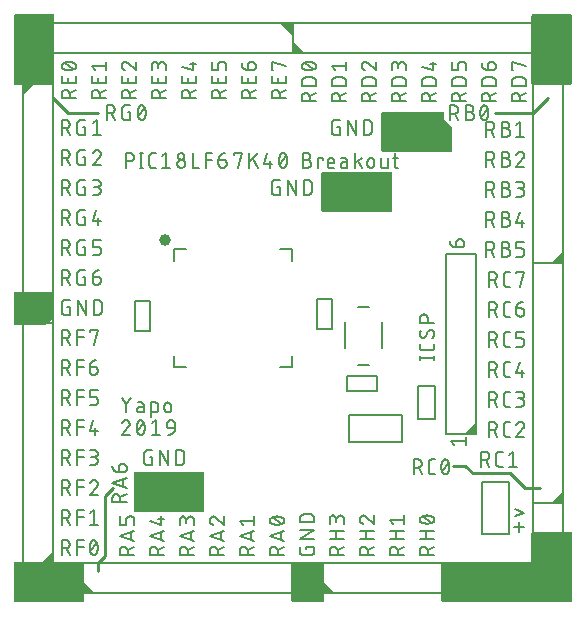
<source format=gto>
G04 EAGLE Gerber RS-274X export*
G75*
%MOMM*%
%FSLAX34Y34*%
%LPD*%
%INTop Silkscreen *%
%IPPOS*%
%AMOC8*
5,1,8,0,0,1.08239X$1,22.5*%
G01*
%ADD10C,0.177800*%
%ADD11C,0.254000*%
%ADD12C,0.127000*%
%ADD13C,1.000000*%

G36*
X476368Y5096D02*
X476368Y5096D01*
X476487Y5103D01*
X476525Y5116D01*
X476566Y5121D01*
X476676Y5164D01*
X476789Y5201D01*
X476824Y5223D01*
X476861Y5238D01*
X476957Y5308D01*
X477058Y5371D01*
X477086Y5401D01*
X477119Y5424D01*
X477195Y5516D01*
X477276Y5603D01*
X477296Y5638D01*
X477321Y5669D01*
X477372Y5777D01*
X477430Y5881D01*
X477440Y5921D01*
X477457Y5957D01*
X477479Y6074D01*
X477509Y6189D01*
X477513Y6250D01*
X477517Y6270D01*
X477515Y6290D01*
X477519Y6350D01*
X477519Y63500D01*
X477504Y63618D01*
X477497Y63737D01*
X477484Y63775D01*
X477479Y63816D01*
X477436Y63926D01*
X477399Y64039D01*
X477377Y64074D01*
X477362Y64111D01*
X477293Y64207D01*
X477229Y64308D01*
X477199Y64336D01*
X477176Y64369D01*
X477084Y64445D01*
X476997Y64526D01*
X476962Y64546D01*
X476931Y64571D01*
X476823Y64622D01*
X476719Y64680D01*
X476679Y64690D01*
X476643Y64707D01*
X476526Y64729D01*
X476411Y64759D01*
X476351Y64763D01*
X476331Y64767D01*
X476310Y64765D01*
X476250Y64769D01*
X444500Y64769D01*
X444382Y64754D01*
X444263Y64747D01*
X444225Y64734D01*
X444184Y64729D01*
X444074Y64686D01*
X443961Y64649D01*
X443926Y64627D01*
X443889Y64612D01*
X443793Y64543D01*
X443692Y64479D01*
X443664Y64449D01*
X443631Y64426D01*
X443556Y64334D01*
X443474Y64247D01*
X443454Y64212D01*
X443429Y64181D01*
X443378Y64073D01*
X443320Y63969D01*
X443310Y63929D01*
X443293Y63893D01*
X443271Y63776D01*
X443241Y63661D01*
X443237Y63601D01*
X443233Y63581D01*
X443235Y63560D01*
X443234Y63550D01*
X443233Y63547D01*
X443234Y63544D01*
X443231Y63500D01*
X443231Y39369D01*
X368300Y39369D01*
X368182Y39354D01*
X368063Y39347D01*
X368025Y39334D01*
X367984Y39329D01*
X367874Y39286D01*
X367761Y39249D01*
X367726Y39227D01*
X367689Y39212D01*
X367593Y39143D01*
X367492Y39079D01*
X367464Y39049D01*
X367431Y39026D01*
X367356Y38934D01*
X367274Y38847D01*
X367254Y38812D01*
X367229Y38781D01*
X367178Y38673D01*
X367120Y38569D01*
X367110Y38529D01*
X367093Y38493D01*
X367071Y38376D01*
X367041Y38261D01*
X367037Y38201D01*
X367033Y38181D01*
X367034Y38166D01*
X367033Y38162D01*
X367034Y38151D01*
X367031Y38100D01*
X367031Y6350D01*
X367046Y6232D01*
X367053Y6113D01*
X367066Y6075D01*
X367071Y6034D01*
X367114Y5924D01*
X367151Y5811D01*
X367173Y5776D01*
X367188Y5739D01*
X367258Y5643D01*
X367321Y5542D01*
X367351Y5514D01*
X367374Y5481D01*
X367466Y5406D01*
X367553Y5324D01*
X367588Y5304D01*
X367619Y5279D01*
X367727Y5228D01*
X367831Y5170D01*
X367871Y5160D01*
X367907Y5143D01*
X368024Y5121D01*
X368139Y5091D01*
X368200Y5087D01*
X368220Y5083D01*
X368240Y5085D01*
X368300Y5081D01*
X476250Y5081D01*
X476368Y5096D01*
G37*
G36*
X63618Y5096D02*
X63618Y5096D01*
X63737Y5103D01*
X63775Y5116D01*
X63816Y5121D01*
X63926Y5164D01*
X64039Y5201D01*
X64074Y5223D01*
X64111Y5238D01*
X64207Y5308D01*
X64308Y5371D01*
X64336Y5401D01*
X64369Y5424D01*
X64445Y5516D01*
X64526Y5603D01*
X64546Y5638D01*
X64571Y5669D01*
X64622Y5777D01*
X64680Y5881D01*
X64690Y5921D01*
X64707Y5957D01*
X64729Y6074D01*
X64759Y6189D01*
X64763Y6250D01*
X64767Y6270D01*
X64765Y6290D01*
X64769Y6350D01*
X64769Y12066D01*
X73025Y12066D01*
X73113Y12082D01*
X73201Y12091D01*
X73222Y12101D01*
X73246Y12105D01*
X73323Y12151D01*
X73402Y12190D01*
X73419Y12207D01*
X73439Y12220D01*
X73495Y12289D01*
X73556Y12353D01*
X73565Y12375D01*
X73580Y12394D01*
X73609Y12478D01*
X73644Y12560D01*
X73645Y12584D01*
X73652Y12606D01*
X73650Y12695D01*
X73654Y12784D01*
X73646Y12807D01*
X73646Y12831D01*
X73612Y12913D01*
X73585Y12998D01*
X73569Y13019D01*
X73561Y13038D01*
X73527Y13076D01*
X73473Y13148D01*
X64769Y21853D01*
X64769Y38100D01*
X64754Y38218D01*
X64747Y38337D01*
X64734Y38375D01*
X64729Y38416D01*
X64686Y38526D01*
X64649Y38639D01*
X64627Y38674D01*
X64612Y38711D01*
X64543Y38807D01*
X64479Y38908D01*
X64449Y38936D01*
X64426Y38969D01*
X64334Y39045D01*
X64247Y39126D01*
X64212Y39146D01*
X64181Y39171D01*
X64073Y39222D01*
X63969Y39280D01*
X63929Y39290D01*
X63893Y39307D01*
X63776Y39329D01*
X63661Y39359D01*
X63601Y39363D01*
X63581Y39367D01*
X63560Y39365D01*
X63500Y39369D01*
X38734Y39369D01*
X38734Y47625D01*
X38722Y47692D01*
X38721Y47744D01*
X38713Y47762D01*
X38709Y47801D01*
X38699Y47822D01*
X38695Y47846D01*
X38649Y47923D01*
X38644Y47932D01*
X38636Y47952D01*
X38633Y47956D01*
X38610Y48002D01*
X38593Y48019D01*
X38580Y48039D01*
X38511Y48095D01*
X38447Y48156D01*
X38425Y48165D01*
X38406Y48180D01*
X38322Y48209D01*
X38240Y48244D01*
X38216Y48245D01*
X38194Y48252D01*
X38105Y48250D01*
X38016Y48254D01*
X37993Y48246D01*
X37969Y48246D01*
X37887Y48212D01*
X37883Y48211D01*
X37868Y48208D01*
X37860Y48204D01*
X37802Y48185D01*
X37781Y48169D01*
X37762Y48161D01*
X37724Y48127D01*
X37699Y48108D01*
X37675Y48094D01*
X37667Y48085D01*
X37652Y48073D01*
X28947Y39369D01*
X6350Y39369D01*
X6232Y39354D01*
X6113Y39347D01*
X6075Y39334D01*
X6034Y39329D01*
X5924Y39286D01*
X5811Y39249D01*
X5776Y39227D01*
X5739Y39212D01*
X5643Y39143D01*
X5542Y39079D01*
X5514Y39049D01*
X5481Y39026D01*
X5406Y38934D01*
X5324Y38847D01*
X5304Y38812D01*
X5279Y38781D01*
X5228Y38673D01*
X5170Y38569D01*
X5160Y38529D01*
X5143Y38493D01*
X5121Y38376D01*
X5091Y38261D01*
X5087Y38201D01*
X5083Y38181D01*
X5084Y38166D01*
X5083Y38162D01*
X5084Y38151D01*
X5081Y38100D01*
X5081Y6350D01*
X5096Y6232D01*
X5103Y6113D01*
X5116Y6075D01*
X5121Y6034D01*
X5164Y5924D01*
X5201Y5811D01*
X5223Y5776D01*
X5238Y5739D01*
X5308Y5643D01*
X5371Y5542D01*
X5401Y5514D01*
X5424Y5481D01*
X5516Y5406D01*
X5603Y5324D01*
X5638Y5304D01*
X5669Y5279D01*
X5777Y5228D01*
X5881Y5170D01*
X5921Y5160D01*
X5957Y5143D01*
X6074Y5121D01*
X6189Y5091D01*
X6250Y5087D01*
X6270Y5083D01*
X6290Y5085D01*
X6350Y5081D01*
X63500Y5081D01*
X63618Y5096D01*
G37*
G36*
X12807Y434354D02*
X12807Y434354D01*
X12831Y434354D01*
X12913Y434388D01*
X12998Y434415D01*
X13019Y434431D01*
X13038Y434439D01*
X13076Y434473D01*
X13148Y434527D01*
X21853Y443231D01*
X38100Y443231D01*
X38218Y443246D01*
X38337Y443253D01*
X38375Y443266D01*
X38416Y443271D01*
X38526Y443314D01*
X38639Y443351D01*
X38674Y443373D01*
X38711Y443388D01*
X38807Y443458D01*
X38908Y443521D01*
X38936Y443551D01*
X38969Y443574D01*
X39045Y443666D01*
X39126Y443753D01*
X39146Y443788D01*
X39171Y443819D01*
X39222Y443927D01*
X39280Y444031D01*
X39290Y444071D01*
X39307Y444107D01*
X39329Y444224D01*
X39359Y444339D01*
X39363Y444400D01*
X39367Y444420D01*
X39365Y444440D01*
X39369Y444500D01*
X39369Y501650D01*
X39354Y501768D01*
X39347Y501887D01*
X39334Y501925D01*
X39329Y501966D01*
X39286Y502076D01*
X39249Y502189D01*
X39227Y502224D01*
X39212Y502261D01*
X39143Y502357D01*
X39079Y502458D01*
X39049Y502486D01*
X39026Y502519D01*
X38934Y502595D01*
X38847Y502676D01*
X38812Y502696D01*
X38781Y502721D01*
X38673Y502772D01*
X38569Y502830D01*
X38529Y502840D01*
X38493Y502857D01*
X38376Y502879D01*
X38261Y502909D01*
X38201Y502913D01*
X38181Y502917D01*
X38160Y502915D01*
X38100Y502919D01*
X6350Y502919D01*
X6232Y502904D01*
X6113Y502897D01*
X6075Y502884D01*
X6034Y502879D01*
X5924Y502836D01*
X5811Y502799D01*
X5776Y502777D01*
X5739Y502762D01*
X5643Y502693D01*
X5542Y502629D01*
X5514Y502599D01*
X5481Y502576D01*
X5406Y502484D01*
X5324Y502397D01*
X5304Y502362D01*
X5279Y502331D01*
X5228Y502223D01*
X5170Y502119D01*
X5160Y502079D01*
X5143Y502043D01*
X5121Y501926D01*
X5091Y501811D01*
X5087Y501751D01*
X5083Y501731D01*
X5085Y501710D01*
X5084Y501700D01*
X5083Y501697D01*
X5084Y501694D01*
X5081Y501650D01*
X5081Y444500D01*
X5096Y444382D01*
X5103Y444263D01*
X5116Y444225D01*
X5121Y444184D01*
X5164Y444074D01*
X5201Y443961D01*
X5223Y443926D01*
X5238Y443889D01*
X5308Y443793D01*
X5371Y443692D01*
X5401Y443664D01*
X5424Y443631D01*
X5516Y443556D01*
X5603Y443474D01*
X5638Y443454D01*
X5669Y443429D01*
X5777Y443378D01*
X5881Y443320D01*
X5921Y443310D01*
X5957Y443293D01*
X6074Y443271D01*
X6189Y443241D01*
X6250Y443237D01*
X6270Y443233D01*
X6290Y443235D01*
X6350Y443231D01*
X12066Y443231D01*
X12066Y434975D01*
X12082Y434887D01*
X12091Y434799D01*
X12101Y434778D01*
X12105Y434754D01*
X12151Y434677D01*
X12190Y434598D01*
X12207Y434581D01*
X12220Y434561D01*
X12289Y434505D01*
X12353Y434444D01*
X12375Y434435D01*
X12394Y434420D01*
X12478Y434391D01*
X12560Y434356D01*
X12584Y434355D01*
X12606Y434348D01*
X12695Y434350D01*
X12784Y434346D01*
X12807Y434354D01*
G37*
G36*
X323968Y335296D02*
X323968Y335296D01*
X324087Y335303D01*
X324125Y335316D01*
X324166Y335321D01*
X324276Y335364D01*
X324389Y335401D01*
X324424Y335423D01*
X324461Y335438D01*
X324557Y335508D01*
X324658Y335571D01*
X324686Y335601D01*
X324719Y335624D01*
X324795Y335716D01*
X324876Y335803D01*
X324896Y335838D01*
X324921Y335869D01*
X324972Y335977D01*
X325030Y336081D01*
X325040Y336121D01*
X325057Y336157D01*
X325079Y336274D01*
X325109Y336389D01*
X325113Y336450D01*
X325117Y336470D01*
X325115Y336490D01*
X325119Y336550D01*
X325119Y368300D01*
X325104Y368418D01*
X325097Y368537D01*
X325084Y368575D01*
X325079Y368616D01*
X325036Y368726D01*
X324999Y368839D01*
X324977Y368874D01*
X324962Y368911D01*
X324893Y369007D01*
X324829Y369108D01*
X324799Y369136D01*
X324776Y369169D01*
X324684Y369245D01*
X324597Y369326D01*
X324562Y369346D01*
X324531Y369371D01*
X324423Y369422D01*
X324319Y369480D01*
X324279Y369490D01*
X324243Y369507D01*
X324126Y369529D01*
X324011Y369559D01*
X323951Y369563D01*
X323931Y369567D01*
X323910Y369565D01*
X323850Y369569D01*
X266700Y369569D01*
X266582Y369554D01*
X266463Y369547D01*
X266425Y369534D01*
X266384Y369529D01*
X266274Y369486D01*
X266161Y369449D01*
X266126Y369427D01*
X266089Y369412D01*
X265993Y369343D01*
X265892Y369279D01*
X265864Y369249D01*
X265831Y369226D01*
X265756Y369134D01*
X265674Y369047D01*
X265654Y369012D01*
X265629Y368981D01*
X265578Y368873D01*
X265520Y368769D01*
X265510Y368729D01*
X265493Y368693D01*
X265471Y368576D01*
X265441Y368461D01*
X265437Y368401D01*
X265433Y368381D01*
X265434Y368366D01*
X265433Y368362D01*
X265434Y368351D01*
X265431Y368300D01*
X265431Y336550D01*
X265446Y336432D01*
X265453Y336313D01*
X265466Y336275D01*
X265471Y336234D01*
X265514Y336124D01*
X265551Y336011D01*
X265573Y335976D01*
X265588Y335939D01*
X265658Y335843D01*
X265721Y335742D01*
X265751Y335714D01*
X265774Y335681D01*
X265866Y335606D01*
X265953Y335524D01*
X265988Y335504D01*
X266019Y335479D01*
X266127Y335428D01*
X266231Y335370D01*
X266271Y335360D01*
X266307Y335343D01*
X266424Y335321D01*
X266539Y335291D01*
X266600Y335287D01*
X266620Y335283D01*
X266640Y335285D01*
X266700Y335281D01*
X323850Y335281D01*
X323968Y335296D01*
G37*
G36*
X165218Y81296D02*
X165218Y81296D01*
X165337Y81303D01*
X165375Y81316D01*
X165416Y81321D01*
X165526Y81364D01*
X165639Y81401D01*
X165674Y81423D01*
X165711Y81438D01*
X165807Y81508D01*
X165908Y81571D01*
X165936Y81601D01*
X165969Y81624D01*
X166045Y81716D01*
X166126Y81803D01*
X166146Y81838D01*
X166171Y81869D01*
X166222Y81977D01*
X166280Y82081D01*
X166290Y82121D01*
X166307Y82157D01*
X166329Y82274D01*
X166359Y82389D01*
X166363Y82450D01*
X166367Y82470D01*
X166365Y82490D01*
X166369Y82550D01*
X166369Y114300D01*
X166354Y114418D01*
X166347Y114537D01*
X166334Y114575D01*
X166329Y114616D01*
X166286Y114726D01*
X166249Y114839D01*
X166227Y114874D01*
X166212Y114911D01*
X166143Y115007D01*
X166079Y115108D01*
X166049Y115136D01*
X166026Y115169D01*
X165934Y115245D01*
X165847Y115326D01*
X165812Y115346D01*
X165781Y115371D01*
X165673Y115422D01*
X165569Y115480D01*
X165529Y115490D01*
X165493Y115507D01*
X165376Y115529D01*
X165261Y115559D01*
X165201Y115563D01*
X165181Y115567D01*
X165160Y115565D01*
X165100Y115569D01*
X107950Y115569D01*
X107832Y115554D01*
X107713Y115547D01*
X107675Y115534D01*
X107634Y115529D01*
X107524Y115486D01*
X107411Y115449D01*
X107376Y115427D01*
X107339Y115412D01*
X107243Y115343D01*
X107142Y115279D01*
X107114Y115249D01*
X107081Y115226D01*
X107006Y115134D01*
X106924Y115047D01*
X106904Y115012D01*
X106879Y114981D01*
X106828Y114873D01*
X106770Y114769D01*
X106760Y114729D01*
X106743Y114693D01*
X106721Y114576D01*
X106691Y114461D01*
X106687Y114401D01*
X106683Y114381D01*
X106684Y114366D01*
X106683Y114362D01*
X106684Y114351D01*
X106681Y114300D01*
X106681Y82550D01*
X106696Y82432D01*
X106703Y82313D01*
X106716Y82275D01*
X106721Y82234D01*
X106764Y82124D01*
X106801Y82011D01*
X106823Y81976D01*
X106838Y81939D01*
X106908Y81843D01*
X106971Y81742D01*
X107001Y81714D01*
X107024Y81681D01*
X107116Y81606D01*
X107203Y81524D01*
X107238Y81504D01*
X107269Y81479D01*
X107377Y81428D01*
X107481Y81370D01*
X107521Y81360D01*
X107557Y81343D01*
X107674Y81321D01*
X107789Y81291D01*
X107850Y81287D01*
X107870Y81283D01*
X107890Y81285D01*
X107950Y81281D01*
X165100Y81281D01*
X165218Y81296D01*
G37*
G36*
X476368Y443246D02*
X476368Y443246D01*
X476487Y443253D01*
X476525Y443266D01*
X476566Y443271D01*
X476676Y443314D01*
X476789Y443351D01*
X476824Y443373D01*
X476861Y443388D01*
X476957Y443458D01*
X477058Y443521D01*
X477086Y443551D01*
X477119Y443574D01*
X477195Y443666D01*
X477276Y443753D01*
X477296Y443788D01*
X477321Y443819D01*
X477372Y443927D01*
X477430Y444031D01*
X477440Y444071D01*
X477457Y444107D01*
X477479Y444224D01*
X477509Y444339D01*
X477513Y444400D01*
X477517Y444420D01*
X477515Y444440D01*
X477519Y444500D01*
X477519Y501650D01*
X477504Y501768D01*
X477497Y501887D01*
X477484Y501925D01*
X477479Y501966D01*
X477436Y502076D01*
X477399Y502189D01*
X477377Y502224D01*
X477362Y502261D01*
X477293Y502357D01*
X477229Y502458D01*
X477199Y502486D01*
X477176Y502519D01*
X477084Y502595D01*
X476997Y502676D01*
X476962Y502696D01*
X476931Y502721D01*
X476823Y502772D01*
X476719Y502830D01*
X476679Y502840D01*
X476643Y502857D01*
X476526Y502879D01*
X476411Y502909D01*
X476351Y502913D01*
X476331Y502917D01*
X476310Y502915D01*
X476250Y502919D01*
X444500Y502919D01*
X444382Y502904D01*
X444263Y502897D01*
X444225Y502884D01*
X444184Y502879D01*
X444074Y502836D01*
X443961Y502799D01*
X443926Y502777D01*
X443889Y502762D01*
X443793Y502693D01*
X443692Y502629D01*
X443664Y502599D01*
X443631Y502576D01*
X443556Y502484D01*
X443474Y502397D01*
X443454Y502362D01*
X443429Y502331D01*
X443378Y502223D01*
X443320Y502119D01*
X443310Y502079D01*
X443293Y502043D01*
X443271Y501926D01*
X443241Y501811D01*
X443237Y501751D01*
X443233Y501731D01*
X443235Y501710D01*
X443234Y501700D01*
X443233Y501697D01*
X443234Y501694D01*
X443231Y501650D01*
X443231Y444500D01*
X443246Y444382D01*
X443253Y444263D01*
X443266Y444225D01*
X443271Y444184D01*
X443314Y444074D01*
X443351Y443961D01*
X443373Y443926D01*
X443388Y443889D01*
X443458Y443793D01*
X443521Y443692D01*
X443551Y443664D01*
X443574Y443631D01*
X443666Y443556D01*
X443753Y443474D01*
X443788Y443454D01*
X443819Y443429D01*
X443927Y443378D01*
X444031Y443320D01*
X444071Y443310D01*
X444107Y443293D01*
X444224Y443271D01*
X444339Y443241D01*
X444400Y443237D01*
X444420Y443233D01*
X444440Y443235D01*
X444500Y443231D01*
X476250Y443231D01*
X476368Y443246D01*
G37*
G36*
X374768Y386096D02*
X374768Y386096D01*
X374887Y386103D01*
X374925Y386116D01*
X374966Y386121D01*
X375076Y386164D01*
X375189Y386201D01*
X375224Y386223D01*
X375261Y386238D01*
X375357Y386308D01*
X375458Y386371D01*
X375486Y386401D01*
X375519Y386424D01*
X375595Y386516D01*
X375676Y386603D01*
X375696Y386638D01*
X375721Y386669D01*
X375772Y386777D01*
X375830Y386881D01*
X375840Y386921D01*
X375857Y386957D01*
X375879Y387074D01*
X375909Y387189D01*
X375913Y387250D01*
X375917Y387270D01*
X375915Y387290D01*
X375919Y387350D01*
X375919Y406400D01*
X375907Y406498D01*
X375904Y406597D01*
X375897Y406620D01*
X375897Y406626D01*
X375887Y406657D01*
X375879Y406716D01*
X375843Y406808D01*
X375815Y406903D01*
X375785Y406955D01*
X375762Y407011D01*
X375704Y407091D01*
X375654Y407177D01*
X375588Y407252D01*
X375576Y407269D01*
X375566Y407276D01*
X375548Y407298D01*
X369569Y413276D01*
X369569Y419100D01*
X369554Y419218D01*
X369547Y419337D01*
X369534Y419375D01*
X369529Y419416D01*
X369486Y419526D01*
X369449Y419639D01*
X369427Y419674D01*
X369412Y419711D01*
X369343Y419807D01*
X369279Y419908D01*
X369249Y419936D01*
X369226Y419969D01*
X369134Y420045D01*
X369047Y420126D01*
X369012Y420146D01*
X368981Y420171D01*
X368873Y420222D01*
X368769Y420280D01*
X368729Y420290D01*
X368693Y420307D01*
X368576Y420329D01*
X368461Y420359D01*
X368401Y420363D01*
X368381Y420367D01*
X368360Y420365D01*
X368300Y420369D01*
X317500Y420369D01*
X317382Y420354D01*
X317263Y420347D01*
X317225Y420334D01*
X317184Y420329D01*
X317074Y420286D01*
X316961Y420249D01*
X316926Y420227D01*
X316889Y420212D01*
X316793Y420143D01*
X316692Y420079D01*
X316664Y420049D01*
X316631Y420026D01*
X316556Y419934D01*
X316474Y419847D01*
X316454Y419812D01*
X316429Y419781D01*
X316378Y419673D01*
X316320Y419569D01*
X316310Y419529D01*
X316293Y419493D01*
X316271Y419376D01*
X316241Y419261D01*
X316237Y419201D01*
X316233Y419181D01*
X316234Y419166D01*
X316233Y419162D01*
X316234Y419151D01*
X316231Y419100D01*
X316231Y387350D01*
X316246Y387232D01*
X316253Y387113D01*
X316266Y387075D01*
X316271Y387034D01*
X316314Y386924D01*
X316351Y386811D01*
X316373Y386776D01*
X316388Y386739D01*
X316458Y386643D01*
X316521Y386542D01*
X316551Y386514D01*
X316574Y386481D01*
X316666Y386406D01*
X316753Y386324D01*
X316788Y386304D01*
X316819Y386279D01*
X316927Y386228D01*
X317031Y386170D01*
X317071Y386160D01*
X317107Y386143D01*
X317224Y386121D01*
X317339Y386091D01*
X317400Y386087D01*
X317420Y386083D01*
X317440Y386085D01*
X317500Y386081D01*
X374650Y386081D01*
X374768Y386096D01*
G37*
G36*
X266818Y5096D02*
X266818Y5096D01*
X266937Y5103D01*
X266975Y5116D01*
X267016Y5121D01*
X267126Y5164D01*
X267239Y5201D01*
X267274Y5223D01*
X267311Y5238D01*
X267407Y5308D01*
X267508Y5371D01*
X267536Y5401D01*
X267569Y5424D01*
X267645Y5516D01*
X267726Y5603D01*
X267746Y5638D01*
X267771Y5669D01*
X267822Y5777D01*
X267880Y5881D01*
X267890Y5921D01*
X267907Y5957D01*
X267929Y6074D01*
X267959Y6189D01*
X267963Y6250D01*
X267967Y6270D01*
X267965Y6290D01*
X267969Y6350D01*
X267969Y12066D01*
X276225Y12066D01*
X276313Y12082D01*
X276401Y12091D01*
X276422Y12101D01*
X276446Y12105D01*
X276523Y12151D01*
X276602Y12190D01*
X276619Y12207D01*
X276639Y12220D01*
X276695Y12289D01*
X276756Y12353D01*
X276765Y12375D01*
X276780Y12394D01*
X276809Y12478D01*
X276844Y12560D01*
X276845Y12584D01*
X276852Y12606D01*
X276850Y12695D01*
X276854Y12784D01*
X276846Y12807D01*
X276846Y12831D01*
X276812Y12913D01*
X276785Y12998D01*
X276769Y13019D01*
X276761Y13038D01*
X276727Y13076D01*
X276673Y13148D01*
X267969Y21853D01*
X267969Y38100D01*
X267954Y38218D01*
X267947Y38337D01*
X267934Y38375D01*
X267929Y38416D01*
X267886Y38526D01*
X267849Y38639D01*
X267827Y38674D01*
X267812Y38711D01*
X267743Y38807D01*
X267679Y38908D01*
X267649Y38936D01*
X267626Y38969D01*
X267534Y39045D01*
X267447Y39126D01*
X267412Y39146D01*
X267381Y39171D01*
X267273Y39222D01*
X267169Y39280D01*
X267129Y39290D01*
X267093Y39307D01*
X266976Y39329D01*
X266861Y39359D01*
X266801Y39363D01*
X266781Y39367D01*
X266760Y39365D01*
X266700Y39369D01*
X241300Y39369D01*
X241182Y39354D01*
X241063Y39347D01*
X241025Y39334D01*
X240984Y39329D01*
X240874Y39286D01*
X240761Y39249D01*
X240726Y39227D01*
X240689Y39212D01*
X240593Y39143D01*
X240492Y39079D01*
X240464Y39049D01*
X240431Y39026D01*
X240356Y38934D01*
X240274Y38847D01*
X240254Y38812D01*
X240229Y38781D01*
X240178Y38673D01*
X240120Y38569D01*
X240110Y38529D01*
X240093Y38493D01*
X240071Y38376D01*
X240041Y38261D01*
X240037Y38201D01*
X240033Y38181D01*
X240034Y38166D01*
X240033Y38162D01*
X240034Y38151D01*
X240031Y38100D01*
X240031Y6350D01*
X240046Y6232D01*
X240053Y6113D01*
X240066Y6075D01*
X240071Y6034D01*
X240114Y5924D01*
X240151Y5811D01*
X240173Y5776D01*
X240188Y5739D01*
X240258Y5643D01*
X240321Y5542D01*
X240351Y5514D01*
X240374Y5481D01*
X240466Y5406D01*
X240553Y5324D01*
X240588Y5304D01*
X240619Y5279D01*
X240727Y5228D01*
X240831Y5170D01*
X240871Y5160D01*
X240907Y5143D01*
X241024Y5121D01*
X241139Y5091D01*
X241200Y5087D01*
X241220Y5083D01*
X241240Y5085D01*
X241300Y5081D01*
X266700Y5081D01*
X266818Y5096D01*
G37*
G36*
X31848Y240043D02*
X31848Y240043D01*
X31947Y240046D01*
X32005Y240063D01*
X32066Y240071D01*
X32158Y240107D01*
X32253Y240135D01*
X32305Y240165D01*
X32361Y240188D01*
X32441Y240246D01*
X32527Y240296D01*
X32602Y240362D01*
X32619Y240374D01*
X32626Y240384D01*
X32648Y240403D01*
X38998Y246753D01*
X39058Y246831D01*
X39126Y246903D01*
X39147Y246941D01*
X39168Y246966D01*
X39175Y246981D01*
X39192Y247004D01*
X39232Y247095D01*
X39280Y247181D01*
X39292Y247230D01*
X39303Y247253D01*
X39305Y247264D01*
X39319Y247296D01*
X39334Y247394D01*
X39359Y247489D01*
X39365Y247589D01*
X39369Y247610D01*
X39367Y247622D01*
X39369Y247650D01*
X39369Y266700D01*
X39354Y266818D01*
X39347Y266937D01*
X39334Y266975D01*
X39329Y267016D01*
X39286Y267126D01*
X39249Y267239D01*
X39227Y267274D01*
X39212Y267311D01*
X39143Y267407D01*
X39079Y267508D01*
X39049Y267536D01*
X39026Y267569D01*
X38934Y267645D01*
X38847Y267726D01*
X38812Y267746D01*
X38781Y267771D01*
X38673Y267822D01*
X38569Y267880D01*
X38529Y267890D01*
X38493Y267907D01*
X38376Y267929D01*
X38261Y267959D01*
X38201Y267963D01*
X38181Y267967D01*
X38160Y267965D01*
X38100Y267969D01*
X6350Y267969D01*
X6232Y267954D01*
X6113Y267947D01*
X6075Y267934D01*
X6034Y267929D01*
X5924Y267886D01*
X5811Y267849D01*
X5776Y267827D01*
X5739Y267812D01*
X5643Y267743D01*
X5542Y267679D01*
X5514Y267649D01*
X5481Y267626D01*
X5406Y267534D01*
X5324Y267447D01*
X5304Y267412D01*
X5279Y267381D01*
X5228Y267273D01*
X5170Y267169D01*
X5160Y267129D01*
X5143Y267093D01*
X5121Y266976D01*
X5091Y266861D01*
X5087Y266801D01*
X5083Y266781D01*
X5084Y266769D01*
X5083Y266766D01*
X5084Y266753D01*
X5081Y266700D01*
X5081Y241300D01*
X5096Y241182D01*
X5103Y241063D01*
X5116Y241025D01*
X5121Y240984D01*
X5164Y240874D01*
X5201Y240761D01*
X5223Y240726D01*
X5238Y240689D01*
X5308Y240593D01*
X5371Y240492D01*
X5401Y240464D01*
X5424Y240431D01*
X5516Y240356D01*
X5603Y240274D01*
X5638Y240254D01*
X5669Y240229D01*
X5777Y240178D01*
X5881Y240120D01*
X5921Y240110D01*
X5957Y240093D01*
X6074Y240071D01*
X6189Y240041D01*
X6250Y240037D01*
X6270Y240033D01*
X6290Y240035D01*
X6350Y240031D01*
X31750Y240031D01*
X31848Y240043D01*
G37*
G36*
X250913Y469282D02*
X250913Y469282D01*
X251001Y469291D01*
X251022Y469301D01*
X251046Y469305D01*
X251123Y469351D01*
X251202Y469390D01*
X251219Y469407D01*
X251239Y469420D01*
X251295Y469489D01*
X251356Y469553D01*
X251365Y469575D01*
X251380Y469594D01*
X251409Y469678D01*
X251444Y469760D01*
X251445Y469784D01*
X251452Y469806D01*
X251450Y469895D01*
X251454Y469984D01*
X251446Y470007D01*
X251446Y470031D01*
X251412Y470113D01*
X251385Y470198D01*
X251369Y470219D01*
X251361Y470238D01*
X251327Y470276D01*
X251273Y470348D01*
X241748Y479873D01*
X241716Y479896D01*
X241696Y479918D01*
X241661Y479936D01*
X241606Y479980D01*
X241584Y479988D01*
X241564Y480002D01*
X241502Y480018D01*
X241497Y480020D01*
X241484Y480022D01*
X241478Y480024D01*
X241394Y480052D01*
X241370Y480052D01*
X241347Y480058D01*
X241258Y480048D01*
X241169Y480046D01*
X241147Y480037D01*
X241124Y480034D01*
X241044Y479995D01*
X240962Y479961D01*
X240944Y479945D01*
X240923Y479935D01*
X240862Y479870D01*
X240796Y479810D01*
X240785Y479789D01*
X240769Y479772D01*
X240750Y479726D01*
X240745Y479720D01*
X240735Y479692D01*
X240734Y479690D01*
X240693Y479610D01*
X240690Y479584D01*
X240681Y479565D01*
X240680Y479528D01*
X240673Y479507D01*
X240674Y479478D01*
X240666Y479425D01*
X240666Y469900D01*
X240677Y469835D01*
X240679Y469769D01*
X240697Y469726D01*
X240705Y469679D01*
X240739Y469622D01*
X240764Y469562D01*
X240795Y469527D01*
X240820Y469486D01*
X240871Y469445D01*
X240915Y469396D01*
X240957Y469374D01*
X240994Y469345D01*
X241056Y469324D01*
X241115Y469293D01*
X241169Y469285D01*
X241206Y469273D01*
X241246Y469274D01*
X241300Y469266D01*
X250825Y469266D01*
X250913Y469282D01*
G37*
G36*
X469965Y291477D02*
X469965Y291477D01*
X470031Y291479D01*
X470074Y291497D01*
X470121Y291505D01*
X470178Y291539D01*
X470238Y291564D01*
X470273Y291595D01*
X470314Y291620D01*
X470356Y291671D01*
X470404Y291715D01*
X470426Y291757D01*
X470455Y291794D01*
X470476Y291856D01*
X470507Y291915D01*
X470515Y291969D01*
X470527Y292006D01*
X470526Y292046D01*
X470534Y292100D01*
X470534Y301625D01*
X470522Y301692D01*
X470521Y301744D01*
X470513Y301762D01*
X470509Y301801D01*
X470499Y301822D01*
X470495Y301846D01*
X470449Y301923D01*
X470444Y301932D01*
X470436Y301952D01*
X470433Y301956D01*
X470410Y302002D01*
X470393Y302019D01*
X470380Y302039D01*
X470311Y302095D01*
X470247Y302156D01*
X470225Y302165D01*
X470206Y302180D01*
X470122Y302209D01*
X470040Y302244D01*
X470016Y302245D01*
X469994Y302252D01*
X469905Y302250D01*
X469816Y302254D01*
X469793Y302246D01*
X469769Y302246D01*
X469687Y302212D01*
X469683Y302211D01*
X469668Y302208D01*
X469660Y302204D01*
X469602Y302185D01*
X469581Y302169D01*
X469562Y302161D01*
X469524Y302127D01*
X469499Y302108D01*
X469475Y302094D01*
X469467Y302085D01*
X469452Y302073D01*
X459927Y292548D01*
X459876Y292475D01*
X459820Y292406D01*
X459812Y292384D01*
X459798Y292364D01*
X459776Y292278D01*
X459748Y292194D01*
X459748Y292170D01*
X459743Y292147D01*
X459752Y292058D01*
X459754Y291969D01*
X459763Y291947D01*
X459766Y291924D01*
X459805Y291844D01*
X459839Y291762D01*
X459855Y291744D01*
X459865Y291723D01*
X459930Y291662D01*
X459990Y291596D01*
X460011Y291585D01*
X460028Y291569D01*
X460110Y291534D01*
X460190Y291493D01*
X460216Y291490D01*
X460235Y291481D01*
X460285Y291479D01*
X460375Y291466D01*
X469900Y291466D01*
X469965Y291477D01*
G37*
G36*
X396305Y146697D02*
X396305Y146697D01*
X396371Y146699D01*
X396414Y146717D01*
X396461Y146725D01*
X396518Y146759D01*
X396578Y146784D01*
X396613Y146815D01*
X396654Y146840D01*
X396696Y146891D01*
X396744Y146935D01*
X396766Y146977D01*
X396795Y147014D01*
X396816Y147076D01*
X396847Y147135D01*
X396855Y147189D01*
X396867Y147226D01*
X396866Y147266D01*
X396874Y147320D01*
X396874Y156845D01*
X396862Y156912D01*
X396861Y156964D01*
X396853Y156982D01*
X396849Y157021D01*
X396839Y157042D01*
X396835Y157066D01*
X396789Y157143D01*
X396784Y157152D01*
X396776Y157172D01*
X396773Y157176D01*
X396750Y157222D01*
X396733Y157239D01*
X396720Y157259D01*
X396651Y157315D01*
X396587Y157376D01*
X396565Y157385D01*
X396546Y157400D01*
X396462Y157429D01*
X396380Y157464D01*
X396356Y157465D01*
X396334Y157472D01*
X396245Y157470D01*
X396156Y157474D01*
X396133Y157466D01*
X396109Y157466D01*
X396027Y157432D01*
X396023Y157431D01*
X396008Y157428D01*
X396000Y157424D01*
X395942Y157405D01*
X395921Y157389D01*
X395902Y157381D01*
X395864Y157347D01*
X395839Y157328D01*
X395815Y157314D01*
X395807Y157305D01*
X395792Y157293D01*
X386267Y147768D01*
X386216Y147695D01*
X386160Y147626D01*
X386152Y147604D01*
X386138Y147584D01*
X386116Y147498D01*
X386088Y147414D01*
X386088Y147390D01*
X386083Y147367D01*
X386092Y147278D01*
X386094Y147189D01*
X386103Y147167D01*
X386106Y147144D01*
X386145Y147064D01*
X386179Y146982D01*
X386195Y146964D01*
X386205Y146943D01*
X386270Y146882D01*
X386330Y146816D01*
X386351Y146805D01*
X386368Y146789D01*
X386450Y146754D01*
X386530Y146713D01*
X386556Y146710D01*
X386575Y146701D01*
X386625Y146699D01*
X386715Y146686D01*
X396240Y146686D01*
X396305Y146697D01*
G37*
G36*
X469965Y88277D02*
X469965Y88277D01*
X470031Y88279D01*
X470074Y88297D01*
X470121Y88305D01*
X470178Y88339D01*
X470238Y88364D01*
X470273Y88395D01*
X470314Y88420D01*
X470356Y88471D01*
X470404Y88515D01*
X470426Y88557D01*
X470455Y88594D01*
X470476Y88656D01*
X470507Y88715D01*
X470515Y88769D01*
X470527Y88806D01*
X470526Y88846D01*
X470534Y88900D01*
X470534Y98425D01*
X470522Y98492D01*
X470521Y98544D01*
X470513Y98562D01*
X470509Y98601D01*
X470499Y98622D01*
X470495Y98646D01*
X470449Y98723D01*
X470444Y98732D01*
X470436Y98752D01*
X470433Y98756D01*
X470410Y98802D01*
X470393Y98819D01*
X470380Y98839D01*
X470311Y98895D01*
X470247Y98956D01*
X470225Y98965D01*
X470206Y98980D01*
X470122Y99009D01*
X470040Y99044D01*
X470016Y99045D01*
X469994Y99052D01*
X469905Y99050D01*
X469816Y99054D01*
X469793Y99046D01*
X469769Y99046D01*
X469687Y99012D01*
X469683Y99011D01*
X469668Y99008D01*
X469660Y99004D01*
X469602Y98985D01*
X469581Y98969D01*
X469562Y98961D01*
X469524Y98927D01*
X469499Y98908D01*
X469475Y98894D01*
X469467Y98885D01*
X469452Y98873D01*
X459927Y89348D01*
X459876Y89275D01*
X459820Y89206D01*
X459812Y89184D01*
X459798Y89164D01*
X459776Y89078D01*
X459748Y88994D01*
X459748Y88970D01*
X459743Y88947D01*
X459752Y88858D01*
X459754Y88769D01*
X459763Y88747D01*
X459766Y88724D01*
X459805Y88644D01*
X459839Y88562D01*
X459855Y88544D01*
X459865Y88523D01*
X459930Y88462D01*
X459990Y88396D01*
X460011Y88385D01*
X460028Y88369D01*
X460110Y88334D01*
X460190Y88293D01*
X460216Y88290D01*
X460235Y88281D01*
X460285Y88279D01*
X460375Y88266D01*
X469900Y88266D01*
X469965Y88277D01*
G37*
G36*
X241342Y485152D02*
X241342Y485152D01*
X241431Y485154D01*
X241453Y485163D01*
X241476Y485166D01*
X241556Y485205D01*
X241638Y485239D01*
X241656Y485255D01*
X241677Y485265D01*
X241738Y485330D01*
X241804Y485390D01*
X241815Y485411D01*
X241831Y485428D01*
X241866Y485510D01*
X241907Y485590D01*
X241910Y485616D01*
X241919Y485635D01*
X241921Y485685D01*
X241934Y485775D01*
X241934Y495300D01*
X241923Y495365D01*
X241921Y495431D01*
X241903Y495474D01*
X241895Y495521D01*
X241861Y495578D01*
X241836Y495638D01*
X241805Y495673D01*
X241780Y495714D01*
X241729Y495756D01*
X241685Y495804D01*
X241643Y495826D01*
X241606Y495855D01*
X241544Y495876D01*
X241485Y495907D01*
X241431Y495915D01*
X241394Y495927D01*
X241354Y495926D01*
X241300Y495934D01*
X231775Y495934D01*
X231687Y495918D01*
X231599Y495909D01*
X231578Y495899D01*
X231554Y495895D01*
X231477Y495849D01*
X231398Y495810D01*
X231381Y495793D01*
X231361Y495780D01*
X231305Y495711D01*
X231244Y495647D01*
X231235Y495625D01*
X231220Y495606D01*
X231191Y495522D01*
X231156Y495440D01*
X231155Y495416D01*
X231148Y495394D01*
X231150Y495305D01*
X231146Y495216D01*
X231154Y495193D01*
X231154Y495169D01*
X231188Y495087D01*
X231215Y495002D01*
X231231Y494981D01*
X231239Y494962D01*
X231273Y494924D01*
X231327Y494852D01*
X240852Y485327D01*
X240925Y485276D01*
X240994Y485220D01*
X241016Y485212D01*
X241036Y485198D01*
X241122Y485176D01*
X241206Y485148D01*
X241230Y485148D01*
X241253Y485143D01*
X241342Y485152D01*
G37*
D10*
X45339Y324739D02*
X45339Y337185D01*
X48796Y337185D01*
X48913Y337183D01*
X49029Y337177D01*
X49146Y337167D01*
X49262Y337153D01*
X49377Y337136D01*
X49492Y337114D01*
X49606Y337089D01*
X49719Y337060D01*
X49831Y337026D01*
X49942Y336990D01*
X50051Y336949D01*
X50159Y336905D01*
X50266Y336857D01*
X50371Y336806D01*
X50474Y336751D01*
X50575Y336692D01*
X50674Y336630D01*
X50771Y336565D01*
X50866Y336497D01*
X50958Y336426D01*
X51048Y336351D01*
X51135Y336273D01*
X51220Y336193D01*
X51302Y336110D01*
X51381Y336024D01*
X51457Y335935D01*
X51530Y335844D01*
X51600Y335751D01*
X51666Y335655D01*
X51730Y335557D01*
X51790Y335457D01*
X51847Y335354D01*
X51900Y335250D01*
X51949Y335145D01*
X51995Y335037D01*
X52038Y334929D01*
X52077Y334818D01*
X52111Y334707D01*
X52143Y334595D01*
X52170Y334481D01*
X52194Y334367D01*
X52213Y334251D01*
X52229Y334136D01*
X52241Y334020D01*
X52249Y333903D01*
X52253Y333786D01*
X52253Y333670D01*
X52249Y333553D01*
X52241Y333436D01*
X52229Y333320D01*
X52213Y333205D01*
X52194Y333089D01*
X52170Y332975D01*
X52143Y332861D01*
X52111Y332749D01*
X52077Y332638D01*
X52038Y332527D01*
X51995Y332419D01*
X51949Y332311D01*
X51900Y332206D01*
X51847Y332102D01*
X51790Y332000D01*
X51730Y331899D01*
X51666Y331801D01*
X51600Y331705D01*
X51530Y331612D01*
X51457Y331521D01*
X51381Y331432D01*
X51302Y331346D01*
X51220Y331263D01*
X51135Y331183D01*
X51048Y331105D01*
X50958Y331030D01*
X50866Y330959D01*
X50771Y330891D01*
X50674Y330826D01*
X50575Y330764D01*
X50474Y330705D01*
X50371Y330650D01*
X50266Y330599D01*
X50159Y330551D01*
X50051Y330507D01*
X49942Y330466D01*
X49831Y330430D01*
X49719Y330396D01*
X49606Y330367D01*
X49492Y330342D01*
X49377Y330320D01*
X49262Y330303D01*
X49146Y330289D01*
X49029Y330279D01*
X48913Y330273D01*
X48796Y330271D01*
X45339Y330271D01*
X49488Y330271D02*
X52253Y324739D01*
X63302Y331653D02*
X65376Y331653D01*
X65376Y324739D01*
X61227Y324739D01*
X61124Y324741D01*
X61020Y324747D01*
X60917Y324756D01*
X60815Y324770D01*
X60713Y324787D01*
X60612Y324808D01*
X60511Y324833D01*
X60412Y324862D01*
X60313Y324894D01*
X60216Y324930D01*
X60121Y324970D01*
X60027Y325013D01*
X59935Y325060D01*
X59844Y325110D01*
X59755Y325163D01*
X59669Y325220D01*
X59584Y325279D01*
X59502Y325342D01*
X59423Y325408D01*
X59346Y325477D01*
X59271Y325549D01*
X59199Y325624D01*
X59130Y325701D01*
X59064Y325780D01*
X59001Y325862D01*
X58942Y325947D01*
X58885Y326033D01*
X58832Y326122D01*
X58782Y326213D01*
X58735Y326305D01*
X58692Y326399D01*
X58652Y326494D01*
X58616Y326591D01*
X58584Y326690D01*
X58555Y326789D01*
X58530Y326890D01*
X58509Y326991D01*
X58492Y327093D01*
X58478Y327195D01*
X58469Y327298D01*
X58463Y327402D01*
X58461Y327505D01*
X58462Y327505D02*
X58462Y334419D01*
X58461Y334419D02*
X58463Y334522D01*
X58469Y334626D01*
X58478Y334729D01*
X58492Y334831D01*
X58509Y334933D01*
X58530Y335034D01*
X58555Y335135D01*
X58584Y335234D01*
X58616Y335333D01*
X58652Y335430D01*
X58692Y335525D01*
X58735Y335619D01*
X58782Y335711D01*
X58832Y335802D01*
X58885Y335891D01*
X58942Y335977D01*
X59001Y336061D01*
X59064Y336144D01*
X59130Y336223D01*
X59199Y336300D01*
X59271Y336375D01*
X59346Y336447D01*
X59423Y336516D01*
X59502Y336582D01*
X59584Y336645D01*
X59669Y336704D01*
X59755Y336761D01*
X59844Y336814D01*
X59935Y336864D01*
X60027Y336911D01*
X60121Y336954D01*
X60216Y336994D01*
X60313Y337030D01*
X60412Y337062D01*
X60511Y337091D01*
X60611Y337116D01*
X60713Y337137D01*
X60815Y337154D01*
X60917Y337168D01*
X61020Y337177D01*
X61124Y337183D01*
X61227Y337185D01*
X65376Y337185D01*
X74456Y337185D02*
X71690Y327505D01*
X78604Y327505D01*
X76530Y330271D02*
X76530Y324739D01*
X45339Y350139D02*
X45339Y362585D01*
X48796Y362585D01*
X48913Y362583D01*
X49029Y362577D01*
X49146Y362567D01*
X49262Y362553D01*
X49377Y362536D01*
X49492Y362514D01*
X49606Y362489D01*
X49719Y362460D01*
X49831Y362426D01*
X49942Y362390D01*
X50051Y362349D01*
X50159Y362305D01*
X50266Y362257D01*
X50371Y362206D01*
X50474Y362151D01*
X50575Y362092D01*
X50674Y362030D01*
X50771Y361965D01*
X50866Y361897D01*
X50958Y361826D01*
X51048Y361751D01*
X51135Y361673D01*
X51220Y361593D01*
X51302Y361510D01*
X51381Y361424D01*
X51457Y361335D01*
X51530Y361244D01*
X51600Y361151D01*
X51666Y361055D01*
X51730Y360957D01*
X51790Y360857D01*
X51847Y360754D01*
X51900Y360650D01*
X51949Y360545D01*
X51995Y360437D01*
X52038Y360329D01*
X52077Y360218D01*
X52111Y360107D01*
X52143Y359995D01*
X52170Y359881D01*
X52194Y359767D01*
X52213Y359651D01*
X52229Y359536D01*
X52241Y359420D01*
X52249Y359303D01*
X52253Y359186D01*
X52253Y359070D01*
X52249Y358953D01*
X52241Y358836D01*
X52229Y358720D01*
X52213Y358605D01*
X52194Y358489D01*
X52170Y358375D01*
X52143Y358261D01*
X52111Y358149D01*
X52077Y358038D01*
X52038Y357927D01*
X51995Y357819D01*
X51949Y357711D01*
X51900Y357606D01*
X51847Y357502D01*
X51790Y357400D01*
X51730Y357299D01*
X51666Y357201D01*
X51600Y357105D01*
X51530Y357012D01*
X51457Y356921D01*
X51381Y356832D01*
X51302Y356746D01*
X51220Y356663D01*
X51135Y356583D01*
X51048Y356505D01*
X50958Y356430D01*
X50866Y356359D01*
X50771Y356291D01*
X50674Y356226D01*
X50575Y356164D01*
X50474Y356105D01*
X50371Y356050D01*
X50266Y355999D01*
X50159Y355951D01*
X50051Y355907D01*
X49942Y355866D01*
X49831Y355830D01*
X49719Y355796D01*
X49606Y355767D01*
X49492Y355742D01*
X49377Y355720D01*
X49262Y355703D01*
X49146Y355689D01*
X49029Y355679D01*
X48913Y355673D01*
X48796Y355671D01*
X45339Y355671D01*
X49488Y355671D02*
X52253Y350139D01*
X63302Y357053D02*
X65376Y357053D01*
X65376Y350139D01*
X61227Y350139D01*
X61124Y350141D01*
X61020Y350147D01*
X60917Y350156D01*
X60815Y350170D01*
X60713Y350187D01*
X60612Y350208D01*
X60511Y350233D01*
X60412Y350262D01*
X60313Y350294D01*
X60216Y350330D01*
X60121Y350370D01*
X60027Y350413D01*
X59935Y350460D01*
X59844Y350510D01*
X59755Y350563D01*
X59669Y350620D01*
X59584Y350679D01*
X59502Y350742D01*
X59423Y350808D01*
X59346Y350877D01*
X59271Y350949D01*
X59199Y351024D01*
X59130Y351101D01*
X59064Y351180D01*
X59001Y351262D01*
X58942Y351347D01*
X58885Y351433D01*
X58832Y351522D01*
X58782Y351613D01*
X58735Y351705D01*
X58692Y351799D01*
X58652Y351894D01*
X58616Y351991D01*
X58584Y352090D01*
X58555Y352189D01*
X58530Y352290D01*
X58509Y352391D01*
X58492Y352493D01*
X58478Y352595D01*
X58469Y352698D01*
X58463Y352802D01*
X58461Y352905D01*
X58462Y352905D02*
X58462Y359819D01*
X58461Y359819D02*
X58463Y359922D01*
X58469Y360026D01*
X58478Y360129D01*
X58492Y360231D01*
X58509Y360333D01*
X58530Y360434D01*
X58555Y360535D01*
X58584Y360634D01*
X58616Y360733D01*
X58652Y360830D01*
X58692Y360925D01*
X58735Y361019D01*
X58782Y361111D01*
X58832Y361202D01*
X58885Y361291D01*
X58942Y361377D01*
X59001Y361461D01*
X59064Y361544D01*
X59130Y361623D01*
X59199Y361700D01*
X59271Y361775D01*
X59346Y361847D01*
X59423Y361916D01*
X59502Y361982D01*
X59584Y362045D01*
X59669Y362104D01*
X59755Y362161D01*
X59844Y362214D01*
X59935Y362264D01*
X60027Y362311D01*
X60121Y362354D01*
X60216Y362394D01*
X60313Y362430D01*
X60412Y362462D01*
X60511Y362491D01*
X60611Y362516D01*
X60713Y362537D01*
X60815Y362554D01*
X60917Y362568D01*
X61020Y362577D01*
X61124Y362583D01*
X61227Y362585D01*
X65376Y362585D01*
X71690Y350139D02*
X75147Y350139D01*
X75264Y350141D01*
X75380Y350147D01*
X75497Y350157D01*
X75613Y350171D01*
X75728Y350188D01*
X75843Y350210D01*
X75957Y350235D01*
X76070Y350264D01*
X76182Y350298D01*
X76293Y350334D01*
X76402Y350375D01*
X76510Y350419D01*
X76617Y350467D01*
X76722Y350518D01*
X76825Y350573D01*
X76926Y350632D01*
X77025Y350694D01*
X77122Y350759D01*
X77217Y350827D01*
X77309Y350898D01*
X77399Y350973D01*
X77486Y351051D01*
X77571Y351131D01*
X77653Y351214D01*
X77732Y351300D01*
X77808Y351389D01*
X77881Y351480D01*
X77951Y351573D01*
X78017Y351669D01*
X78081Y351767D01*
X78141Y351868D01*
X78198Y351970D01*
X78251Y352074D01*
X78300Y352179D01*
X78346Y352287D01*
X78389Y352395D01*
X78428Y352506D01*
X78462Y352617D01*
X78494Y352729D01*
X78521Y352843D01*
X78545Y352957D01*
X78564Y353073D01*
X78580Y353188D01*
X78592Y353304D01*
X78600Y353421D01*
X78604Y353538D01*
X78604Y353654D01*
X78600Y353771D01*
X78592Y353888D01*
X78580Y354004D01*
X78564Y354119D01*
X78545Y354235D01*
X78521Y354349D01*
X78494Y354463D01*
X78462Y354575D01*
X78428Y354686D01*
X78389Y354797D01*
X78346Y354905D01*
X78300Y355013D01*
X78251Y355118D01*
X78198Y355222D01*
X78141Y355325D01*
X78081Y355425D01*
X78017Y355523D01*
X77951Y355619D01*
X77881Y355712D01*
X77808Y355803D01*
X77732Y355892D01*
X77653Y355978D01*
X77571Y356061D01*
X77486Y356141D01*
X77399Y356219D01*
X77309Y356294D01*
X77217Y356365D01*
X77122Y356433D01*
X77025Y356498D01*
X76926Y356560D01*
X76825Y356619D01*
X76722Y356674D01*
X76617Y356725D01*
X76510Y356773D01*
X76402Y356817D01*
X76293Y356858D01*
X76182Y356894D01*
X76070Y356928D01*
X75957Y356957D01*
X75843Y356982D01*
X75728Y357004D01*
X75613Y357021D01*
X75497Y357035D01*
X75380Y357045D01*
X75264Y357051D01*
X75147Y357053D01*
X75839Y362585D02*
X71690Y362585D01*
X75839Y362585D02*
X75942Y362583D01*
X76046Y362577D01*
X76149Y362568D01*
X76251Y362554D01*
X76353Y362537D01*
X76454Y362516D01*
X76555Y362491D01*
X76654Y362462D01*
X76753Y362430D01*
X76850Y362394D01*
X76945Y362354D01*
X77039Y362311D01*
X77131Y362264D01*
X77222Y362214D01*
X77311Y362161D01*
X77397Y362104D01*
X77482Y362045D01*
X77564Y361982D01*
X77643Y361916D01*
X77720Y361847D01*
X77795Y361775D01*
X77867Y361700D01*
X77936Y361623D01*
X78002Y361544D01*
X78065Y361462D01*
X78124Y361377D01*
X78181Y361291D01*
X78234Y361202D01*
X78284Y361111D01*
X78331Y361019D01*
X78374Y360925D01*
X78414Y360830D01*
X78450Y360733D01*
X78482Y360634D01*
X78511Y360535D01*
X78536Y360434D01*
X78557Y360333D01*
X78574Y360231D01*
X78588Y360129D01*
X78597Y360026D01*
X78603Y359922D01*
X78605Y359819D01*
X78603Y359716D01*
X78597Y359612D01*
X78588Y359509D01*
X78574Y359407D01*
X78557Y359305D01*
X78536Y359204D01*
X78511Y359103D01*
X78482Y359004D01*
X78450Y358905D01*
X78414Y358808D01*
X78374Y358713D01*
X78331Y358619D01*
X78284Y358527D01*
X78234Y358436D01*
X78181Y358347D01*
X78124Y358261D01*
X78065Y358176D01*
X78002Y358094D01*
X77936Y358015D01*
X77867Y357938D01*
X77795Y357863D01*
X77720Y357791D01*
X77643Y357722D01*
X77564Y357656D01*
X77482Y357593D01*
X77397Y357534D01*
X77311Y357477D01*
X77222Y357424D01*
X77131Y357374D01*
X77039Y357327D01*
X76945Y357284D01*
X76850Y357244D01*
X76753Y357208D01*
X76654Y357176D01*
X76555Y357147D01*
X76454Y357122D01*
X76353Y357101D01*
X76251Y357084D01*
X76149Y357070D01*
X76046Y357061D01*
X75942Y357055D01*
X75839Y357053D01*
X73073Y357053D01*
X45339Y375539D02*
X45339Y387985D01*
X48796Y387985D01*
X48913Y387983D01*
X49029Y387977D01*
X49146Y387967D01*
X49262Y387953D01*
X49377Y387936D01*
X49492Y387914D01*
X49606Y387889D01*
X49719Y387860D01*
X49831Y387826D01*
X49942Y387790D01*
X50051Y387749D01*
X50159Y387705D01*
X50266Y387657D01*
X50371Y387606D01*
X50474Y387551D01*
X50575Y387492D01*
X50674Y387430D01*
X50771Y387365D01*
X50866Y387297D01*
X50958Y387226D01*
X51048Y387151D01*
X51135Y387073D01*
X51220Y386993D01*
X51302Y386910D01*
X51381Y386824D01*
X51457Y386735D01*
X51530Y386644D01*
X51600Y386551D01*
X51666Y386455D01*
X51730Y386357D01*
X51790Y386257D01*
X51847Y386154D01*
X51900Y386050D01*
X51949Y385945D01*
X51995Y385837D01*
X52038Y385729D01*
X52077Y385618D01*
X52111Y385507D01*
X52143Y385395D01*
X52170Y385281D01*
X52194Y385167D01*
X52213Y385051D01*
X52229Y384936D01*
X52241Y384820D01*
X52249Y384703D01*
X52253Y384586D01*
X52253Y384470D01*
X52249Y384353D01*
X52241Y384236D01*
X52229Y384120D01*
X52213Y384005D01*
X52194Y383889D01*
X52170Y383775D01*
X52143Y383661D01*
X52111Y383549D01*
X52077Y383438D01*
X52038Y383327D01*
X51995Y383219D01*
X51949Y383111D01*
X51900Y383006D01*
X51847Y382902D01*
X51790Y382800D01*
X51730Y382699D01*
X51666Y382601D01*
X51600Y382505D01*
X51530Y382412D01*
X51457Y382321D01*
X51381Y382232D01*
X51302Y382146D01*
X51220Y382063D01*
X51135Y381983D01*
X51048Y381905D01*
X50958Y381830D01*
X50866Y381759D01*
X50771Y381691D01*
X50674Y381626D01*
X50575Y381564D01*
X50474Y381505D01*
X50371Y381450D01*
X50266Y381399D01*
X50159Y381351D01*
X50051Y381307D01*
X49942Y381266D01*
X49831Y381230D01*
X49719Y381196D01*
X49606Y381167D01*
X49492Y381142D01*
X49377Y381120D01*
X49262Y381103D01*
X49146Y381089D01*
X49029Y381079D01*
X48913Y381073D01*
X48796Y381071D01*
X45339Y381071D01*
X49488Y381071D02*
X52253Y375539D01*
X63302Y382453D02*
X65376Y382453D01*
X65376Y375539D01*
X61227Y375539D01*
X61124Y375541D01*
X61020Y375547D01*
X60917Y375556D01*
X60815Y375570D01*
X60713Y375587D01*
X60612Y375608D01*
X60511Y375633D01*
X60412Y375662D01*
X60313Y375694D01*
X60216Y375730D01*
X60121Y375770D01*
X60027Y375813D01*
X59935Y375860D01*
X59844Y375910D01*
X59755Y375963D01*
X59669Y376020D01*
X59584Y376079D01*
X59502Y376142D01*
X59423Y376208D01*
X59346Y376277D01*
X59271Y376349D01*
X59199Y376424D01*
X59130Y376501D01*
X59064Y376580D01*
X59001Y376662D01*
X58942Y376747D01*
X58885Y376833D01*
X58832Y376922D01*
X58782Y377013D01*
X58735Y377105D01*
X58692Y377199D01*
X58652Y377294D01*
X58616Y377391D01*
X58584Y377490D01*
X58555Y377589D01*
X58530Y377690D01*
X58509Y377791D01*
X58492Y377893D01*
X58478Y377995D01*
X58469Y378098D01*
X58463Y378202D01*
X58461Y378305D01*
X58462Y378305D02*
X58462Y385219D01*
X58461Y385219D02*
X58463Y385322D01*
X58469Y385426D01*
X58478Y385529D01*
X58492Y385631D01*
X58509Y385733D01*
X58530Y385834D01*
X58555Y385935D01*
X58584Y386034D01*
X58616Y386133D01*
X58652Y386230D01*
X58692Y386325D01*
X58735Y386419D01*
X58782Y386511D01*
X58832Y386602D01*
X58885Y386691D01*
X58942Y386777D01*
X59001Y386861D01*
X59064Y386944D01*
X59130Y387023D01*
X59199Y387100D01*
X59271Y387175D01*
X59346Y387247D01*
X59423Y387316D01*
X59502Y387382D01*
X59584Y387445D01*
X59669Y387504D01*
X59755Y387561D01*
X59844Y387614D01*
X59935Y387664D01*
X60027Y387711D01*
X60121Y387754D01*
X60216Y387794D01*
X60313Y387830D01*
X60412Y387862D01*
X60511Y387891D01*
X60611Y387916D01*
X60713Y387937D01*
X60815Y387954D01*
X60917Y387968D01*
X61020Y387977D01*
X61124Y387983D01*
X61227Y387985D01*
X65376Y387985D01*
X75493Y387986D02*
X75604Y387984D01*
X75715Y387978D01*
X75826Y387968D01*
X75936Y387954D01*
X76046Y387937D01*
X76155Y387915D01*
X76263Y387889D01*
X76370Y387860D01*
X76476Y387827D01*
X76581Y387790D01*
X76684Y387749D01*
X76786Y387705D01*
X76886Y387657D01*
X76984Y387605D01*
X77081Y387550D01*
X77175Y387492D01*
X77268Y387430D01*
X77358Y387365D01*
X77446Y387297D01*
X77531Y387226D01*
X77614Y387152D01*
X77694Y387075D01*
X77771Y386995D01*
X77845Y386912D01*
X77916Y386827D01*
X77984Y386739D01*
X78049Y386649D01*
X78111Y386556D01*
X78169Y386462D01*
X78224Y386365D01*
X78276Y386267D01*
X78324Y386167D01*
X78368Y386065D01*
X78409Y385962D01*
X78446Y385857D01*
X78479Y385751D01*
X78508Y385644D01*
X78534Y385536D01*
X78556Y385427D01*
X78573Y385317D01*
X78587Y385207D01*
X78597Y385096D01*
X78603Y384985D01*
X78605Y384874D01*
X75493Y387985D02*
X75367Y387983D01*
X75242Y387977D01*
X75117Y387967D01*
X74992Y387953D01*
X74867Y387936D01*
X74743Y387914D01*
X74620Y387889D01*
X74498Y387859D01*
X74377Y387826D01*
X74257Y387789D01*
X74138Y387748D01*
X74021Y387704D01*
X73904Y387656D01*
X73790Y387604D01*
X73677Y387549D01*
X73566Y387490D01*
X73457Y387428D01*
X73350Y387362D01*
X73245Y387293D01*
X73142Y387221D01*
X73042Y387145D01*
X72944Y387066D01*
X72848Y386985D01*
X72755Y386900D01*
X72665Y386813D01*
X72578Y386722D01*
X72493Y386629D01*
X72412Y386534D01*
X72333Y386436D01*
X72258Y386335D01*
X72185Y386232D01*
X72117Y386127D01*
X72051Y386020D01*
X71989Y385911D01*
X71930Y385800D01*
X71875Y385687D01*
X71823Y385572D01*
X71775Y385456D01*
X71731Y385338D01*
X71690Y385220D01*
X77567Y382454D02*
X77647Y382533D01*
X77725Y382615D01*
X77800Y382699D01*
X77871Y382786D01*
X77940Y382875D01*
X78006Y382967D01*
X78069Y383060D01*
X78129Y383156D01*
X78185Y383254D01*
X78238Y383353D01*
X78288Y383455D01*
X78334Y383557D01*
X78376Y383662D01*
X78416Y383768D01*
X78451Y383875D01*
X78483Y383983D01*
X78511Y384092D01*
X78536Y384202D01*
X78557Y384313D01*
X78574Y384424D01*
X78587Y384536D01*
X78596Y384649D01*
X78602Y384761D01*
X78604Y384874D01*
X77567Y382453D02*
X71690Y375539D01*
X78604Y375539D01*
X45339Y311785D02*
X45339Y299339D01*
X45339Y311785D02*
X48796Y311785D01*
X48913Y311783D01*
X49029Y311777D01*
X49146Y311767D01*
X49262Y311753D01*
X49377Y311736D01*
X49492Y311714D01*
X49606Y311689D01*
X49719Y311660D01*
X49831Y311626D01*
X49942Y311590D01*
X50051Y311549D01*
X50159Y311505D01*
X50266Y311457D01*
X50371Y311406D01*
X50474Y311351D01*
X50575Y311292D01*
X50674Y311230D01*
X50771Y311165D01*
X50866Y311097D01*
X50958Y311026D01*
X51048Y310951D01*
X51135Y310873D01*
X51220Y310793D01*
X51302Y310710D01*
X51381Y310624D01*
X51457Y310535D01*
X51530Y310444D01*
X51600Y310351D01*
X51666Y310255D01*
X51730Y310157D01*
X51790Y310057D01*
X51847Y309954D01*
X51900Y309850D01*
X51949Y309745D01*
X51995Y309637D01*
X52038Y309529D01*
X52077Y309418D01*
X52111Y309307D01*
X52143Y309195D01*
X52170Y309081D01*
X52194Y308967D01*
X52213Y308851D01*
X52229Y308736D01*
X52241Y308620D01*
X52249Y308503D01*
X52253Y308386D01*
X52253Y308270D01*
X52249Y308153D01*
X52241Y308036D01*
X52229Y307920D01*
X52213Y307805D01*
X52194Y307689D01*
X52170Y307575D01*
X52143Y307461D01*
X52111Y307349D01*
X52077Y307238D01*
X52038Y307127D01*
X51995Y307019D01*
X51949Y306911D01*
X51900Y306806D01*
X51847Y306702D01*
X51790Y306600D01*
X51730Y306499D01*
X51666Y306401D01*
X51600Y306305D01*
X51530Y306212D01*
X51457Y306121D01*
X51381Y306032D01*
X51302Y305946D01*
X51220Y305863D01*
X51135Y305783D01*
X51048Y305705D01*
X50958Y305630D01*
X50866Y305559D01*
X50771Y305491D01*
X50674Y305426D01*
X50575Y305364D01*
X50474Y305305D01*
X50371Y305250D01*
X50266Y305199D01*
X50159Y305151D01*
X50051Y305107D01*
X49942Y305066D01*
X49831Y305030D01*
X49719Y304996D01*
X49606Y304967D01*
X49492Y304942D01*
X49377Y304920D01*
X49262Y304903D01*
X49146Y304889D01*
X49029Y304879D01*
X48913Y304873D01*
X48796Y304871D01*
X45339Y304871D01*
X49488Y304871D02*
X52253Y299339D01*
X63302Y306253D02*
X65376Y306253D01*
X65376Y299339D01*
X61227Y299339D01*
X61124Y299341D01*
X61020Y299347D01*
X60917Y299356D01*
X60815Y299370D01*
X60713Y299387D01*
X60612Y299408D01*
X60511Y299433D01*
X60412Y299462D01*
X60313Y299494D01*
X60216Y299530D01*
X60121Y299570D01*
X60027Y299613D01*
X59935Y299660D01*
X59844Y299710D01*
X59755Y299763D01*
X59669Y299820D01*
X59584Y299879D01*
X59502Y299942D01*
X59423Y300008D01*
X59346Y300077D01*
X59271Y300149D01*
X59199Y300224D01*
X59130Y300301D01*
X59064Y300380D01*
X59001Y300462D01*
X58942Y300547D01*
X58885Y300633D01*
X58832Y300722D01*
X58782Y300813D01*
X58735Y300905D01*
X58692Y300999D01*
X58652Y301094D01*
X58616Y301191D01*
X58584Y301290D01*
X58555Y301389D01*
X58530Y301490D01*
X58509Y301591D01*
X58492Y301693D01*
X58478Y301795D01*
X58469Y301898D01*
X58463Y302002D01*
X58461Y302105D01*
X58462Y302105D02*
X58462Y309019D01*
X58461Y309019D02*
X58463Y309122D01*
X58469Y309226D01*
X58478Y309329D01*
X58492Y309431D01*
X58509Y309533D01*
X58530Y309634D01*
X58555Y309735D01*
X58584Y309834D01*
X58616Y309933D01*
X58652Y310030D01*
X58692Y310125D01*
X58735Y310219D01*
X58782Y310311D01*
X58832Y310402D01*
X58885Y310491D01*
X58942Y310577D01*
X59001Y310661D01*
X59064Y310744D01*
X59130Y310823D01*
X59199Y310900D01*
X59271Y310975D01*
X59346Y311047D01*
X59423Y311116D01*
X59502Y311182D01*
X59584Y311245D01*
X59669Y311304D01*
X59755Y311361D01*
X59844Y311414D01*
X59935Y311464D01*
X60027Y311511D01*
X60121Y311554D01*
X60216Y311594D01*
X60313Y311630D01*
X60412Y311662D01*
X60511Y311691D01*
X60611Y311716D01*
X60713Y311737D01*
X60815Y311754D01*
X60917Y311768D01*
X61020Y311777D01*
X61124Y311783D01*
X61227Y311785D01*
X65376Y311785D01*
X71690Y299339D02*
X75839Y299339D01*
X75942Y299341D01*
X76046Y299347D01*
X76149Y299356D01*
X76251Y299370D01*
X76353Y299387D01*
X76454Y299408D01*
X76555Y299433D01*
X76654Y299462D01*
X76753Y299494D01*
X76850Y299530D01*
X76945Y299570D01*
X77039Y299613D01*
X77131Y299660D01*
X77222Y299710D01*
X77311Y299763D01*
X77397Y299820D01*
X77481Y299879D01*
X77564Y299942D01*
X77643Y300008D01*
X77720Y300077D01*
X77795Y300149D01*
X77867Y300224D01*
X77936Y300301D01*
X78002Y300380D01*
X78065Y300462D01*
X78124Y300547D01*
X78181Y300633D01*
X78234Y300722D01*
X78284Y300813D01*
X78331Y300905D01*
X78374Y300999D01*
X78414Y301094D01*
X78450Y301191D01*
X78482Y301290D01*
X78511Y301389D01*
X78536Y301489D01*
X78557Y301591D01*
X78574Y301693D01*
X78588Y301795D01*
X78597Y301898D01*
X78603Y302002D01*
X78605Y302105D01*
X78604Y302105D02*
X78604Y303488D01*
X78605Y303488D02*
X78603Y303591D01*
X78597Y303695D01*
X78588Y303798D01*
X78574Y303900D01*
X78557Y304002D01*
X78536Y304103D01*
X78511Y304204D01*
X78482Y304303D01*
X78450Y304402D01*
X78414Y304499D01*
X78374Y304594D01*
X78331Y304688D01*
X78284Y304780D01*
X78234Y304871D01*
X78181Y304960D01*
X78124Y305046D01*
X78065Y305131D01*
X78002Y305213D01*
X77936Y305292D01*
X77867Y305369D01*
X77795Y305444D01*
X77720Y305516D01*
X77643Y305585D01*
X77564Y305651D01*
X77482Y305714D01*
X77397Y305773D01*
X77311Y305830D01*
X77222Y305883D01*
X77131Y305933D01*
X77039Y305980D01*
X76945Y306023D01*
X76850Y306063D01*
X76753Y306099D01*
X76654Y306131D01*
X76555Y306160D01*
X76454Y306185D01*
X76353Y306206D01*
X76251Y306223D01*
X76149Y306237D01*
X76046Y306246D01*
X75942Y306252D01*
X75839Y306254D01*
X75839Y306253D02*
X71690Y306253D01*
X71690Y311785D01*
X78604Y311785D01*
X45339Y286385D02*
X45339Y273939D01*
X45339Y286385D02*
X48796Y286385D01*
X48913Y286383D01*
X49029Y286377D01*
X49146Y286367D01*
X49262Y286353D01*
X49377Y286336D01*
X49492Y286314D01*
X49606Y286289D01*
X49719Y286260D01*
X49831Y286226D01*
X49942Y286190D01*
X50051Y286149D01*
X50159Y286105D01*
X50266Y286057D01*
X50371Y286006D01*
X50474Y285951D01*
X50575Y285892D01*
X50674Y285830D01*
X50771Y285765D01*
X50866Y285697D01*
X50958Y285626D01*
X51048Y285551D01*
X51135Y285473D01*
X51220Y285393D01*
X51302Y285310D01*
X51381Y285224D01*
X51457Y285135D01*
X51530Y285044D01*
X51600Y284951D01*
X51666Y284855D01*
X51730Y284757D01*
X51790Y284657D01*
X51847Y284554D01*
X51900Y284450D01*
X51949Y284345D01*
X51995Y284237D01*
X52038Y284129D01*
X52077Y284018D01*
X52111Y283907D01*
X52143Y283795D01*
X52170Y283681D01*
X52194Y283567D01*
X52213Y283451D01*
X52229Y283336D01*
X52241Y283220D01*
X52249Y283103D01*
X52253Y282986D01*
X52253Y282870D01*
X52249Y282753D01*
X52241Y282636D01*
X52229Y282520D01*
X52213Y282405D01*
X52194Y282289D01*
X52170Y282175D01*
X52143Y282061D01*
X52111Y281949D01*
X52077Y281838D01*
X52038Y281727D01*
X51995Y281619D01*
X51949Y281511D01*
X51900Y281406D01*
X51847Y281302D01*
X51790Y281200D01*
X51730Y281099D01*
X51666Y281001D01*
X51600Y280905D01*
X51530Y280812D01*
X51457Y280721D01*
X51381Y280632D01*
X51302Y280546D01*
X51220Y280463D01*
X51135Y280383D01*
X51048Y280305D01*
X50958Y280230D01*
X50866Y280159D01*
X50771Y280091D01*
X50674Y280026D01*
X50575Y279964D01*
X50474Y279905D01*
X50371Y279850D01*
X50266Y279799D01*
X50159Y279751D01*
X50051Y279707D01*
X49942Y279666D01*
X49831Y279630D01*
X49719Y279596D01*
X49606Y279567D01*
X49492Y279542D01*
X49377Y279520D01*
X49262Y279503D01*
X49146Y279489D01*
X49029Y279479D01*
X48913Y279473D01*
X48796Y279471D01*
X45339Y279471D01*
X49488Y279471D02*
X52253Y273939D01*
X63302Y280853D02*
X65376Y280853D01*
X65376Y273939D01*
X61227Y273939D01*
X61124Y273941D01*
X61020Y273947D01*
X60917Y273956D01*
X60815Y273970D01*
X60713Y273987D01*
X60612Y274008D01*
X60511Y274033D01*
X60412Y274062D01*
X60313Y274094D01*
X60216Y274130D01*
X60121Y274170D01*
X60027Y274213D01*
X59935Y274260D01*
X59844Y274310D01*
X59755Y274363D01*
X59669Y274420D01*
X59584Y274479D01*
X59502Y274542D01*
X59423Y274608D01*
X59346Y274677D01*
X59271Y274749D01*
X59199Y274824D01*
X59130Y274901D01*
X59064Y274980D01*
X59001Y275062D01*
X58942Y275147D01*
X58885Y275233D01*
X58832Y275322D01*
X58782Y275413D01*
X58735Y275505D01*
X58692Y275599D01*
X58652Y275694D01*
X58616Y275791D01*
X58584Y275890D01*
X58555Y275989D01*
X58530Y276090D01*
X58509Y276191D01*
X58492Y276293D01*
X58478Y276395D01*
X58469Y276498D01*
X58463Y276602D01*
X58461Y276705D01*
X58462Y276705D02*
X58462Y283619D01*
X58461Y283619D02*
X58463Y283722D01*
X58469Y283826D01*
X58478Y283929D01*
X58492Y284031D01*
X58509Y284133D01*
X58530Y284234D01*
X58555Y284335D01*
X58584Y284434D01*
X58616Y284533D01*
X58652Y284630D01*
X58692Y284725D01*
X58735Y284819D01*
X58782Y284911D01*
X58832Y285002D01*
X58885Y285091D01*
X58942Y285177D01*
X59001Y285261D01*
X59064Y285344D01*
X59130Y285423D01*
X59199Y285500D01*
X59271Y285575D01*
X59346Y285647D01*
X59423Y285716D01*
X59502Y285782D01*
X59584Y285845D01*
X59669Y285904D01*
X59755Y285961D01*
X59844Y286014D01*
X59935Y286064D01*
X60027Y286111D01*
X60121Y286154D01*
X60216Y286194D01*
X60313Y286230D01*
X60412Y286262D01*
X60511Y286291D01*
X60611Y286316D01*
X60713Y286337D01*
X60815Y286354D01*
X60917Y286368D01*
X61020Y286377D01*
X61124Y286383D01*
X61227Y286385D01*
X65376Y286385D01*
X71690Y280853D02*
X75839Y280853D01*
X75839Y280854D02*
X75942Y280852D01*
X76046Y280846D01*
X76149Y280837D01*
X76251Y280823D01*
X76353Y280806D01*
X76454Y280785D01*
X76555Y280760D01*
X76654Y280731D01*
X76753Y280699D01*
X76850Y280663D01*
X76945Y280623D01*
X77039Y280580D01*
X77131Y280533D01*
X77222Y280483D01*
X77311Y280430D01*
X77397Y280373D01*
X77482Y280314D01*
X77564Y280251D01*
X77643Y280185D01*
X77720Y280116D01*
X77795Y280044D01*
X77867Y279969D01*
X77936Y279892D01*
X78002Y279813D01*
X78065Y279731D01*
X78124Y279646D01*
X78181Y279560D01*
X78234Y279471D01*
X78284Y279380D01*
X78331Y279288D01*
X78374Y279194D01*
X78414Y279099D01*
X78450Y279002D01*
X78482Y278903D01*
X78511Y278804D01*
X78536Y278703D01*
X78557Y278602D01*
X78574Y278500D01*
X78588Y278398D01*
X78597Y278295D01*
X78603Y278191D01*
X78605Y278088D01*
X78604Y278088D02*
X78604Y277396D01*
X78602Y277279D01*
X78596Y277163D01*
X78586Y277046D01*
X78572Y276930D01*
X78555Y276815D01*
X78533Y276700D01*
X78508Y276586D01*
X78479Y276473D01*
X78445Y276361D01*
X78409Y276250D01*
X78368Y276141D01*
X78324Y276033D01*
X78276Y275926D01*
X78225Y275821D01*
X78170Y275718D01*
X78111Y275617D01*
X78049Y275518D01*
X77984Y275421D01*
X77916Y275326D01*
X77845Y275234D01*
X77770Y275144D01*
X77692Y275057D01*
X77612Y274972D01*
X77529Y274890D01*
X77443Y274811D01*
X77354Y274735D01*
X77263Y274662D01*
X77170Y274592D01*
X77074Y274526D01*
X76976Y274462D01*
X76875Y274402D01*
X76773Y274345D01*
X76669Y274292D01*
X76564Y274243D01*
X76456Y274197D01*
X76348Y274154D01*
X76237Y274115D01*
X76126Y274081D01*
X76014Y274049D01*
X75900Y274022D01*
X75786Y273998D01*
X75670Y273979D01*
X75555Y273963D01*
X75439Y273951D01*
X75322Y273943D01*
X75205Y273939D01*
X75089Y273939D01*
X74972Y273943D01*
X74855Y273951D01*
X74739Y273963D01*
X74624Y273979D01*
X74508Y273998D01*
X74394Y274022D01*
X74280Y274049D01*
X74168Y274081D01*
X74057Y274115D01*
X73946Y274154D01*
X73838Y274197D01*
X73730Y274243D01*
X73625Y274292D01*
X73521Y274345D01*
X73418Y274402D01*
X73318Y274462D01*
X73220Y274526D01*
X73124Y274592D01*
X73031Y274662D01*
X72940Y274735D01*
X72851Y274811D01*
X72765Y274890D01*
X72682Y274972D01*
X72602Y275057D01*
X72524Y275144D01*
X72449Y275234D01*
X72378Y275326D01*
X72310Y275421D01*
X72245Y275518D01*
X72183Y275617D01*
X72124Y275718D01*
X72069Y275821D01*
X72018Y275926D01*
X71970Y276033D01*
X71926Y276141D01*
X71885Y276250D01*
X71849Y276361D01*
X71815Y276473D01*
X71786Y276586D01*
X71761Y276700D01*
X71739Y276815D01*
X71722Y276930D01*
X71708Y277046D01*
X71698Y277163D01*
X71692Y277279D01*
X71690Y277396D01*
X71690Y280853D01*
X71692Y281000D01*
X71698Y281147D01*
X71708Y281294D01*
X71721Y281441D01*
X71739Y281587D01*
X71760Y281733D01*
X71786Y281878D01*
X71815Y282022D01*
X71848Y282166D01*
X71885Y282308D01*
X71926Y282450D01*
X71970Y282590D01*
X72018Y282730D01*
X72070Y282868D01*
X72125Y283004D01*
X72184Y283139D01*
X72247Y283272D01*
X72313Y283404D01*
X72383Y283534D01*
X72456Y283661D01*
X72532Y283787D01*
X72612Y283911D01*
X72695Y284033D01*
X72781Y284152D01*
X72871Y284269D01*
X72963Y284384D01*
X73059Y284496D01*
X73157Y284605D01*
X73259Y284712D01*
X73363Y284816D01*
X73470Y284918D01*
X73579Y285016D01*
X73691Y285112D01*
X73806Y285204D01*
X73923Y285294D01*
X74042Y285380D01*
X74164Y285463D01*
X74288Y285543D01*
X74414Y285619D01*
X74541Y285692D01*
X74671Y285762D01*
X74803Y285828D01*
X74936Y285891D01*
X75071Y285950D01*
X75207Y286005D01*
X75345Y286057D01*
X75485Y286105D01*
X75625Y286149D01*
X75766Y286190D01*
X75909Y286227D01*
X76053Y286260D01*
X76197Y286289D01*
X76342Y286315D01*
X76488Y286336D01*
X76634Y286354D01*
X76781Y286367D01*
X76928Y286377D01*
X77075Y286383D01*
X77222Y286385D01*
X52253Y255453D02*
X50179Y255453D01*
X52253Y255453D02*
X52253Y248539D01*
X48105Y248539D01*
X48002Y248541D01*
X47898Y248547D01*
X47795Y248556D01*
X47693Y248570D01*
X47591Y248587D01*
X47490Y248608D01*
X47389Y248633D01*
X47290Y248662D01*
X47191Y248694D01*
X47094Y248730D01*
X46999Y248770D01*
X46905Y248813D01*
X46813Y248860D01*
X46722Y248910D01*
X46633Y248963D01*
X46547Y249020D01*
X46462Y249079D01*
X46380Y249142D01*
X46301Y249208D01*
X46224Y249277D01*
X46149Y249349D01*
X46077Y249424D01*
X46008Y249501D01*
X45942Y249580D01*
X45879Y249662D01*
X45820Y249747D01*
X45763Y249833D01*
X45710Y249922D01*
X45660Y250013D01*
X45613Y250105D01*
X45570Y250199D01*
X45530Y250294D01*
X45494Y250391D01*
X45462Y250490D01*
X45433Y250589D01*
X45408Y250690D01*
X45387Y250791D01*
X45370Y250893D01*
X45356Y250995D01*
X45347Y251098D01*
X45341Y251202D01*
X45339Y251305D01*
X45339Y258219D01*
X45341Y258322D01*
X45347Y258426D01*
X45356Y258529D01*
X45370Y258631D01*
X45387Y258733D01*
X45408Y258834D01*
X45433Y258935D01*
X45462Y259034D01*
X45494Y259133D01*
X45530Y259230D01*
X45570Y259325D01*
X45613Y259419D01*
X45660Y259511D01*
X45710Y259602D01*
X45763Y259691D01*
X45820Y259777D01*
X45879Y259861D01*
X45942Y259944D01*
X46008Y260023D01*
X46077Y260100D01*
X46149Y260175D01*
X46224Y260247D01*
X46301Y260316D01*
X46380Y260382D01*
X46462Y260445D01*
X46547Y260504D01*
X46633Y260561D01*
X46722Y260614D01*
X46813Y260664D01*
X46905Y260711D01*
X46999Y260754D01*
X47094Y260794D01*
X47191Y260830D01*
X47290Y260862D01*
X47389Y260891D01*
X47489Y260916D01*
X47591Y260937D01*
X47693Y260954D01*
X47795Y260968D01*
X47898Y260977D01*
X48002Y260983D01*
X48105Y260985D01*
X52253Y260985D01*
X58994Y260985D02*
X58994Y248539D01*
X65908Y248539D02*
X58994Y260985D01*
X65908Y260985D02*
X65908Y248539D01*
X72649Y248539D02*
X72649Y260985D01*
X76106Y260985D01*
X76222Y260983D01*
X76337Y260977D01*
X76452Y260968D01*
X76567Y260954D01*
X76681Y260937D01*
X76795Y260916D01*
X76907Y260891D01*
X77019Y260862D01*
X77130Y260830D01*
X77240Y260794D01*
X77348Y260754D01*
X77456Y260711D01*
X77561Y260664D01*
X77665Y260613D01*
X77767Y260560D01*
X77868Y260502D01*
X77966Y260442D01*
X78062Y260378D01*
X78157Y260311D01*
X78248Y260241D01*
X78338Y260168D01*
X78425Y260092D01*
X78509Y260013D01*
X78591Y259931D01*
X78670Y259847D01*
X78746Y259760D01*
X78819Y259670D01*
X78889Y259579D01*
X78956Y259484D01*
X79020Y259388D01*
X79080Y259290D01*
X79138Y259189D01*
X79191Y259087D01*
X79242Y258983D01*
X79289Y258878D01*
X79332Y258770D01*
X79372Y258662D01*
X79408Y258552D01*
X79440Y258441D01*
X79469Y258329D01*
X79494Y258217D01*
X79515Y258103D01*
X79532Y257989D01*
X79546Y257874D01*
X79555Y257759D01*
X79561Y257643D01*
X79563Y257528D01*
X79563Y251996D01*
X79561Y251880D01*
X79555Y251765D01*
X79546Y251650D01*
X79532Y251535D01*
X79515Y251421D01*
X79494Y251307D01*
X79469Y251195D01*
X79440Y251083D01*
X79408Y250972D01*
X79372Y250862D01*
X79332Y250754D01*
X79289Y250646D01*
X79242Y250541D01*
X79191Y250437D01*
X79138Y250335D01*
X79080Y250234D01*
X79020Y250136D01*
X78956Y250040D01*
X78889Y249945D01*
X78819Y249854D01*
X78746Y249764D01*
X78670Y249677D01*
X78591Y249593D01*
X78509Y249511D01*
X78425Y249432D01*
X78338Y249356D01*
X78248Y249283D01*
X78157Y249213D01*
X78062Y249146D01*
X77966Y249082D01*
X77868Y249022D01*
X77767Y248964D01*
X77665Y248911D01*
X77561Y248860D01*
X77456Y248813D01*
X77348Y248770D01*
X77240Y248730D01*
X77130Y248694D01*
X77019Y248662D01*
X76907Y248633D01*
X76795Y248608D01*
X76681Y248587D01*
X76567Y248570D01*
X76452Y248556D01*
X76337Y248547D01*
X76222Y248541D01*
X76106Y248539D01*
X72649Y248539D01*
X45339Y235585D02*
X45339Y223139D01*
X45339Y235585D02*
X48796Y235585D01*
X48913Y235583D01*
X49029Y235577D01*
X49146Y235567D01*
X49262Y235553D01*
X49377Y235536D01*
X49492Y235514D01*
X49606Y235489D01*
X49719Y235460D01*
X49831Y235426D01*
X49942Y235390D01*
X50051Y235349D01*
X50159Y235305D01*
X50266Y235257D01*
X50371Y235206D01*
X50474Y235151D01*
X50575Y235092D01*
X50674Y235030D01*
X50771Y234965D01*
X50866Y234897D01*
X50958Y234826D01*
X51048Y234751D01*
X51135Y234673D01*
X51220Y234593D01*
X51302Y234510D01*
X51381Y234424D01*
X51457Y234335D01*
X51530Y234244D01*
X51600Y234151D01*
X51666Y234055D01*
X51730Y233957D01*
X51790Y233856D01*
X51847Y233754D01*
X51900Y233650D01*
X51949Y233545D01*
X51995Y233437D01*
X52038Y233329D01*
X52077Y233218D01*
X52111Y233107D01*
X52143Y232995D01*
X52170Y232881D01*
X52194Y232767D01*
X52213Y232651D01*
X52229Y232536D01*
X52241Y232420D01*
X52249Y232303D01*
X52253Y232186D01*
X52253Y232070D01*
X52249Y231953D01*
X52241Y231836D01*
X52229Y231720D01*
X52213Y231605D01*
X52194Y231489D01*
X52170Y231375D01*
X52143Y231261D01*
X52111Y231149D01*
X52077Y231038D01*
X52038Y230927D01*
X51995Y230819D01*
X51949Y230711D01*
X51900Y230606D01*
X51847Y230502D01*
X51790Y230399D01*
X51730Y230299D01*
X51666Y230201D01*
X51600Y230105D01*
X51530Y230012D01*
X51457Y229921D01*
X51381Y229832D01*
X51302Y229746D01*
X51220Y229663D01*
X51135Y229583D01*
X51048Y229505D01*
X50958Y229430D01*
X50866Y229359D01*
X50771Y229291D01*
X50674Y229226D01*
X50575Y229164D01*
X50474Y229105D01*
X50371Y229050D01*
X50266Y228999D01*
X50159Y228951D01*
X50051Y228907D01*
X49942Y228866D01*
X49831Y228830D01*
X49719Y228796D01*
X49606Y228767D01*
X49492Y228742D01*
X49377Y228720D01*
X49262Y228703D01*
X49146Y228689D01*
X49029Y228679D01*
X48913Y228673D01*
X48796Y228671D01*
X45339Y228671D01*
X49488Y228671D02*
X52253Y223139D01*
X58494Y223139D02*
X58494Y235585D01*
X64026Y235585D01*
X64026Y230053D02*
X58494Y230053D01*
X69130Y234202D02*
X69130Y235585D01*
X76044Y235585D01*
X72587Y223139D01*
X45339Y210185D02*
X45339Y197739D01*
X45339Y210185D02*
X48796Y210185D01*
X48913Y210183D01*
X49029Y210177D01*
X49146Y210167D01*
X49262Y210153D01*
X49377Y210136D01*
X49492Y210114D01*
X49606Y210089D01*
X49719Y210060D01*
X49831Y210026D01*
X49942Y209990D01*
X50051Y209949D01*
X50159Y209905D01*
X50266Y209857D01*
X50371Y209806D01*
X50474Y209751D01*
X50575Y209692D01*
X50674Y209630D01*
X50771Y209565D01*
X50866Y209497D01*
X50958Y209426D01*
X51048Y209351D01*
X51135Y209273D01*
X51220Y209193D01*
X51302Y209110D01*
X51381Y209024D01*
X51457Y208935D01*
X51530Y208844D01*
X51600Y208751D01*
X51666Y208655D01*
X51730Y208557D01*
X51790Y208456D01*
X51847Y208354D01*
X51900Y208250D01*
X51949Y208145D01*
X51995Y208037D01*
X52038Y207929D01*
X52077Y207818D01*
X52111Y207707D01*
X52143Y207595D01*
X52170Y207481D01*
X52194Y207367D01*
X52213Y207251D01*
X52229Y207136D01*
X52241Y207020D01*
X52249Y206903D01*
X52253Y206786D01*
X52253Y206670D01*
X52249Y206553D01*
X52241Y206436D01*
X52229Y206320D01*
X52213Y206205D01*
X52194Y206089D01*
X52170Y205975D01*
X52143Y205861D01*
X52111Y205749D01*
X52077Y205638D01*
X52038Y205527D01*
X51995Y205419D01*
X51949Y205311D01*
X51900Y205206D01*
X51847Y205102D01*
X51790Y204999D01*
X51730Y204899D01*
X51666Y204801D01*
X51600Y204705D01*
X51530Y204612D01*
X51457Y204521D01*
X51381Y204432D01*
X51302Y204346D01*
X51220Y204263D01*
X51135Y204183D01*
X51048Y204105D01*
X50958Y204030D01*
X50866Y203959D01*
X50771Y203891D01*
X50674Y203826D01*
X50575Y203764D01*
X50474Y203705D01*
X50371Y203650D01*
X50266Y203599D01*
X50159Y203551D01*
X50051Y203507D01*
X49942Y203466D01*
X49831Y203430D01*
X49719Y203396D01*
X49606Y203367D01*
X49492Y203342D01*
X49377Y203320D01*
X49262Y203303D01*
X49146Y203289D01*
X49029Y203279D01*
X48913Y203273D01*
X48796Y203271D01*
X45339Y203271D01*
X49488Y203271D02*
X52253Y197739D01*
X58494Y197739D02*
X58494Y210185D01*
X64026Y210185D01*
X64026Y204653D02*
X58494Y204653D01*
X69130Y204653D02*
X73278Y204653D01*
X73278Y204654D02*
X73381Y204652D01*
X73485Y204646D01*
X73588Y204637D01*
X73690Y204623D01*
X73792Y204606D01*
X73893Y204585D01*
X73994Y204560D01*
X74093Y204531D01*
X74192Y204499D01*
X74289Y204463D01*
X74384Y204423D01*
X74478Y204380D01*
X74570Y204333D01*
X74661Y204283D01*
X74750Y204230D01*
X74836Y204173D01*
X74921Y204114D01*
X75003Y204051D01*
X75082Y203985D01*
X75159Y203916D01*
X75234Y203844D01*
X75306Y203769D01*
X75375Y203692D01*
X75441Y203613D01*
X75504Y203531D01*
X75563Y203446D01*
X75620Y203360D01*
X75673Y203271D01*
X75723Y203180D01*
X75770Y203088D01*
X75813Y202994D01*
X75853Y202899D01*
X75889Y202802D01*
X75921Y202703D01*
X75950Y202604D01*
X75975Y202503D01*
X75996Y202402D01*
X76013Y202300D01*
X76027Y202198D01*
X76036Y202095D01*
X76042Y201991D01*
X76044Y201888D01*
X76044Y201196D01*
X76042Y201079D01*
X76036Y200963D01*
X76026Y200846D01*
X76012Y200730D01*
X75995Y200615D01*
X75973Y200500D01*
X75948Y200386D01*
X75919Y200273D01*
X75885Y200161D01*
X75849Y200050D01*
X75808Y199941D01*
X75764Y199833D01*
X75716Y199726D01*
X75665Y199621D01*
X75610Y199518D01*
X75551Y199417D01*
X75489Y199318D01*
X75424Y199221D01*
X75356Y199126D01*
X75285Y199034D01*
X75210Y198944D01*
X75132Y198857D01*
X75052Y198772D01*
X74969Y198690D01*
X74883Y198611D01*
X74794Y198535D01*
X74703Y198462D01*
X74610Y198392D01*
X74514Y198326D01*
X74416Y198262D01*
X74315Y198202D01*
X74213Y198145D01*
X74109Y198092D01*
X74004Y198043D01*
X73896Y197997D01*
X73788Y197954D01*
X73677Y197915D01*
X73566Y197881D01*
X73454Y197849D01*
X73340Y197822D01*
X73226Y197798D01*
X73110Y197779D01*
X72995Y197763D01*
X72879Y197751D01*
X72762Y197743D01*
X72645Y197739D01*
X72529Y197739D01*
X72412Y197743D01*
X72295Y197751D01*
X72179Y197763D01*
X72064Y197779D01*
X71948Y197798D01*
X71834Y197822D01*
X71720Y197849D01*
X71608Y197881D01*
X71497Y197915D01*
X71386Y197954D01*
X71278Y197997D01*
X71170Y198043D01*
X71065Y198092D01*
X70961Y198145D01*
X70858Y198202D01*
X70758Y198262D01*
X70660Y198326D01*
X70564Y198392D01*
X70471Y198462D01*
X70380Y198535D01*
X70291Y198611D01*
X70205Y198690D01*
X70122Y198772D01*
X70042Y198857D01*
X69964Y198944D01*
X69889Y199034D01*
X69818Y199126D01*
X69750Y199221D01*
X69685Y199318D01*
X69623Y199417D01*
X69564Y199518D01*
X69509Y199621D01*
X69458Y199726D01*
X69410Y199833D01*
X69366Y199941D01*
X69325Y200050D01*
X69289Y200161D01*
X69255Y200273D01*
X69226Y200386D01*
X69201Y200500D01*
X69179Y200615D01*
X69162Y200730D01*
X69148Y200846D01*
X69138Y200963D01*
X69132Y201079D01*
X69130Y201196D01*
X69130Y204653D01*
X69129Y204653D02*
X69131Y204800D01*
X69137Y204947D01*
X69147Y205094D01*
X69160Y205241D01*
X69178Y205387D01*
X69199Y205533D01*
X69225Y205678D01*
X69254Y205822D01*
X69287Y205966D01*
X69324Y206108D01*
X69365Y206250D01*
X69409Y206390D01*
X69457Y206530D01*
X69509Y206668D01*
X69564Y206804D01*
X69623Y206939D01*
X69686Y207072D01*
X69752Y207204D01*
X69822Y207334D01*
X69895Y207461D01*
X69971Y207587D01*
X70051Y207711D01*
X70134Y207833D01*
X70220Y207952D01*
X70310Y208069D01*
X70402Y208184D01*
X70498Y208296D01*
X70596Y208405D01*
X70698Y208512D01*
X70802Y208616D01*
X70909Y208718D01*
X71018Y208816D01*
X71130Y208912D01*
X71245Y209004D01*
X71362Y209094D01*
X71481Y209180D01*
X71603Y209263D01*
X71727Y209343D01*
X71853Y209419D01*
X71980Y209492D01*
X72110Y209562D01*
X72242Y209628D01*
X72375Y209691D01*
X72510Y209750D01*
X72646Y209805D01*
X72784Y209857D01*
X72924Y209905D01*
X73064Y209949D01*
X73205Y209990D01*
X73348Y210027D01*
X73492Y210060D01*
X73636Y210089D01*
X73781Y210115D01*
X73927Y210136D01*
X74073Y210154D01*
X74220Y210167D01*
X74367Y210177D01*
X74514Y210183D01*
X74661Y210185D01*
X45339Y184785D02*
X45339Y172339D01*
X45339Y184785D02*
X48796Y184785D01*
X48913Y184783D01*
X49029Y184777D01*
X49146Y184767D01*
X49262Y184753D01*
X49377Y184736D01*
X49492Y184714D01*
X49606Y184689D01*
X49719Y184660D01*
X49831Y184626D01*
X49942Y184590D01*
X50051Y184549D01*
X50159Y184505D01*
X50266Y184457D01*
X50371Y184406D01*
X50474Y184351D01*
X50575Y184292D01*
X50674Y184230D01*
X50771Y184165D01*
X50866Y184097D01*
X50958Y184026D01*
X51048Y183951D01*
X51135Y183873D01*
X51220Y183793D01*
X51302Y183710D01*
X51381Y183624D01*
X51457Y183535D01*
X51530Y183444D01*
X51600Y183351D01*
X51666Y183255D01*
X51730Y183157D01*
X51790Y183056D01*
X51847Y182954D01*
X51900Y182850D01*
X51949Y182745D01*
X51995Y182637D01*
X52038Y182529D01*
X52077Y182418D01*
X52111Y182307D01*
X52143Y182195D01*
X52170Y182081D01*
X52194Y181967D01*
X52213Y181851D01*
X52229Y181736D01*
X52241Y181620D01*
X52249Y181503D01*
X52253Y181386D01*
X52253Y181270D01*
X52249Y181153D01*
X52241Y181036D01*
X52229Y180920D01*
X52213Y180805D01*
X52194Y180689D01*
X52170Y180575D01*
X52143Y180461D01*
X52111Y180349D01*
X52077Y180238D01*
X52038Y180127D01*
X51995Y180019D01*
X51949Y179911D01*
X51900Y179806D01*
X51847Y179702D01*
X51790Y179599D01*
X51730Y179499D01*
X51666Y179401D01*
X51600Y179305D01*
X51530Y179212D01*
X51457Y179121D01*
X51381Y179032D01*
X51302Y178946D01*
X51220Y178863D01*
X51135Y178783D01*
X51048Y178705D01*
X50958Y178630D01*
X50866Y178559D01*
X50771Y178491D01*
X50674Y178426D01*
X50575Y178364D01*
X50474Y178305D01*
X50371Y178250D01*
X50266Y178199D01*
X50159Y178151D01*
X50051Y178107D01*
X49942Y178066D01*
X49831Y178030D01*
X49719Y177996D01*
X49606Y177967D01*
X49492Y177942D01*
X49377Y177920D01*
X49262Y177903D01*
X49146Y177889D01*
X49029Y177879D01*
X48913Y177873D01*
X48796Y177871D01*
X45339Y177871D01*
X49488Y177871D02*
X52253Y172339D01*
X58494Y172339D02*
X58494Y184785D01*
X64026Y184785D01*
X64026Y179253D02*
X58494Y179253D01*
X69130Y172339D02*
X73278Y172339D01*
X73381Y172341D01*
X73485Y172347D01*
X73588Y172356D01*
X73690Y172370D01*
X73792Y172387D01*
X73893Y172408D01*
X73994Y172433D01*
X74093Y172462D01*
X74192Y172494D01*
X74289Y172530D01*
X74384Y172570D01*
X74478Y172613D01*
X74570Y172660D01*
X74661Y172710D01*
X74750Y172763D01*
X74836Y172820D01*
X74920Y172879D01*
X75003Y172942D01*
X75082Y173008D01*
X75159Y173077D01*
X75234Y173149D01*
X75306Y173224D01*
X75375Y173301D01*
X75441Y173380D01*
X75504Y173462D01*
X75563Y173547D01*
X75620Y173633D01*
X75673Y173722D01*
X75723Y173813D01*
X75770Y173905D01*
X75813Y173999D01*
X75853Y174094D01*
X75889Y174191D01*
X75921Y174290D01*
X75950Y174389D01*
X75975Y174489D01*
X75996Y174591D01*
X76013Y174693D01*
X76027Y174795D01*
X76036Y174898D01*
X76042Y175002D01*
X76044Y175105D01*
X76044Y176488D01*
X76042Y176591D01*
X76036Y176695D01*
X76027Y176798D01*
X76013Y176900D01*
X75996Y177002D01*
X75975Y177103D01*
X75950Y177204D01*
X75921Y177303D01*
X75889Y177402D01*
X75853Y177499D01*
X75813Y177594D01*
X75770Y177688D01*
X75723Y177780D01*
X75673Y177871D01*
X75620Y177960D01*
X75563Y178046D01*
X75504Y178131D01*
X75441Y178213D01*
X75375Y178292D01*
X75306Y178369D01*
X75234Y178444D01*
X75159Y178516D01*
X75082Y178585D01*
X75003Y178651D01*
X74921Y178714D01*
X74836Y178773D01*
X74750Y178830D01*
X74661Y178883D01*
X74570Y178933D01*
X74478Y178980D01*
X74384Y179023D01*
X74289Y179063D01*
X74192Y179099D01*
X74093Y179131D01*
X73994Y179160D01*
X73893Y179185D01*
X73792Y179206D01*
X73690Y179223D01*
X73588Y179237D01*
X73485Y179246D01*
X73381Y179252D01*
X73278Y179254D01*
X73278Y179253D02*
X69130Y179253D01*
X69130Y184785D01*
X76044Y184785D01*
X45339Y159385D02*
X45339Y146939D01*
X45339Y159385D02*
X48796Y159385D01*
X48913Y159383D01*
X49029Y159377D01*
X49146Y159367D01*
X49262Y159353D01*
X49377Y159336D01*
X49492Y159314D01*
X49606Y159289D01*
X49719Y159260D01*
X49831Y159226D01*
X49942Y159190D01*
X50051Y159149D01*
X50159Y159105D01*
X50266Y159057D01*
X50371Y159006D01*
X50474Y158951D01*
X50575Y158892D01*
X50674Y158830D01*
X50771Y158765D01*
X50866Y158697D01*
X50958Y158626D01*
X51048Y158551D01*
X51135Y158473D01*
X51220Y158393D01*
X51302Y158310D01*
X51381Y158224D01*
X51457Y158135D01*
X51530Y158044D01*
X51600Y157951D01*
X51666Y157855D01*
X51730Y157757D01*
X51790Y157656D01*
X51847Y157554D01*
X51900Y157450D01*
X51949Y157345D01*
X51995Y157237D01*
X52038Y157129D01*
X52077Y157018D01*
X52111Y156907D01*
X52143Y156795D01*
X52170Y156681D01*
X52194Y156567D01*
X52213Y156451D01*
X52229Y156336D01*
X52241Y156220D01*
X52249Y156103D01*
X52253Y155986D01*
X52253Y155870D01*
X52249Y155753D01*
X52241Y155636D01*
X52229Y155520D01*
X52213Y155405D01*
X52194Y155289D01*
X52170Y155175D01*
X52143Y155061D01*
X52111Y154949D01*
X52077Y154838D01*
X52038Y154727D01*
X51995Y154619D01*
X51949Y154511D01*
X51900Y154406D01*
X51847Y154302D01*
X51790Y154199D01*
X51730Y154099D01*
X51666Y154001D01*
X51600Y153905D01*
X51530Y153812D01*
X51457Y153721D01*
X51381Y153632D01*
X51302Y153546D01*
X51220Y153463D01*
X51135Y153383D01*
X51048Y153305D01*
X50958Y153230D01*
X50866Y153159D01*
X50771Y153091D01*
X50674Y153026D01*
X50575Y152964D01*
X50474Y152905D01*
X50371Y152850D01*
X50266Y152799D01*
X50159Y152751D01*
X50051Y152707D01*
X49942Y152666D01*
X49831Y152630D01*
X49719Y152596D01*
X49606Y152567D01*
X49492Y152542D01*
X49377Y152520D01*
X49262Y152503D01*
X49146Y152489D01*
X49029Y152479D01*
X48913Y152473D01*
X48796Y152471D01*
X45339Y152471D01*
X49488Y152471D02*
X52253Y146939D01*
X58494Y146939D02*
X58494Y159385D01*
X64026Y159385D01*
X64026Y153853D02*
X58494Y153853D01*
X69130Y149705D02*
X71895Y159385D01*
X69130Y149705D02*
X76044Y149705D01*
X73970Y152471D02*
X73970Y146939D01*
X45339Y133985D02*
X45339Y121539D01*
X45339Y133985D02*
X48796Y133985D01*
X48913Y133983D01*
X49029Y133977D01*
X49146Y133967D01*
X49262Y133953D01*
X49377Y133936D01*
X49492Y133914D01*
X49606Y133889D01*
X49719Y133860D01*
X49831Y133826D01*
X49942Y133790D01*
X50051Y133749D01*
X50159Y133705D01*
X50266Y133657D01*
X50371Y133606D01*
X50474Y133551D01*
X50575Y133492D01*
X50674Y133430D01*
X50771Y133365D01*
X50866Y133297D01*
X50958Y133226D01*
X51048Y133151D01*
X51135Y133073D01*
X51220Y132993D01*
X51302Y132910D01*
X51381Y132824D01*
X51457Y132735D01*
X51530Y132644D01*
X51600Y132551D01*
X51666Y132455D01*
X51730Y132357D01*
X51790Y132256D01*
X51847Y132154D01*
X51900Y132050D01*
X51949Y131945D01*
X51995Y131837D01*
X52038Y131729D01*
X52077Y131618D01*
X52111Y131507D01*
X52143Y131395D01*
X52170Y131281D01*
X52194Y131167D01*
X52213Y131051D01*
X52229Y130936D01*
X52241Y130820D01*
X52249Y130703D01*
X52253Y130586D01*
X52253Y130470D01*
X52249Y130353D01*
X52241Y130236D01*
X52229Y130120D01*
X52213Y130005D01*
X52194Y129889D01*
X52170Y129775D01*
X52143Y129661D01*
X52111Y129549D01*
X52077Y129438D01*
X52038Y129327D01*
X51995Y129219D01*
X51949Y129111D01*
X51900Y129006D01*
X51847Y128902D01*
X51790Y128799D01*
X51730Y128699D01*
X51666Y128601D01*
X51600Y128505D01*
X51530Y128412D01*
X51457Y128321D01*
X51381Y128232D01*
X51302Y128146D01*
X51220Y128063D01*
X51135Y127983D01*
X51048Y127905D01*
X50958Y127830D01*
X50866Y127759D01*
X50771Y127691D01*
X50674Y127626D01*
X50575Y127564D01*
X50474Y127505D01*
X50371Y127450D01*
X50266Y127399D01*
X50159Y127351D01*
X50051Y127307D01*
X49942Y127266D01*
X49831Y127230D01*
X49719Y127196D01*
X49606Y127167D01*
X49492Y127142D01*
X49377Y127120D01*
X49262Y127103D01*
X49146Y127089D01*
X49029Y127079D01*
X48913Y127073D01*
X48796Y127071D01*
X45339Y127071D01*
X49488Y127071D02*
X52253Y121539D01*
X58494Y121539D02*
X58494Y133985D01*
X64026Y133985D01*
X64026Y128453D02*
X58494Y128453D01*
X69130Y121539D02*
X72587Y121539D01*
X72704Y121541D01*
X72820Y121547D01*
X72937Y121557D01*
X73053Y121571D01*
X73168Y121588D01*
X73283Y121610D01*
X73397Y121635D01*
X73510Y121664D01*
X73622Y121698D01*
X73733Y121734D01*
X73842Y121775D01*
X73950Y121819D01*
X74057Y121867D01*
X74162Y121918D01*
X74265Y121973D01*
X74366Y122032D01*
X74465Y122094D01*
X74562Y122159D01*
X74657Y122227D01*
X74749Y122298D01*
X74839Y122373D01*
X74926Y122451D01*
X75011Y122531D01*
X75093Y122614D01*
X75172Y122700D01*
X75248Y122789D01*
X75321Y122880D01*
X75391Y122973D01*
X75457Y123069D01*
X75521Y123167D01*
X75581Y123267D01*
X75638Y123370D01*
X75691Y123474D01*
X75740Y123579D01*
X75786Y123687D01*
X75829Y123795D01*
X75868Y123906D01*
X75902Y124017D01*
X75934Y124129D01*
X75961Y124243D01*
X75985Y124357D01*
X76004Y124473D01*
X76020Y124588D01*
X76032Y124704D01*
X76040Y124821D01*
X76044Y124938D01*
X76044Y125054D01*
X76040Y125171D01*
X76032Y125288D01*
X76020Y125404D01*
X76004Y125519D01*
X75985Y125635D01*
X75961Y125749D01*
X75934Y125863D01*
X75902Y125975D01*
X75868Y126086D01*
X75829Y126197D01*
X75786Y126305D01*
X75740Y126413D01*
X75691Y126518D01*
X75638Y126622D01*
X75581Y126724D01*
X75521Y126825D01*
X75457Y126923D01*
X75391Y127019D01*
X75321Y127112D01*
X75248Y127203D01*
X75172Y127292D01*
X75093Y127378D01*
X75011Y127461D01*
X74926Y127541D01*
X74839Y127619D01*
X74749Y127694D01*
X74657Y127765D01*
X74562Y127833D01*
X74465Y127898D01*
X74366Y127960D01*
X74265Y128019D01*
X74162Y128074D01*
X74057Y128125D01*
X73950Y128173D01*
X73842Y128217D01*
X73733Y128258D01*
X73622Y128294D01*
X73510Y128328D01*
X73397Y128357D01*
X73283Y128382D01*
X73168Y128404D01*
X73053Y128421D01*
X72937Y128435D01*
X72820Y128445D01*
X72704Y128451D01*
X72587Y128453D01*
X73278Y133985D02*
X69130Y133985D01*
X73278Y133985D02*
X73381Y133983D01*
X73485Y133977D01*
X73588Y133968D01*
X73690Y133954D01*
X73792Y133937D01*
X73893Y133916D01*
X73994Y133891D01*
X74093Y133862D01*
X74192Y133830D01*
X74289Y133794D01*
X74384Y133754D01*
X74478Y133711D01*
X74570Y133664D01*
X74661Y133614D01*
X74750Y133561D01*
X74836Y133504D01*
X74921Y133445D01*
X75003Y133382D01*
X75082Y133316D01*
X75159Y133247D01*
X75234Y133175D01*
X75306Y133100D01*
X75375Y133023D01*
X75441Y132944D01*
X75504Y132862D01*
X75563Y132777D01*
X75620Y132691D01*
X75673Y132602D01*
X75723Y132511D01*
X75770Y132419D01*
X75813Y132325D01*
X75853Y132230D01*
X75889Y132133D01*
X75921Y132034D01*
X75950Y131935D01*
X75975Y131834D01*
X75996Y131733D01*
X76013Y131631D01*
X76027Y131529D01*
X76036Y131426D01*
X76042Y131322D01*
X76044Y131219D01*
X76042Y131116D01*
X76036Y131012D01*
X76027Y130909D01*
X76013Y130807D01*
X75996Y130705D01*
X75975Y130604D01*
X75950Y130503D01*
X75921Y130404D01*
X75889Y130305D01*
X75853Y130208D01*
X75813Y130113D01*
X75770Y130019D01*
X75723Y129927D01*
X75673Y129836D01*
X75620Y129747D01*
X75563Y129661D01*
X75504Y129576D01*
X75441Y129494D01*
X75375Y129415D01*
X75306Y129338D01*
X75234Y129263D01*
X75159Y129191D01*
X75082Y129122D01*
X75003Y129056D01*
X74921Y128993D01*
X74836Y128934D01*
X74750Y128877D01*
X74661Y128824D01*
X74570Y128774D01*
X74478Y128727D01*
X74384Y128684D01*
X74289Y128644D01*
X74192Y128608D01*
X74093Y128576D01*
X73994Y128547D01*
X73893Y128522D01*
X73792Y128501D01*
X73690Y128484D01*
X73588Y128470D01*
X73485Y128461D01*
X73381Y128455D01*
X73278Y128453D01*
X70513Y128453D01*
X45339Y108585D02*
X45339Y96139D01*
X45339Y108585D02*
X48796Y108585D01*
X48913Y108583D01*
X49029Y108577D01*
X49146Y108567D01*
X49262Y108553D01*
X49377Y108536D01*
X49492Y108514D01*
X49606Y108489D01*
X49719Y108460D01*
X49831Y108426D01*
X49942Y108390D01*
X50051Y108349D01*
X50159Y108305D01*
X50266Y108257D01*
X50371Y108206D01*
X50474Y108151D01*
X50575Y108092D01*
X50674Y108030D01*
X50771Y107965D01*
X50866Y107897D01*
X50958Y107826D01*
X51048Y107751D01*
X51135Y107673D01*
X51220Y107593D01*
X51302Y107510D01*
X51381Y107424D01*
X51457Y107335D01*
X51530Y107244D01*
X51600Y107151D01*
X51666Y107055D01*
X51730Y106957D01*
X51790Y106856D01*
X51847Y106754D01*
X51900Y106650D01*
X51949Y106545D01*
X51995Y106437D01*
X52038Y106329D01*
X52077Y106218D01*
X52111Y106107D01*
X52143Y105995D01*
X52170Y105881D01*
X52194Y105767D01*
X52213Y105651D01*
X52229Y105536D01*
X52241Y105420D01*
X52249Y105303D01*
X52253Y105186D01*
X52253Y105070D01*
X52249Y104953D01*
X52241Y104836D01*
X52229Y104720D01*
X52213Y104605D01*
X52194Y104489D01*
X52170Y104375D01*
X52143Y104261D01*
X52111Y104149D01*
X52077Y104038D01*
X52038Y103927D01*
X51995Y103819D01*
X51949Y103711D01*
X51900Y103606D01*
X51847Y103502D01*
X51790Y103399D01*
X51730Y103299D01*
X51666Y103201D01*
X51600Y103105D01*
X51530Y103012D01*
X51457Y102921D01*
X51381Y102832D01*
X51302Y102746D01*
X51220Y102663D01*
X51135Y102583D01*
X51048Y102505D01*
X50958Y102430D01*
X50866Y102359D01*
X50771Y102291D01*
X50674Y102226D01*
X50575Y102164D01*
X50474Y102105D01*
X50371Y102050D01*
X50266Y101999D01*
X50159Y101951D01*
X50051Y101907D01*
X49942Y101866D01*
X49831Y101830D01*
X49719Y101796D01*
X49606Y101767D01*
X49492Y101742D01*
X49377Y101720D01*
X49262Y101703D01*
X49146Y101689D01*
X49029Y101679D01*
X48913Y101673D01*
X48796Y101671D01*
X45339Y101671D01*
X49488Y101671D02*
X52253Y96139D01*
X58494Y96139D02*
X58494Y108585D01*
X64026Y108585D01*
X64026Y103053D02*
X58494Y103053D01*
X72933Y108586D02*
X73044Y108584D01*
X73155Y108578D01*
X73266Y108568D01*
X73376Y108554D01*
X73486Y108537D01*
X73595Y108515D01*
X73703Y108489D01*
X73810Y108460D01*
X73916Y108427D01*
X74021Y108390D01*
X74124Y108349D01*
X74226Y108305D01*
X74326Y108257D01*
X74424Y108205D01*
X74521Y108150D01*
X74615Y108092D01*
X74708Y108030D01*
X74798Y107965D01*
X74886Y107897D01*
X74971Y107826D01*
X75054Y107752D01*
X75134Y107675D01*
X75211Y107595D01*
X75285Y107512D01*
X75356Y107427D01*
X75424Y107339D01*
X75489Y107249D01*
X75551Y107156D01*
X75609Y107062D01*
X75664Y106965D01*
X75716Y106867D01*
X75764Y106767D01*
X75808Y106665D01*
X75849Y106562D01*
X75886Y106457D01*
X75919Y106351D01*
X75948Y106244D01*
X75974Y106136D01*
X75996Y106027D01*
X76013Y105917D01*
X76027Y105807D01*
X76037Y105696D01*
X76043Y105585D01*
X76045Y105474D01*
X72933Y108585D02*
X72807Y108583D01*
X72682Y108577D01*
X72557Y108567D01*
X72432Y108553D01*
X72307Y108536D01*
X72183Y108514D01*
X72060Y108489D01*
X71938Y108459D01*
X71817Y108426D01*
X71697Y108389D01*
X71578Y108348D01*
X71461Y108304D01*
X71344Y108256D01*
X71230Y108204D01*
X71117Y108149D01*
X71006Y108090D01*
X70897Y108028D01*
X70790Y107962D01*
X70685Y107893D01*
X70582Y107821D01*
X70482Y107745D01*
X70384Y107666D01*
X70288Y107585D01*
X70195Y107500D01*
X70105Y107413D01*
X70018Y107322D01*
X69933Y107229D01*
X69852Y107134D01*
X69773Y107036D01*
X69698Y106935D01*
X69625Y106832D01*
X69557Y106727D01*
X69491Y106620D01*
X69429Y106511D01*
X69370Y106400D01*
X69315Y106287D01*
X69263Y106172D01*
X69215Y106056D01*
X69171Y105938D01*
X69130Y105820D01*
X75007Y103054D02*
X75087Y103133D01*
X75165Y103215D01*
X75240Y103299D01*
X75311Y103386D01*
X75380Y103475D01*
X75446Y103567D01*
X75509Y103660D01*
X75569Y103756D01*
X75625Y103854D01*
X75678Y103953D01*
X75728Y104055D01*
X75774Y104157D01*
X75816Y104262D01*
X75856Y104368D01*
X75891Y104475D01*
X75923Y104583D01*
X75951Y104692D01*
X75976Y104802D01*
X75997Y104913D01*
X76014Y105024D01*
X76027Y105136D01*
X76036Y105249D01*
X76042Y105361D01*
X76044Y105474D01*
X75007Y103053D02*
X69130Y96139D01*
X76044Y96139D01*
X45339Y83185D02*
X45339Y70739D01*
X45339Y83185D02*
X48796Y83185D01*
X48913Y83183D01*
X49029Y83177D01*
X49146Y83167D01*
X49262Y83153D01*
X49377Y83136D01*
X49492Y83114D01*
X49606Y83089D01*
X49719Y83060D01*
X49831Y83026D01*
X49942Y82990D01*
X50051Y82949D01*
X50159Y82905D01*
X50266Y82857D01*
X50371Y82806D01*
X50474Y82751D01*
X50575Y82692D01*
X50674Y82630D01*
X50771Y82565D01*
X50866Y82497D01*
X50958Y82426D01*
X51048Y82351D01*
X51135Y82273D01*
X51220Y82193D01*
X51302Y82110D01*
X51381Y82024D01*
X51457Y81935D01*
X51530Y81844D01*
X51600Y81751D01*
X51666Y81655D01*
X51730Y81557D01*
X51790Y81456D01*
X51847Y81354D01*
X51900Y81250D01*
X51949Y81145D01*
X51995Y81037D01*
X52038Y80929D01*
X52077Y80818D01*
X52111Y80707D01*
X52143Y80595D01*
X52170Y80481D01*
X52194Y80367D01*
X52213Y80251D01*
X52229Y80136D01*
X52241Y80020D01*
X52249Y79903D01*
X52253Y79786D01*
X52253Y79670D01*
X52249Y79553D01*
X52241Y79436D01*
X52229Y79320D01*
X52213Y79205D01*
X52194Y79089D01*
X52170Y78975D01*
X52143Y78861D01*
X52111Y78749D01*
X52077Y78638D01*
X52038Y78527D01*
X51995Y78419D01*
X51949Y78311D01*
X51900Y78206D01*
X51847Y78102D01*
X51790Y77999D01*
X51730Y77899D01*
X51666Y77801D01*
X51600Y77705D01*
X51530Y77612D01*
X51457Y77521D01*
X51381Y77432D01*
X51302Y77346D01*
X51220Y77263D01*
X51135Y77183D01*
X51048Y77105D01*
X50958Y77030D01*
X50866Y76959D01*
X50771Y76891D01*
X50674Y76826D01*
X50575Y76764D01*
X50474Y76705D01*
X50371Y76650D01*
X50266Y76599D01*
X50159Y76551D01*
X50051Y76507D01*
X49942Y76466D01*
X49831Y76430D01*
X49719Y76396D01*
X49606Y76367D01*
X49492Y76342D01*
X49377Y76320D01*
X49262Y76303D01*
X49146Y76289D01*
X49029Y76279D01*
X48913Y76273D01*
X48796Y76271D01*
X45339Y76271D01*
X49488Y76271D02*
X52253Y70739D01*
X58494Y70739D02*
X58494Y83185D01*
X64026Y83185D01*
X64026Y77653D02*
X58494Y77653D01*
X69130Y80419D02*
X72587Y83185D01*
X72587Y70739D01*
X69130Y70739D02*
X76044Y70739D01*
X45339Y57785D02*
X45339Y45339D01*
X45339Y57785D02*
X48796Y57785D01*
X48913Y57783D01*
X49029Y57777D01*
X49146Y57767D01*
X49262Y57753D01*
X49377Y57736D01*
X49492Y57714D01*
X49606Y57689D01*
X49719Y57660D01*
X49831Y57626D01*
X49942Y57590D01*
X50051Y57549D01*
X50159Y57505D01*
X50266Y57457D01*
X50371Y57406D01*
X50474Y57351D01*
X50575Y57292D01*
X50674Y57230D01*
X50771Y57165D01*
X50866Y57097D01*
X50958Y57026D01*
X51048Y56951D01*
X51135Y56873D01*
X51220Y56793D01*
X51302Y56710D01*
X51381Y56624D01*
X51457Y56535D01*
X51530Y56444D01*
X51600Y56351D01*
X51666Y56255D01*
X51730Y56157D01*
X51790Y56056D01*
X51847Y55954D01*
X51900Y55850D01*
X51949Y55745D01*
X51995Y55637D01*
X52038Y55529D01*
X52077Y55418D01*
X52111Y55307D01*
X52143Y55195D01*
X52170Y55081D01*
X52194Y54967D01*
X52213Y54851D01*
X52229Y54736D01*
X52241Y54620D01*
X52249Y54503D01*
X52253Y54386D01*
X52253Y54270D01*
X52249Y54153D01*
X52241Y54036D01*
X52229Y53920D01*
X52213Y53805D01*
X52194Y53689D01*
X52170Y53575D01*
X52143Y53461D01*
X52111Y53349D01*
X52077Y53238D01*
X52038Y53127D01*
X51995Y53019D01*
X51949Y52911D01*
X51900Y52806D01*
X51847Y52702D01*
X51790Y52599D01*
X51730Y52499D01*
X51666Y52401D01*
X51600Y52305D01*
X51530Y52212D01*
X51457Y52121D01*
X51381Y52032D01*
X51302Y51946D01*
X51220Y51863D01*
X51135Y51783D01*
X51048Y51705D01*
X50958Y51630D01*
X50866Y51559D01*
X50771Y51491D01*
X50674Y51426D01*
X50575Y51364D01*
X50474Y51305D01*
X50371Y51250D01*
X50266Y51199D01*
X50159Y51151D01*
X50051Y51107D01*
X49942Y51066D01*
X49831Y51030D01*
X49719Y50996D01*
X49606Y50967D01*
X49492Y50942D01*
X49377Y50920D01*
X49262Y50903D01*
X49146Y50889D01*
X49029Y50879D01*
X48913Y50873D01*
X48796Y50871D01*
X45339Y50871D01*
X49488Y50871D02*
X52253Y45339D01*
X58494Y45339D02*
X58494Y57785D01*
X64026Y57785D01*
X64026Y52253D02*
X58494Y52253D01*
X69130Y51562D02*
X69133Y51807D01*
X69142Y52052D01*
X69156Y52296D01*
X69177Y52540D01*
X69203Y52783D01*
X69235Y53026D01*
X69273Y53268D01*
X69316Y53509D01*
X69366Y53749D01*
X69421Y53987D01*
X69482Y54224D01*
X69548Y54460D01*
X69620Y54694D01*
X69698Y54926D01*
X69781Y55157D01*
X69869Y55385D01*
X69963Y55611D01*
X70062Y55835D01*
X70167Y56056D01*
X70167Y56057D02*
X70201Y56150D01*
X70239Y56242D01*
X70280Y56332D01*
X70324Y56420D01*
X70372Y56507D01*
X70424Y56592D01*
X70478Y56675D01*
X70536Y56755D01*
X70597Y56834D01*
X70660Y56910D01*
X70727Y56983D01*
X70797Y57054D01*
X70869Y57122D01*
X70943Y57187D01*
X71021Y57249D01*
X71100Y57309D01*
X71182Y57365D01*
X71266Y57417D01*
X71352Y57467D01*
X71440Y57513D01*
X71529Y57556D01*
X71620Y57595D01*
X71713Y57631D01*
X71806Y57663D01*
X71901Y57691D01*
X71997Y57716D01*
X72094Y57737D01*
X72192Y57754D01*
X72290Y57768D01*
X72389Y57777D01*
X72488Y57783D01*
X72587Y57785D01*
X72686Y57783D01*
X72785Y57777D01*
X72884Y57768D01*
X72982Y57754D01*
X73080Y57737D01*
X73177Y57716D01*
X73273Y57691D01*
X73368Y57663D01*
X73461Y57631D01*
X73554Y57595D01*
X73645Y57556D01*
X73735Y57513D01*
X73822Y57467D01*
X73908Y57417D01*
X73992Y57365D01*
X74074Y57309D01*
X74153Y57249D01*
X74231Y57187D01*
X74305Y57122D01*
X74377Y57054D01*
X74447Y56983D01*
X74514Y56910D01*
X74577Y56834D01*
X74638Y56755D01*
X74696Y56675D01*
X74750Y56592D01*
X74802Y56507D01*
X74850Y56420D01*
X74894Y56332D01*
X74935Y56241D01*
X74973Y56150D01*
X75007Y56057D01*
X75007Y56056D02*
X75111Y55835D01*
X75211Y55611D01*
X75305Y55385D01*
X75393Y55157D01*
X75476Y54926D01*
X75554Y54694D01*
X75626Y54460D01*
X75692Y54225D01*
X75753Y53987D01*
X75808Y53749D01*
X75858Y53509D01*
X75901Y53268D01*
X75939Y53026D01*
X75971Y52783D01*
X75997Y52540D01*
X76018Y52296D01*
X76032Y52052D01*
X76041Y51807D01*
X76044Y51562D01*
X69129Y51562D02*
X69132Y51317D01*
X69141Y51072D01*
X69155Y50828D01*
X69176Y50584D01*
X69202Y50341D01*
X69234Y50098D01*
X69272Y49856D01*
X69315Y49615D01*
X69365Y49375D01*
X69420Y49137D01*
X69481Y48899D01*
X69547Y48664D01*
X69619Y48430D01*
X69697Y48197D01*
X69780Y47967D01*
X69868Y47739D01*
X69962Y47513D01*
X70062Y47289D01*
X70166Y47067D01*
X70167Y47067D02*
X70201Y46974D01*
X70239Y46882D01*
X70280Y46792D01*
X70324Y46704D01*
X70372Y46617D01*
X70424Y46532D01*
X70478Y46449D01*
X70536Y46369D01*
X70597Y46290D01*
X70660Y46214D01*
X70727Y46141D01*
X70797Y46070D01*
X70869Y46002D01*
X70943Y45937D01*
X71021Y45875D01*
X71100Y45815D01*
X71182Y45759D01*
X71266Y45707D01*
X71352Y45657D01*
X71440Y45611D01*
X71529Y45568D01*
X71620Y45529D01*
X71713Y45493D01*
X71806Y45461D01*
X71901Y45433D01*
X71997Y45408D01*
X72094Y45387D01*
X72192Y45370D01*
X72290Y45356D01*
X72389Y45347D01*
X72488Y45341D01*
X72587Y45339D01*
X75007Y47068D02*
X75112Y47289D01*
X75211Y47513D01*
X75305Y47739D01*
X75393Y47967D01*
X75476Y48198D01*
X75554Y48430D01*
X75626Y48664D01*
X75692Y48900D01*
X75753Y49137D01*
X75808Y49375D01*
X75858Y49615D01*
X75901Y49856D01*
X75939Y50098D01*
X75971Y50341D01*
X75997Y50584D01*
X76018Y50828D01*
X76032Y51072D01*
X76041Y51317D01*
X76044Y51562D01*
X75007Y47067D02*
X74973Y46974D01*
X74935Y46882D01*
X74894Y46792D01*
X74850Y46704D01*
X74802Y46617D01*
X74750Y46532D01*
X74696Y46449D01*
X74638Y46369D01*
X74577Y46290D01*
X74514Y46214D01*
X74447Y46141D01*
X74377Y46070D01*
X74305Y46002D01*
X74231Y45937D01*
X74153Y45875D01*
X74074Y45815D01*
X73992Y45759D01*
X73908Y45707D01*
X73822Y45657D01*
X73735Y45611D01*
X73645Y45568D01*
X73554Y45529D01*
X73461Y45493D01*
X73368Y45461D01*
X73273Y45433D01*
X73177Y45408D01*
X73080Y45387D01*
X72982Y45370D01*
X72884Y45356D01*
X72785Y45347D01*
X72686Y45341D01*
X72587Y45339D01*
X69821Y48105D02*
X75353Y55019D01*
X88265Y89789D02*
X100711Y89789D01*
X88265Y89789D02*
X88265Y93246D01*
X88267Y93363D01*
X88273Y93479D01*
X88283Y93596D01*
X88297Y93712D01*
X88314Y93827D01*
X88336Y93942D01*
X88361Y94056D01*
X88390Y94169D01*
X88424Y94281D01*
X88460Y94392D01*
X88501Y94501D01*
X88545Y94609D01*
X88593Y94716D01*
X88644Y94821D01*
X88699Y94924D01*
X88758Y95025D01*
X88820Y95124D01*
X88885Y95221D01*
X88953Y95316D01*
X89024Y95408D01*
X89099Y95498D01*
X89177Y95585D01*
X89257Y95670D01*
X89340Y95752D01*
X89426Y95831D01*
X89515Y95907D01*
X89606Y95980D01*
X89699Y96050D01*
X89795Y96116D01*
X89893Y96180D01*
X89994Y96240D01*
X90096Y96297D01*
X90200Y96350D01*
X90305Y96399D01*
X90413Y96445D01*
X90521Y96488D01*
X90632Y96527D01*
X90743Y96561D01*
X90855Y96593D01*
X90969Y96620D01*
X91083Y96644D01*
X91199Y96663D01*
X91314Y96679D01*
X91430Y96691D01*
X91547Y96699D01*
X91664Y96703D01*
X91780Y96703D01*
X91897Y96699D01*
X92014Y96691D01*
X92130Y96679D01*
X92245Y96663D01*
X92361Y96644D01*
X92475Y96620D01*
X92589Y96593D01*
X92701Y96561D01*
X92812Y96527D01*
X92923Y96488D01*
X93031Y96445D01*
X93139Y96399D01*
X93244Y96350D01*
X93348Y96297D01*
X93451Y96240D01*
X93551Y96180D01*
X93649Y96116D01*
X93745Y96050D01*
X93838Y95980D01*
X93929Y95907D01*
X94018Y95831D01*
X94104Y95752D01*
X94187Y95670D01*
X94267Y95585D01*
X94345Y95498D01*
X94420Y95408D01*
X94491Y95316D01*
X94559Y95221D01*
X94624Y95124D01*
X94686Y95025D01*
X94745Y94924D01*
X94800Y94821D01*
X94851Y94716D01*
X94899Y94609D01*
X94943Y94501D01*
X94984Y94392D01*
X95020Y94281D01*
X95054Y94169D01*
X95083Y94056D01*
X95108Y93942D01*
X95130Y93827D01*
X95147Y93712D01*
X95161Y93596D01*
X95171Y93479D01*
X95177Y93363D01*
X95179Y93246D01*
X95179Y89789D01*
X95179Y93938D02*
X100711Y96703D01*
X100711Y101794D02*
X88265Y105942D01*
X100711Y110091D01*
X97600Y109054D02*
X97600Y102831D01*
X93797Y115287D02*
X93797Y119435D01*
X93796Y119435D02*
X93798Y119538D01*
X93804Y119642D01*
X93813Y119745D01*
X93827Y119847D01*
X93844Y119949D01*
X93865Y120050D01*
X93890Y120151D01*
X93919Y120250D01*
X93951Y120349D01*
X93987Y120446D01*
X94027Y120541D01*
X94070Y120635D01*
X94117Y120727D01*
X94167Y120818D01*
X94220Y120907D01*
X94277Y120993D01*
X94336Y121078D01*
X94399Y121160D01*
X94465Y121239D01*
X94534Y121316D01*
X94606Y121391D01*
X94681Y121463D01*
X94758Y121532D01*
X94837Y121598D01*
X94920Y121661D01*
X95004Y121720D01*
X95090Y121777D01*
X95179Y121830D01*
X95270Y121880D01*
X95362Y121927D01*
X95456Y121970D01*
X95551Y122010D01*
X95648Y122046D01*
X95747Y122078D01*
X95846Y122107D01*
X95947Y122132D01*
X96048Y122153D01*
X96150Y122170D01*
X96252Y122184D01*
X96355Y122193D01*
X96459Y122199D01*
X96562Y122201D01*
X97254Y122201D01*
X97371Y122199D01*
X97487Y122193D01*
X97604Y122183D01*
X97720Y122169D01*
X97835Y122152D01*
X97950Y122130D01*
X98064Y122105D01*
X98177Y122076D01*
X98289Y122042D01*
X98400Y122006D01*
X98509Y121965D01*
X98617Y121921D01*
X98724Y121873D01*
X98829Y121822D01*
X98932Y121767D01*
X99033Y121708D01*
X99132Y121646D01*
X99229Y121581D01*
X99324Y121513D01*
X99416Y121442D01*
X99506Y121367D01*
X99593Y121289D01*
X99678Y121209D01*
X99760Y121126D01*
X99839Y121040D01*
X99915Y120951D01*
X99988Y120860D01*
X100058Y120767D01*
X100124Y120671D01*
X100188Y120573D01*
X100248Y120472D01*
X100305Y120370D01*
X100358Y120266D01*
X100407Y120161D01*
X100453Y120053D01*
X100496Y119945D01*
X100535Y119834D01*
X100569Y119723D01*
X100601Y119611D01*
X100628Y119497D01*
X100652Y119383D01*
X100671Y119267D01*
X100687Y119152D01*
X100699Y119036D01*
X100707Y118919D01*
X100711Y118802D01*
X100711Y118686D01*
X100707Y118569D01*
X100699Y118452D01*
X100687Y118336D01*
X100671Y118221D01*
X100652Y118105D01*
X100628Y117991D01*
X100601Y117877D01*
X100569Y117765D01*
X100535Y117654D01*
X100496Y117543D01*
X100453Y117435D01*
X100407Y117327D01*
X100358Y117222D01*
X100305Y117118D01*
X100248Y117015D01*
X100188Y116915D01*
X100124Y116817D01*
X100058Y116721D01*
X99988Y116628D01*
X99915Y116537D01*
X99839Y116448D01*
X99760Y116362D01*
X99678Y116279D01*
X99593Y116199D01*
X99506Y116121D01*
X99416Y116046D01*
X99324Y115975D01*
X99229Y115907D01*
X99132Y115842D01*
X99033Y115780D01*
X98932Y115721D01*
X98829Y115666D01*
X98724Y115615D01*
X98617Y115567D01*
X98509Y115523D01*
X98400Y115482D01*
X98289Y115446D01*
X98177Y115412D01*
X98064Y115383D01*
X97950Y115358D01*
X97835Y115336D01*
X97720Y115319D01*
X97604Y115305D01*
X97487Y115295D01*
X97371Y115289D01*
X97254Y115287D01*
X93797Y115287D01*
X93797Y115286D02*
X93650Y115288D01*
X93503Y115294D01*
X93356Y115304D01*
X93209Y115317D01*
X93063Y115335D01*
X92917Y115356D01*
X92772Y115382D01*
X92628Y115411D01*
X92484Y115444D01*
X92342Y115481D01*
X92200Y115522D01*
X92060Y115566D01*
X91920Y115614D01*
X91782Y115666D01*
X91646Y115721D01*
X91511Y115780D01*
X91378Y115843D01*
X91246Y115909D01*
X91116Y115979D01*
X90989Y116052D01*
X90863Y116128D01*
X90739Y116208D01*
X90617Y116291D01*
X90498Y116377D01*
X90381Y116467D01*
X90266Y116559D01*
X90154Y116655D01*
X90045Y116753D01*
X89938Y116855D01*
X89834Y116959D01*
X89732Y117066D01*
X89634Y117175D01*
X89538Y117287D01*
X89446Y117402D01*
X89356Y117519D01*
X89270Y117638D01*
X89187Y117760D01*
X89107Y117884D01*
X89031Y118010D01*
X88958Y118137D01*
X88888Y118267D01*
X88822Y118399D01*
X88759Y118532D01*
X88700Y118667D01*
X88645Y118803D01*
X88593Y118941D01*
X88545Y119081D01*
X88501Y119221D01*
X88460Y119362D01*
X88423Y119505D01*
X88390Y119649D01*
X88361Y119793D01*
X88335Y119938D01*
X88314Y120084D01*
X88296Y120230D01*
X88283Y120377D01*
X88273Y120524D01*
X88267Y120671D01*
X88265Y120818D01*
X94615Y45339D02*
X107061Y45339D01*
X94615Y45339D02*
X94615Y48796D01*
X94617Y48913D01*
X94623Y49029D01*
X94633Y49146D01*
X94647Y49262D01*
X94664Y49377D01*
X94686Y49492D01*
X94711Y49606D01*
X94740Y49719D01*
X94774Y49831D01*
X94810Y49942D01*
X94851Y50051D01*
X94895Y50159D01*
X94943Y50266D01*
X94994Y50371D01*
X95049Y50474D01*
X95108Y50575D01*
X95170Y50674D01*
X95235Y50771D01*
X95303Y50866D01*
X95374Y50958D01*
X95449Y51048D01*
X95527Y51135D01*
X95607Y51220D01*
X95690Y51302D01*
X95776Y51381D01*
X95865Y51457D01*
X95956Y51530D01*
X96049Y51600D01*
X96145Y51666D01*
X96243Y51730D01*
X96344Y51790D01*
X96446Y51847D01*
X96550Y51900D01*
X96655Y51949D01*
X96763Y51995D01*
X96871Y52038D01*
X96982Y52077D01*
X97093Y52111D01*
X97205Y52143D01*
X97319Y52170D01*
X97433Y52194D01*
X97549Y52213D01*
X97664Y52229D01*
X97780Y52241D01*
X97897Y52249D01*
X98014Y52253D01*
X98130Y52253D01*
X98247Y52249D01*
X98364Y52241D01*
X98480Y52229D01*
X98595Y52213D01*
X98711Y52194D01*
X98825Y52170D01*
X98939Y52143D01*
X99051Y52111D01*
X99162Y52077D01*
X99273Y52038D01*
X99381Y51995D01*
X99489Y51949D01*
X99594Y51900D01*
X99698Y51847D01*
X99801Y51790D01*
X99901Y51730D01*
X99999Y51666D01*
X100095Y51600D01*
X100188Y51530D01*
X100279Y51457D01*
X100368Y51381D01*
X100454Y51302D01*
X100537Y51220D01*
X100617Y51135D01*
X100695Y51048D01*
X100770Y50958D01*
X100841Y50866D01*
X100909Y50771D01*
X100974Y50674D01*
X101036Y50575D01*
X101095Y50474D01*
X101150Y50371D01*
X101201Y50266D01*
X101249Y50159D01*
X101293Y50051D01*
X101334Y49942D01*
X101370Y49831D01*
X101404Y49719D01*
X101433Y49606D01*
X101458Y49492D01*
X101480Y49377D01*
X101497Y49262D01*
X101511Y49146D01*
X101521Y49029D01*
X101527Y48913D01*
X101529Y48796D01*
X101529Y45339D01*
X101529Y49488D02*
X107061Y52253D01*
X107061Y57344D02*
X94615Y61492D01*
X107061Y65641D01*
X103950Y64604D02*
X103950Y58381D01*
X107061Y70837D02*
X107061Y74985D01*
X107059Y75088D01*
X107053Y75192D01*
X107044Y75295D01*
X107030Y75397D01*
X107013Y75499D01*
X106992Y75600D01*
X106967Y75701D01*
X106938Y75800D01*
X106906Y75899D01*
X106870Y75996D01*
X106830Y76091D01*
X106787Y76185D01*
X106740Y76277D01*
X106690Y76368D01*
X106637Y76457D01*
X106580Y76543D01*
X106521Y76628D01*
X106458Y76710D01*
X106392Y76789D01*
X106323Y76866D01*
X106251Y76941D01*
X106176Y77013D01*
X106099Y77082D01*
X106020Y77148D01*
X105938Y77211D01*
X105853Y77270D01*
X105767Y77327D01*
X105678Y77380D01*
X105587Y77430D01*
X105495Y77477D01*
X105401Y77520D01*
X105306Y77560D01*
X105209Y77596D01*
X105110Y77628D01*
X105011Y77657D01*
X104910Y77682D01*
X104809Y77703D01*
X104707Y77720D01*
X104605Y77734D01*
X104502Y77743D01*
X104398Y77749D01*
X104295Y77751D01*
X102912Y77751D01*
X102809Y77749D01*
X102705Y77743D01*
X102602Y77734D01*
X102500Y77720D01*
X102398Y77703D01*
X102297Y77682D01*
X102196Y77657D01*
X102097Y77628D01*
X101998Y77596D01*
X101901Y77560D01*
X101806Y77520D01*
X101712Y77477D01*
X101620Y77430D01*
X101529Y77380D01*
X101440Y77327D01*
X101354Y77270D01*
X101270Y77211D01*
X101187Y77148D01*
X101108Y77082D01*
X101031Y77013D01*
X100956Y76941D01*
X100884Y76866D01*
X100815Y76789D01*
X100749Y76710D01*
X100686Y76628D01*
X100627Y76543D01*
X100570Y76457D01*
X100517Y76368D01*
X100467Y76277D01*
X100420Y76185D01*
X100377Y76091D01*
X100337Y75996D01*
X100301Y75899D01*
X100269Y75800D01*
X100240Y75701D01*
X100215Y75601D01*
X100194Y75499D01*
X100177Y75397D01*
X100163Y75295D01*
X100154Y75192D01*
X100148Y75088D01*
X100146Y74985D01*
X100147Y74985D02*
X100147Y70837D01*
X94615Y70837D01*
X94615Y77751D01*
X120015Y45339D02*
X132461Y45339D01*
X120015Y45339D02*
X120015Y48796D01*
X120017Y48913D01*
X120023Y49029D01*
X120033Y49146D01*
X120047Y49262D01*
X120064Y49377D01*
X120086Y49492D01*
X120111Y49606D01*
X120140Y49719D01*
X120174Y49831D01*
X120210Y49942D01*
X120251Y50051D01*
X120295Y50159D01*
X120343Y50266D01*
X120394Y50371D01*
X120449Y50474D01*
X120508Y50575D01*
X120570Y50674D01*
X120635Y50771D01*
X120703Y50866D01*
X120774Y50958D01*
X120849Y51048D01*
X120927Y51135D01*
X121007Y51220D01*
X121090Y51302D01*
X121176Y51381D01*
X121265Y51457D01*
X121356Y51530D01*
X121449Y51600D01*
X121545Y51666D01*
X121643Y51730D01*
X121744Y51790D01*
X121846Y51847D01*
X121950Y51900D01*
X122055Y51949D01*
X122163Y51995D01*
X122271Y52038D01*
X122382Y52077D01*
X122493Y52111D01*
X122605Y52143D01*
X122719Y52170D01*
X122833Y52194D01*
X122949Y52213D01*
X123064Y52229D01*
X123180Y52241D01*
X123297Y52249D01*
X123414Y52253D01*
X123530Y52253D01*
X123647Y52249D01*
X123764Y52241D01*
X123880Y52229D01*
X123995Y52213D01*
X124111Y52194D01*
X124225Y52170D01*
X124339Y52143D01*
X124451Y52111D01*
X124562Y52077D01*
X124673Y52038D01*
X124781Y51995D01*
X124889Y51949D01*
X124994Y51900D01*
X125098Y51847D01*
X125201Y51790D01*
X125301Y51730D01*
X125399Y51666D01*
X125495Y51600D01*
X125588Y51530D01*
X125679Y51457D01*
X125768Y51381D01*
X125854Y51302D01*
X125937Y51220D01*
X126017Y51135D01*
X126095Y51048D01*
X126170Y50958D01*
X126241Y50866D01*
X126309Y50771D01*
X126374Y50674D01*
X126436Y50575D01*
X126495Y50474D01*
X126550Y50371D01*
X126601Y50266D01*
X126649Y50159D01*
X126693Y50051D01*
X126734Y49942D01*
X126770Y49831D01*
X126804Y49719D01*
X126833Y49606D01*
X126858Y49492D01*
X126880Y49377D01*
X126897Y49262D01*
X126911Y49146D01*
X126921Y49029D01*
X126927Y48913D01*
X126929Y48796D01*
X126929Y45339D01*
X126929Y49488D02*
X132461Y52253D01*
X132461Y57344D02*
X120015Y61492D01*
X132461Y65641D01*
X129350Y64604D02*
X129350Y58381D01*
X129695Y70837D02*
X120015Y73602D01*
X129695Y70837D02*
X129695Y77751D01*
X126929Y75677D02*
X132461Y75677D01*
X145415Y45339D02*
X157861Y45339D01*
X145415Y45339D02*
X145415Y48796D01*
X145417Y48913D01*
X145423Y49029D01*
X145433Y49146D01*
X145447Y49262D01*
X145464Y49377D01*
X145486Y49492D01*
X145511Y49606D01*
X145540Y49719D01*
X145574Y49831D01*
X145610Y49942D01*
X145651Y50051D01*
X145695Y50159D01*
X145743Y50266D01*
X145794Y50371D01*
X145849Y50474D01*
X145908Y50575D01*
X145970Y50674D01*
X146035Y50771D01*
X146103Y50866D01*
X146174Y50958D01*
X146249Y51048D01*
X146327Y51135D01*
X146407Y51220D01*
X146490Y51302D01*
X146576Y51381D01*
X146665Y51457D01*
X146756Y51530D01*
X146849Y51600D01*
X146945Y51666D01*
X147043Y51730D01*
X147144Y51790D01*
X147246Y51847D01*
X147350Y51900D01*
X147455Y51949D01*
X147563Y51995D01*
X147671Y52038D01*
X147782Y52077D01*
X147893Y52111D01*
X148005Y52143D01*
X148119Y52170D01*
X148233Y52194D01*
X148349Y52213D01*
X148464Y52229D01*
X148580Y52241D01*
X148697Y52249D01*
X148814Y52253D01*
X148930Y52253D01*
X149047Y52249D01*
X149164Y52241D01*
X149280Y52229D01*
X149395Y52213D01*
X149511Y52194D01*
X149625Y52170D01*
X149739Y52143D01*
X149851Y52111D01*
X149962Y52077D01*
X150073Y52038D01*
X150181Y51995D01*
X150289Y51949D01*
X150394Y51900D01*
X150498Y51847D01*
X150601Y51790D01*
X150701Y51730D01*
X150799Y51666D01*
X150895Y51600D01*
X150988Y51530D01*
X151079Y51457D01*
X151168Y51381D01*
X151254Y51302D01*
X151337Y51220D01*
X151417Y51135D01*
X151495Y51048D01*
X151570Y50958D01*
X151641Y50866D01*
X151709Y50771D01*
X151774Y50674D01*
X151836Y50575D01*
X151895Y50474D01*
X151950Y50371D01*
X152001Y50266D01*
X152049Y50159D01*
X152093Y50051D01*
X152134Y49942D01*
X152170Y49831D01*
X152204Y49719D01*
X152233Y49606D01*
X152258Y49492D01*
X152280Y49377D01*
X152297Y49262D01*
X152311Y49146D01*
X152321Y49029D01*
X152327Y48913D01*
X152329Y48796D01*
X152329Y45339D01*
X152329Y49488D02*
X157861Y52253D01*
X157861Y57344D02*
X145415Y61492D01*
X157861Y65641D01*
X154750Y64604D02*
X154750Y58381D01*
X157861Y70837D02*
X157861Y74294D01*
X157859Y74411D01*
X157853Y74527D01*
X157843Y74644D01*
X157829Y74760D01*
X157812Y74875D01*
X157790Y74990D01*
X157765Y75104D01*
X157736Y75217D01*
X157702Y75329D01*
X157666Y75440D01*
X157625Y75549D01*
X157581Y75657D01*
X157533Y75764D01*
X157482Y75869D01*
X157427Y75972D01*
X157368Y76073D01*
X157306Y76172D01*
X157241Y76269D01*
X157173Y76364D01*
X157102Y76456D01*
X157027Y76546D01*
X156949Y76633D01*
X156869Y76718D01*
X156786Y76800D01*
X156700Y76879D01*
X156611Y76955D01*
X156520Y77028D01*
X156427Y77098D01*
X156331Y77164D01*
X156233Y77228D01*
X156133Y77288D01*
X156030Y77345D01*
X155926Y77398D01*
X155821Y77447D01*
X155713Y77493D01*
X155605Y77536D01*
X155494Y77575D01*
X155383Y77609D01*
X155271Y77641D01*
X155157Y77668D01*
X155043Y77692D01*
X154927Y77711D01*
X154812Y77727D01*
X154696Y77739D01*
X154579Y77747D01*
X154462Y77751D01*
X154346Y77751D01*
X154229Y77747D01*
X154112Y77739D01*
X153996Y77727D01*
X153881Y77711D01*
X153765Y77692D01*
X153651Y77668D01*
X153537Y77641D01*
X153425Y77609D01*
X153314Y77575D01*
X153203Y77536D01*
X153095Y77493D01*
X152987Y77447D01*
X152882Y77398D01*
X152778Y77345D01*
X152676Y77288D01*
X152575Y77228D01*
X152477Y77164D01*
X152381Y77098D01*
X152288Y77028D01*
X152197Y76955D01*
X152108Y76879D01*
X152022Y76800D01*
X151939Y76718D01*
X151859Y76633D01*
X151781Y76546D01*
X151706Y76456D01*
X151635Y76364D01*
X151567Y76269D01*
X151502Y76172D01*
X151440Y76073D01*
X151381Y75972D01*
X151326Y75869D01*
X151275Y75764D01*
X151227Y75657D01*
X151183Y75549D01*
X151142Y75440D01*
X151106Y75329D01*
X151072Y75217D01*
X151043Y75104D01*
X151018Y74990D01*
X150996Y74875D01*
X150979Y74760D01*
X150965Y74644D01*
X150955Y74527D01*
X150949Y74411D01*
X150947Y74294D01*
X145415Y74985D02*
X145415Y70837D01*
X145415Y74985D02*
X145417Y75088D01*
X145423Y75192D01*
X145432Y75295D01*
X145446Y75397D01*
X145463Y75499D01*
X145484Y75600D01*
X145509Y75701D01*
X145538Y75800D01*
X145570Y75899D01*
X145606Y75996D01*
X145646Y76091D01*
X145689Y76185D01*
X145736Y76277D01*
X145786Y76368D01*
X145839Y76457D01*
X145896Y76543D01*
X145955Y76628D01*
X146018Y76710D01*
X146084Y76789D01*
X146153Y76866D01*
X146225Y76941D01*
X146300Y77013D01*
X146377Y77082D01*
X146456Y77148D01*
X146538Y77211D01*
X146623Y77270D01*
X146709Y77327D01*
X146798Y77380D01*
X146889Y77430D01*
X146981Y77477D01*
X147075Y77520D01*
X147170Y77560D01*
X147267Y77596D01*
X147366Y77628D01*
X147465Y77657D01*
X147566Y77682D01*
X147667Y77703D01*
X147769Y77720D01*
X147871Y77734D01*
X147974Y77743D01*
X148078Y77749D01*
X148181Y77751D01*
X148284Y77749D01*
X148388Y77743D01*
X148491Y77734D01*
X148593Y77720D01*
X148695Y77703D01*
X148796Y77682D01*
X148897Y77657D01*
X148996Y77628D01*
X149095Y77596D01*
X149192Y77560D01*
X149287Y77520D01*
X149381Y77477D01*
X149473Y77430D01*
X149564Y77380D01*
X149653Y77327D01*
X149739Y77270D01*
X149824Y77211D01*
X149906Y77148D01*
X149985Y77082D01*
X150062Y77013D01*
X150137Y76941D01*
X150209Y76866D01*
X150278Y76789D01*
X150344Y76710D01*
X150407Y76628D01*
X150466Y76543D01*
X150523Y76457D01*
X150576Y76368D01*
X150626Y76277D01*
X150673Y76185D01*
X150716Y76091D01*
X150756Y75996D01*
X150792Y75899D01*
X150824Y75800D01*
X150853Y75701D01*
X150878Y75600D01*
X150899Y75499D01*
X150916Y75397D01*
X150930Y75295D01*
X150939Y75192D01*
X150945Y75088D01*
X150947Y74985D01*
X150947Y72219D01*
X170815Y45339D02*
X183261Y45339D01*
X170815Y45339D02*
X170815Y48796D01*
X170817Y48913D01*
X170823Y49029D01*
X170833Y49146D01*
X170847Y49262D01*
X170864Y49377D01*
X170886Y49492D01*
X170911Y49606D01*
X170940Y49719D01*
X170974Y49831D01*
X171010Y49942D01*
X171051Y50051D01*
X171095Y50159D01*
X171143Y50266D01*
X171194Y50371D01*
X171249Y50474D01*
X171308Y50575D01*
X171370Y50674D01*
X171435Y50771D01*
X171503Y50866D01*
X171574Y50958D01*
X171649Y51048D01*
X171727Y51135D01*
X171807Y51220D01*
X171890Y51302D01*
X171976Y51381D01*
X172065Y51457D01*
X172156Y51530D01*
X172249Y51600D01*
X172345Y51666D01*
X172443Y51730D01*
X172544Y51790D01*
X172646Y51847D01*
X172750Y51900D01*
X172855Y51949D01*
X172963Y51995D01*
X173071Y52038D01*
X173182Y52077D01*
X173293Y52111D01*
X173405Y52143D01*
X173519Y52170D01*
X173633Y52194D01*
X173749Y52213D01*
X173864Y52229D01*
X173980Y52241D01*
X174097Y52249D01*
X174214Y52253D01*
X174330Y52253D01*
X174447Y52249D01*
X174564Y52241D01*
X174680Y52229D01*
X174795Y52213D01*
X174911Y52194D01*
X175025Y52170D01*
X175139Y52143D01*
X175251Y52111D01*
X175362Y52077D01*
X175473Y52038D01*
X175581Y51995D01*
X175689Y51949D01*
X175794Y51900D01*
X175898Y51847D01*
X176001Y51790D01*
X176101Y51730D01*
X176199Y51666D01*
X176295Y51600D01*
X176388Y51530D01*
X176479Y51457D01*
X176568Y51381D01*
X176654Y51302D01*
X176737Y51220D01*
X176817Y51135D01*
X176895Y51048D01*
X176970Y50958D01*
X177041Y50866D01*
X177109Y50771D01*
X177174Y50674D01*
X177236Y50575D01*
X177295Y50474D01*
X177350Y50371D01*
X177401Y50266D01*
X177449Y50159D01*
X177493Y50051D01*
X177534Y49942D01*
X177570Y49831D01*
X177604Y49719D01*
X177633Y49606D01*
X177658Y49492D01*
X177680Y49377D01*
X177697Y49262D01*
X177711Y49146D01*
X177721Y49029D01*
X177727Y48913D01*
X177729Y48796D01*
X177729Y45339D01*
X177729Y49488D02*
X183261Y52253D01*
X183261Y57344D02*
X170815Y61492D01*
X183261Y65641D01*
X180150Y64604D02*
X180150Y58381D01*
X170815Y74639D02*
X170817Y74750D01*
X170823Y74861D01*
X170833Y74972D01*
X170847Y75082D01*
X170864Y75192D01*
X170886Y75301D01*
X170912Y75409D01*
X170941Y75516D01*
X170974Y75622D01*
X171011Y75727D01*
X171052Y75830D01*
X171096Y75932D01*
X171144Y76032D01*
X171196Y76130D01*
X171251Y76227D01*
X171309Y76321D01*
X171371Y76414D01*
X171436Y76504D01*
X171504Y76592D01*
X171575Y76677D01*
X171649Y76760D01*
X171726Y76840D01*
X171806Y76917D01*
X171889Y76991D01*
X171974Y77062D01*
X172062Y77130D01*
X172152Y77195D01*
X172245Y77257D01*
X172339Y77315D01*
X172436Y77370D01*
X172534Y77422D01*
X172634Y77470D01*
X172736Y77514D01*
X172839Y77555D01*
X172944Y77592D01*
X173050Y77625D01*
X173157Y77654D01*
X173265Y77680D01*
X173374Y77702D01*
X173484Y77719D01*
X173594Y77733D01*
X173705Y77743D01*
X173816Y77749D01*
X173927Y77751D01*
X170815Y74639D02*
X170817Y74513D01*
X170823Y74388D01*
X170833Y74263D01*
X170847Y74138D01*
X170864Y74013D01*
X170886Y73889D01*
X170911Y73766D01*
X170941Y73644D01*
X170974Y73523D01*
X171011Y73403D01*
X171052Y73284D01*
X171096Y73167D01*
X171144Y73050D01*
X171196Y72936D01*
X171251Y72823D01*
X171310Y72712D01*
X171372Y72603D01*
X171438Y72496D01*
X171507Y72391D01*
X171579Y72288D01*
X171655Y72188D01*
X171734Y72090D01*
X171815Y71994D01*
X171900Y71901D01*
X171987Y71811D01*
X172078Y71724D01*
X172171Y71639D01*
X172266Y71558D01*
X172364Y71479D01*
X172465Y71404D01*
X172568Y71331D01*
X172673Y71263D01*
X172780Y71197D01*
X172889Y71135D01*
X173000Y71076D01*
X173113Y71021D01*
X173228Y70969D01*
X173344Y70921D01*
X173462Y70877D01*
X173581Y70836D01*
X176347Y76714D02*
X176268Y76794D01*
X176186Y76872D01*
X176102Y76947D01*
X176015Y77018D01*
X175926Y77087D01*
X175834Y77153D01*
X175741Y77216D01*
X175645Y77276D01*
X175547Y77332D01*
X175448Y77385D01*
X175346Y77435D01*
X175244Y77481D01*
X175139Y77523D01*
X175033Y77563D01*
X174926Y77598D01*
X174818Y77630D01*
X174709Y77658D01*
X174599Y77683D01*
X174488Y77704D01*
X174377Y77721D01*
X174265Y77734D01*
X174152Y77743D01*
X174040Y77749D01*
X173927Y77751D01*
X176347Y76714D02*
X183261Y70837D01*
X183261Y77751D01*
X196215Y45339D02*
X208661Y45339D01*
X196215Y45339D02*
X196215Y48796D01*
X196217Y48913D01*
X196223Y49029D01*
X196233Y49146D01*
X196247Y49262D01*
X196264Y49377D01*
X196286Y49492D01*
X196311Y49606D01*
X196340Y49719D01*
X196374Y49831D01*
X196410Y49942D01*
X196451Y50051D01*
X196495Y50159D01*
X196543Y50266D01*
X196594Y50371D01*
X196649Y50474D01*
X196708Y50575D01*
X196770Y50674D01*
X196835Y50771D01*
X196903Y50866D01*
X196974Y50958D01*
X197049Y51048D01*
X197127Y51135D01*
X197207Y51220D01*
X197290Y51302D01*
X197376Y51381D01*
X197465Y51457D01*
X197556Y51530D01*
X197649Y51600D01*
X197745Y51666D01*
X197843Y51730D01*
X197944Y51790D01*
X198046Y51847D01*
X198150Y51900D01*
X198255Y51949D01*
X198363Y51995D01*
X198471Y52038D01*
X198582Y52077D01*
X198693Y52111D01*
X198805Y52143D01*
X198919Y52170D01*
X199033Y52194D01*
X199149Y52213D01*
X199264Y52229D01*
X199380Y52241D01*
X199497Y52249D01*
X199614Y52253D01*
X199730Y52253D01*
X199847Y52249D01*
X199964Y52241D01*
X200080Y52229D01*
X200195Y52213D01*
X200311Y52194D01*
X200425Y52170D01*
X200539Y52143D01*
X200651Y52111D01*
X200762Y52077D01*
X200873Y52038D01*
X200981Y51995D01*
X201089Y51949D01*
X201194Y51900D01*
X201298Y51847D01*
X201401Y51790D01*
X201501Y51730D01*
X201599Y51666D01*
X201695Y51600D01*
X201788Y51530D01*
X201879Y51457D01*
X201968Y51381D01*
X202054Y51302D01*
X202137Y51220D01*
X202217Y51135D01*
X202295Y51048D01*
X202370Y50958D01*
X202441Y50866D01*
X202509Y50771D01*
X202574Y50674D01*
X202636Y50575D01*
X202695Y50474D01*
X202750Y50371D01*
X202801Y50266D01*
X202849Y50159D01*
X202893Y50051D01*
X202934Y49942D01*
X202970Y49831D01*
X203004Y49719D01*
X203033Y49606D01*
X203058Y49492D01*
X203080Y49377D01*
X203097Y49262D01*
X203111Y49146D01*
X203121Y49029D01*
X203127Y48913D01*
X203129Y48796D01*
X203129Y45339D01*
X203129Y49488D02*
X208661Y52253D01*
X208661Y57344D02*
X196215Y61492D01*
X208661Y65641D01*
X205550Y64604D02*
X205550Y58381D01*
X198981Y70837D02*
X196215Y74294D01*
X208661Y74294D01*
X208661Y70837D02*
X208661Y77751D01*
X221615Y45339D02*
X234061Y45339D01*
X221615Y45339D02*
X221615Y48796D01*
X221617Y48913D01*
X221623Y49029D01*
X221633Y49146D01*
X221647Y49262D01*
X221664Y49377D01*
X221686Y49492D01*
X221711Y49606D01*
X221740Y49719D01*
X221774Y49831D01*
X221810Y49942D01*
X221851Y50051D01*
X221895Y50159D01*
X221943Y50266D01*
X221994Y50371D01*
X222049Y50474D01*
X222108Y50575D01*
X222170Y50674D01*
X222235Y50771D01*
X222303Y50866D01*
X222374Y50958D01*
X222449Y51048D01*
X222527Y51135D01*
X222607Y51220D01*
X222690Y51302D01*
X222776Y51381D01*
X222865Y51457D01*
X222956Y51530D01*
X223049Y51600D01*
X223145Y51666D01*
X223243Y51730D01*
X223344Y51790D01*
X223446Y51847D01*
X223550Y51900D01*
X223655Y51949D01*
X223763Y51995D01*
X223871Y52038D01*
X223982Y52077D01*
X224093Y52111D01*
X224205Y52143D01*
X224319Y52170D01*
X224433Y52194D01*
X224549Y52213D01*
X224664Y52229D01*
X224780Y52241D01*
X224897Y52249D01*
X225014Y52253D01*
X225130Y52253D01*
X225247Y52249D01*
X225364Y52241D01*
X225480Y52229D01*
X225595Y52213D01*
X225711Y52194D01*
X225825Y52170D01*
X225939Y52143D01*
X226051Y52111D01*
X226162Y52077D01*
X226273Y52038D01*
X226381Y51995D01*
X226489Y51949D01*
X226594Y51900D01*
X226698Y51847D01*
X226801Y51790D01*
X226901Y51730D01*
X226999Y51666D01*
X227095Y51600D01*
X227188Y51530D01*
X227279Y51457D01*
X227368Y51381D01*
X227454Y51302D01*
X227537Y51220D01*
X227617Y51135D01*
X227695Y51048D01*
X227770Y50958D01*
X227841Y50866D01*
X227909Y50771D01*
X227974Y50674D01*
X228036Y50575D01*
X228095Y50474D01*
X228150Y50371D01*
X228201Y50266D01*
X228249Y50159D01*
X228293Y50051D01*
X228334Y49942D01*
X228370Y49831D01*
X228404Y49719D01*
X228433Y49606D01*
X228458Y49492D01*
X228480Y49377D01*
X228497Y49262D01*
X228511Y49146D01*
X228521Y49029D01*
X228527Y48913D01*
X228529Y48796D01*
X228529Y45339D01*
X228529Y49488D02*
X234061Y52253D01*
X234061Y57344D02*
X221615Y61492D01*
X234061Y65641D01*
X230950Y64604D02*
X230950Y58381D01*
X227838Y70837D02*
X227593Y70840D01*
X227348Y70849D01*
X227104Y70863D01*
X226860Y70884D01*
X226617Y70910D01*
X226374Y70942D01*
X226132Y70980D01*
X225891Y71023D01*
X225651Y71073D01*
X225413Y71128D01*
X225176Y71189D01*
X224940Y71255D01*
X224706Y71327D01*
X224474Y71405D01*
X224243Y71488D01*
X224015Y71576D01*
X223789Y71670D01*
X223565Y71769D01*
X223344Y71874D01*
X223343Y71874D02*
X223250Y71908D01*
X223158Y71946D01*
X223068Y71987D01*
X222980Y72031D01*
X222893Y72079D01*
X222808Y72131D01*
X222725Y72185D01*
X222645Y72243D01*
X222566Y72304D01*
X222490Y72367D01*
X222417Y72434D01*
X222346Y72504D01*
X222278Y72576D01*
X222213Y72650D01*
X222151Y72728D01*
X222091Y72807D01*
X222035Y72889D01*
X221983Y72973D01*
X221933Y73059D01*
X221887Y73147D01*
X221844Y73236D01*
X221805Y73327D01*
X221769Y73420D01*
X221737Y73513D01*
X221709Y73608D01*
X221684Y73704D01*
X221663Y73801D01*
X221646Y73899D01*
X221632Y73997D01*
X221623Y74096D01*
X221617Y74195D01*
X221615Y74294D01*
X221617Y74393D01*
X221623Y74492D01*
X221632Y74591D01*
X221646Y74689D01*
X221663Y74787D01*
X221684Y74884D01*
X221709Y74980D01*
X221737Y75075D01*
X221769Y75168D01*
X221805Y75261D01*
X221844Y75352D01*
X221887Y75442D01*
X221933Y75529D01*
X221983Y75615D01*
X222035Y75699D01*
X222091Y75781D01*
X222151Y75860D01*
X222213Y75938D01*
X222278Y76012D01*
X222346Y76084D01*
X222417Y76154D01*
X222490Y76221D01*
X222566Y76284D01*
X222645Y76345D01*
X222725Y76403D01*
X222808Y76457D01*
X222893Y76509D01*
X222980Y76557D01*
X223068Y76601D01*
X223159Y76642D01*
X223250Y76680D01*
X223343Y76714D01*
X223344Y76714D02*
X223565Y76818D01*
X223789Y76918D01*
X224015Y77012D01*
X224243Y77100D01*
X224474Y77183D01*
X224706Y77261D01*
X224940Y77333D01*
X225175Y77399D01*
X225413Y77460D01*
X225651Y77515D01*
X225891Y77565D01*
X226132Y77608D01*
X226374Y77646D01*
X226617Y77678D01*
X226860Y77704D01*
X227104Y77725D01*
X227348Y77739D01*
X227593Y77748D01*
X227838Y77751D01*
X227838Y70836D02*
X228083Y70839D01*
X228328Y70848D01*
X228572Y70862D01*
X228816Y70883D01*
X229059Y70909D01*
X229302Y70941D01*
X229544Y70979D01*
X229785Y71023D01*
X230025Y71072D01*
X230264Y71127D01*
X230501Y71188D01*
X230736Y71254D01*
X230970Y71326D01*
X231203Y71404D01*
X231433Y71487D01*
X231661Y71575D01*
X231887Y71669D01*
X232111Y71769D01*
X232333Y71873D01*
X232333Y71874D02*
X232426Y71908D01*
X232518Y71946D01*
X232608Y71987D01*
X232696Y72031D01*
X232783Y72079D01*
X232868Y72131D01*
X232951Y72185D01*
X233032Y72243D01*
X233110Y72304D01*
X233186Y72367D01*
X233259Y72434D01*
X233330Y72504D01*
X233398Y72576D01*
X233463Y72650D01*
X233525Y72728D01*
X233585Y72807D01*
X233641Y72889D01*
X233693Y72973D01*
X233743Y73059D01*
X233789Y73147D01*
X233832Y73236D01*
X233871Y73327D01*
X233907Y73420D01*
X233939Y73513D01*
X233967Y73608D01*
X233992Y73704D01*
X234013Y73801D01*
X234030Y73899D01*
X234044Y73997D01*
X234053Y74096D01*
X234059Y74195D01*
X234061Y74294D01*
X232332Y76714D02*
X232111Y76818D01*
X231887Y76918D01*
X231661Y77012D01*
X231433Y77100D01*
X231202Y77183D01*
X230970Y77261D01*
X230736Y77333D01*
X230501Y77399D01*
X230263Y77460D01*
X230025Y77515D01*
X229785Y77565D01*
X229544Y77608D01*
X229302Y77646D01*
X229059Y77678D01*
X228816Y77704D01*
X228572Y77725D01*
X228328Y77739D01*
X228083Y77748D01*
X227838Y77751D01*
X232333Y76714D02*
X232426Y76680D01*
X232518Y76642D01*
X232608Y76601D01*
X232696Y76557D01*
X232783Y76509D01*
X232868Y76457D01*
X232951Y76403D01*
X233031Y76345D01*
X233110Y76284D01*
X233186Y76221D01*
X233259Y76154D01*
X233330Y76084D01*
X233398Y76012D01*
X233463Y75938D01*
X233525Y75860D01*
X233585Y75781D01*
X233641Y75699D01*
X233693Y75615D01*
X233743Y75529D01*
X233789Y75441D01*
X233832Y75352D01*
X233871Y75261D01*
X233907Y75168D01*
X233939Y75075D01*
X233967Y74980D01*
X233992Y74884D01*
X234013Y74787D01*
X234030Y74689D01*
X234044Y74591D01*
X234053Y74492D01*
X234059Y74393D01*
X234061Y74294D01*
X231295Y71528D02*
X224381Y77060D01*
X252547Y52253D02*
X252547Y50179D01*
X252547Y52253D02*
X259461Y52253D01*
X259461Y48105D01*
X259459Y48002D01*
X259453Y47898D01*
X259444Y47795D01*
X259430Y47693D01*
X259413Y47591D01*
X259392Y47490D01*
X259367Y47389D01*
X259338Y47290D01*
X259306Y47191D01*
X259270Y47094D01*
X259230Y46999D01*
X259187Y46905D01*
X259140Y46813D01*
X259090Y46722D01*
X259037Y46633D01*
X258980Y46547D01*
X258921Y46462D01*
X258858Y46380D01*
X258792Y46301D01*
X258723Y46224D01*
X258651Y46149D01*
X258576Y46077D01*
X258499Y46008D01*
X258420Y45942D01*
X258338Y45879D01*
X258253Y45820D01*
X258167Y45763D01*
X258078Y45710D01*
X257987Y45660D01*
X257895Y45613D01*
X257801Y45570D01*
X257706Y45530D01*
X257609Y45494D01*
X257510Y45462D01*
X257411Y45433D01*
X257310Y45408D01*
X257209Y45387D01*
X257107Y45370D01*
X257005Y45356D01*
X256902Y45347D01*
X256798Y45341D01*
X256695Y45339D01*
X249781Y45339D01*
X249678Y45341D01*
X249574Y45347D01*
X249471Y45356D01*
X249369Y45370D01*
X249267Y45387D01*
X249166Y45408D01*
X249065Y45433D01*
X248966Y45462D01*
X248867Y45494D01*
X248770Y45530D01*
X248675Y45570D01*
X248581Y45613D01*
X248489Y45660D01*
X248398Y45710D01*
X248309Y45763D01*
X248223Y45820D01*
X248139Y45879D01*
X248056Y45942D01*
X247977Y46008D01*
X247900Y46077D01*
X247825Y46149D01*
X247753Y46224D01*
X247684Y46301D01*
X247618Y46380D01*
X247556Y46462D01*
X247496Y46547D01*
X247439Y46633D01*
X247386Y46722D01*
X247336Y46812D01*
X247289Y46905D01*
X247246Y46999D01*
X247206Y47094D01*
X247170Y47191D01*
X247138Y47290D01*
X247109Y47389D01*
X247084Y47489D01*
X247063Y47591D01*
X247046Y47693D01*
X247032Y47795D01*
X247023Y47898D01*
X247017Y48002D01*
X247015Y48105D01*
X247015Y52253D01*
X247015Y58994D02*
X259461Y58994D01*
X259461Y65908D02*
X247015Y58994D01*
X247015Y65908D02*
X259461Y65908D01*
X259461Y72649D02*
X247015Y72649D01*
X247015Y76106D01*
X247017Y76222D01*
X247023Y76337D01*
X247032Y76452D01*
X247046Y76567D01*
X247063Y76681D01*
X247084Y76795D01*
X247109Y76907D01*
X247138Y77019D01*
X247170Y77130D01*
X247206Y77240D01*
X247246Y77348D01*
X247289Y77456D01*
X247336Y77561D01*
X247387Y77665D01*
X247440Y77767D01*
X247498Y77868D01*
X247558Y77966D01*
X247622Y78062D01*
X247689Y78157D01*
X247759Y78248D01*
X247832Y78338D01*
X247908Y78425D01*
X247987Y78509D01*
X248069Y78591D01*
X248153Y78670D01*
X248240Y78746D01*
X248330Y78819D01*
X248421Y78889D01*
X248516Y78956D01*
X248612Y79020D01*
X248710Y79080D01*
X248811Y79138D01*
X248913Y79191D01*
X249017Y79242D01*
X249122Y79289D01*
X249230Y79332D01*
X249338Y79372D01*
X249448Y79408D01*
X249559Y79440D01*
X249671Y79469D01*
X249783Y79494D01*
X249897Y79515D01*
X250011Y79532D01*
X250126Y79546D01*
X250241Y79555D01*
X250357Y79561D01*
X250472Y79563D01*
X256004Y79563D01*
X256120Y79561D01*
X256235Y79555D01*
X256350Y79546D01*
X256465Y79532D01*
X256579Y79515D01*
X256693Y79494D01*
X256805Y79469D01*
X256917Y79440D01*
X257028Y79408D01*
X257138Y79372D01*
X257246Y79332D01*
X257354Y79289D01*
X257459Y79242D01*
X257563Y79191D01*
X257665Y79138D01*
X257766Y79080D01*
X257864Y79020D01*
X257960Y78956D01*
X258055Y78889D01*
X258146Y78819D01*
X258236Y78746D01*
X258323Y78670D01*
X258407Y78591D01*
X258489Y78509D01*
X258568Y78425D01*
X258644Y78338D01*
X258717Y78248D01*
X258787Y78157D01*
X258854Y78062D01*
X258918Y77966D01*
X258978Y77868D01*
X259036Y77767D01*
X259089Y77665D01*
X259140Y77561D01*
X259187Y77456D01*
X259230Y77348D01*
X259270Y77240D01*
X259306Y77130D01*
X259338Y77019D01*
X259367Y76907D01*
X259392Y76795D01*
X259413Y76681D01*
X259430Y76567D01*
X259444Y76452D01*
X259453Y76337D01*
X259459Y76222D01*
X259461Y76106D01*
X259461Y72649D01*
X272415Y45339D02*
X284861Y45339D01*
X272415Y45339D02*
X272415Y48796D01*
X272417Y48913D01*
X272423Y49029D01*
X272433Y49146D01*
X272447Y49262D01*
X272464Y49377D01*
X272486Y49492D01*
X272511Y49606D01*
X272540Y49719D01*
X272574Y49831D01*
X272610Y49942D01*
X272651Y50051D01*
X272695Y50159D01*
X272743Y50266D01*
X272794Y50371D01*
X272849Y50474D01*
X272908Y50575D01*
X272970Y50674D01*
X273035Y50771D01*
X273103Y50866D01*
X273174Y50958D01*
X273249Y51048D01*
X273327Y51135D01*
X273407Y51220D01*
X273490Y51302D01*
X273576Y51381D01*
X273665Y51457D01*
X273756Y51530D01*
X273849Y51600D01*
X273945Y51666D01*
X274043Y51730D01*
X274144Y51790D01*
X274246Y51847D01*
X274350Y51900D01*
X274455Y51949D01*
X274563Y51995D01*
X274671Y52038D01*
X274782Y52077D01*
X274893Y52111D01*
X275005Y52143D01*
X275119Y52170D01*
X275233Y52194D01*
X275349Y52213D01*
X275464Y52229D01*
X275580Y52241D01*
X275697Y52249D01*
X275814Y52253D01*
X275930Y52253D01*
X276047Y52249D01*
X276164Y52241D01*
X276280Y52229D01*
X276395Y52213D01*
X276511Y52194D01*
X276625Y52170D01*
X276739Y52143D01*
X276851Y52111D01*
X276962Y52077D01*
X277073Y52038D01*
X277181Y51995D01*
X277289Y51949D01*
X277394Y51900D01*
X277498Y51847D01*
X277601Y51790D01*
X277701Y51730D01*
X277799Y51666D01*
X277895Y51600D01*
X277988Y51530D01*
X278079Y51457D01*
X278168Y51381D01*
X278254Y51302D01*
X278337Y51220D01*
X278417Y51135D01*
X278495Y51048D01*
X278570Y50958D01*
X278641Y50866D01*
X278709Y50771D01*
X278774Y50674D01*
X278836Y50575D01*
X278895Y50474D01*
X278950Y50371D01*
X279001Y50266D01*
X279049Y50159D01*
X279093Y50051D01*
X279134Y49942D01*
X279170Y49831D01*
X279204Y49719D01*
X279233Y49606D01*
X279258Y49492D01*
X279280Y49377D01*
X279297Y49262D01*
X279311Y49146D01*
X279321Y49029D01*
X279327Y48913D01*
X279329Y48796D01*
X279329Y45339D01*
X279329Y49488D02*
X284861Y52253D01*
X284861Y58462D02*
X272415Y58462D01*
X277947Y58462D02*
X277947Y65376D01*
X272415Y65376D02*
X284861Y65376D01*
X284861Y71690D02*
X284861Y75147D01*
X284859Y75264D01*
X284853Y75380D01*
X284843Y75497D01*
X284829Y75613D01*
X284812Y75728D01*
X284790Y75843D01*
X284765Y75957D01*
X284736Y76070D01*
X284702Y76182D01*
X284666Y76293D01*
X284625Y76402D01*
X284581Y76510D01*
X284533Y76617D01*
X284482Y76722D01*
X284427Y76825D01*
X284368Y76926D01*
X284306Y77025D01*
X284241Y77122D01*
X284173Y77217D01*
X284102Y77309D01*
X284027Y77399D01*
X283949Y77486D01*
X283869Y77571D01*
X283786Y77653D01*
X283700Y77732D01*
X283611Y77808D01*
X283520Y77881D01*
X283427Y77951D01*
X283331Y78017D01*
X283233Y78081D01*
X283133Y78141D01*
X283030Y78198D01*
X282926Y78251D01*
X282821Y78300D01*
X282713Y78346D01*
X282605Y78389D01*
X282494Y78428D01*
X282383Y78462D01*
X282271Y78494D01*
X282157Y78521D01*
X282043Y78545D01*
X281927Y78564D01*
X281812Y78580D01*
X281696Y78592D01*
X281579Y78600D01*
X281462Y78604D01*
X281346Y78604D01*
X281229Y78600D01*
X281112Y78592D01*
X280996Y78580D01*
X280881Y78564D01*
X280765Y78545D01*
X280651Y78521D01*
X280537Y78494D01*
X280425Y78462D01*
X280314Y78428D01*
X280203Y78389D01*
X280095Y78346D01*
X279987Y78300D01*
X279882Y78251D01*
X279778Y78198D01*
X279676Y78141D01*
X279575Y78081D01*
X279477Y78017D01*
X279381Y77951D01*
X279288Y77881D01*
X279197Y77808D01*
X279108Y77732D01*
X279022Y77653D01*
X278939Y77571D01*
X278859Y77486D01*
X278781Y77399D01*
X278706Y77309D01*
X278635Y77217D01*
X278567Y77122D01*
X278502Y77025D01*
X278440Y76926D01*
X278381Y76825D01*
X278326Y76722D01*
X278275Y76617D01*
X278227Y76510D01*
X278183Y76402D01*
X278142Y76293D01*
X278106Y76182D01*
X278072Y76070D01*
X278043Y75957D01*
X278018Y75843D01*
X277996Y75728D01*
X277979Y75613D01*
X277965Y75497D01*
X277955Y75380D01*
X277949Y75264D01*
X277947Y75147D01*
X272415Y75839D02*
X272415Y71690D01*
X272415Y75839D02*
X272417Y75942D01*
X272423Y76046D01*
X272432Y76149D01*
X272446Y76251D01*
X272463Y76353D01*
X272484Y76454D01*
X272509Y76555D01*
X272538Y76654D01*
X272570Y76753D01*
X272606Y76850D01*
X272646Y76945D01*
X272689Y77039D01*
X272736Y77131D01*
X272786Y77222D01*
X272839Y77311D01*
X272896Y77397D01*
X272955Y77482D01*
X273018Y77564D01*
X273084Y77643D01*
X273153Y77720D01*
X273225Y77795D01*
X273300Y77867D01*
X273377Y77936D01*
X273456Y78002D01*
X273538Y78065D01*
X273623Y78124D01*
X273709Y78181D01*
X273798Y78234D01*
X273889Y78284D01*
X273981Y78331D01*
X274075Y78374D01*
X274170Y78414D01*
X274267Y78450D01*
X274366Y78482D01*
X274465Y78511D01*
X274566Y78536D01*
X274667Y78557D01*
X274769Y78574D01*
X274871Y78588D01*
X274974Y78597D01*
X275078Y78603D01*
X275181Y78605D01*
X275284Y78603D01*
X275388Y78597D01*
X275491Y78588D01*
X275593Y78574D01*
X275695Y78557D01*
X275796Y78536D01*
X275897Y78511D01*
X275996Y78482D01*
X276095Y78450D01*
X276192Y78414D01*
X276287Y78374D01*
X276381Y78331D01*
X276473Y78284D01*
X276564Y78234D01*
X276653Y78181D01*
X276739Y78124D01*
X276824Y78065D01*
X276906Y78002D01*
X276985Y77936D01*
X277062Y77867D01*
X277137Y77795D01*
X277209Y77720D01*
X277278Y77643D01*
X277344Y77564D01*
X277407Y77482D01*
X277466Y77397D01*
X277523Y77311D01*
X277576Y77222D01*
X277626Y77131D01*
X277673Y77039D01*
X277716Y76945D01*
X277756Y76850D01*
X277792Y76753D01*
X277824Y76654D01*
X277853Y76555D01*
X277878Y76454D01*
X277899Y76353D01*
X277916Y76251D01*
X277930Y76149D01*
X277939Y76046D01*
X277945Y75942D01*
X277947Y75839D01*
X277947Y73073D01*
X297815Y45339D02*
X310261Y45339D01*
X297815Y45339D02*
X297815Y48796D01*
X297817Y48913D01*
X297823Y49029D01*
X297833Y49146D01*
X297847Y49262D01*
X297864Y49377D01*
X297886Y49492D01*
X297911Y49606D01*
X297940Y49719D01*
X297974Y49831D01*
X298010Y49942D01*
X298051Y50051D01*
X298095Y50159D01*
X298143Y50266D01*
X298194Y50371D01*
X298249Y50474D01*
X298308Y50575D01*
X298370Y50674D01*
X298435Y50771D01*
X298503Y50866D01*
X298574Y50958D01*
X298649Y51048D01*
X298727Y51135D01*
X298807Y51220D01*
X298890Y51302D01*
X298976Y51381D01*
X299065Y51457D01*
X299156Y51530D01*
X299249Y51600D01*
X299345Y51666D01*
X299443Y51730D01*
X299544Y51790D01*
X299646Y51847D01*
X299750Y51900D01*
X299855Y51949D01*
X299963Y51995D01*
X300071Y52038D01*
X300182Y52077D01*
X300293Y52111D01*
X300405Y52143D01*
X300519Y52170D01*
X300633Y52194D01*
X300749Y52213D01*
X300864Y52229D01*
X300980Y52241D01*
X301097Y52249D01*
X301214Y52253D01*
X301330Y52253D01*
X301447Y52249D01*
X301564Y52241D01*
X301680Y52229D01*
X301795Y52213D01*
X301911Y52194D01*
X302025Y52170D01*
X302139Y52143D01*
X302251Y52111D01*
X302362Y52077D01*
X302473Y52038D01*
X302581Y51995D01*
X302689Y51949D01*
X302794Y51900D01*
X302898Y51847D01*
X303001Y51790D01*
X303101Y51730D01*
X303199Y51666D01*
X303295Y51600D01*
X303388Y51530D01*
X303479Y51457D01*
X303568Y51381D01*
X303654Y51302D01*
X303737Y51220D01*
X303817Y51135D01*
X303895Y51048D01*
X303970Y50958D01*
X304041Y50866D01*
X304109Y50771D01*
X304174Y50674D01*
X304236Y50575D01*
X304295Y50474D01*
X304350Y50371D01*
X304401Y50266D01*
X304449Y50159D01*
X304493Y50051D01*
X304534Y49942D01*
X304570Y49831D01*
X304604Y49719D01*
X304633Y49606D01*
X304658Y49492D01*
X304680Y49377D01*
X304697Y49262D01*
X304711Y49146D01*
X304721Y49029D01*
X304727Y48913D01*
X304729Y48796D01*
X304729Y45339D01*
X304729Y49488D02*
X310261Y52253D01*
X310261Y58462D02*
X297815Y58462D01*
X303347Y58462D02*
X303347Y65376D01*
X297815Y65376D02*
X310261Y65376D01*
X297815Y75493D02*
X297817Y75604D01*
X297823Y75715D01*
X297833Y75826D01*
X297847Y75936D01*
X297864Y76046D01*
X297886Y76155D01*
X297912Y76263D01*
X297941Y76370D01*
X297974Y76476D01*
X298011Y76581D01*
X298052Y76684D01*
X298096Y76786D01*
X298144Y76886D01*
X298196Y76984D01*
X298251Y77081D01*
X298309Y77175D01*
X298371Y77268D01*
X298436Y77358D01*
X298504Y77446D01*
X298575Y77531D01*
X298649Y77614D01*
X298726Y77694D01*
X298806Y77771D01*
X298889Y77845D01*
X298974Y77916D01*
X299062Y77984D01*
X299152Y78049D01*
X299245Y78111D01*
X299339Y78169D01*
X299436Y78224D01*
X299534Y78276D01*
X299634Y78324D01*
X299736Y78368D01*
X299839Y78409D01*
X299944Y78446D01*
X300050Y78479D01*
X300157Y78508D01*
X300265Y78534D01*
X300374Y78556D01*
X300484Y78573D01*
X300594Y78587D01*
X300705Y78597D01*
X300816Y78603D01*
X300927Y78605D01*
X297815Y75493D02*
X297817Y75367D01*
X297823Y75242D01*
X297833Y75117D01*
X297847Y74992D01*
X297864Y74867D01*
X297886Y74743D01*
X297911Y74620D01*
X297941Y74498D01*
X297974Y74377D01*
X298011Y74257D01*
X298052Y74138D01*
X298096Y74021D01*
X298144Y73904D01*
X298196Y73790D01*
X298251Y73677D01*
X298310Y73566D01*
X298372Y73457D01*
X298438Y73350D01*
X298507Y73245D01*
X298579Y73142D01*
X298655Y73042D01*
X298734Y72944D01*
X298815Y72848D01*
X298900Y72755D01*
X298987Y72665D01*
X299078Y72578D01*
X299171Y72493D01*
X299266Y72412D01*
X299364Y72333D01*
X299465Y72258D01*
X299568Y72185D01*
X299673Y72117D01*
X299780Y72051D01*
X299889Y71989D01*
X300000Y71930D01*
X300113Y71875D01*
X300228Y71823D01*
X300344Y71775D01*
X300462Y71731D01*
X300581Y71690D01*
X303347Y77567D02*
X303268Y77647D01*
X303186Y77725D01*
X303102Y77800D01*
X303015Y77871D01*
X302926Y77940D01*
X302834Y78006D01*
X302741Y78069D01*
X302645Y78129D01*
X302547Y78185D01*
X302448Y78238D01*
X302346Y78288D01*
X302244Y78334D01*
X302139Y78376D01*
X302033Y78416D01*
X301926Y78451D01*
X301818Y78483D01*
X301709Y78511D01*
X301599Y78536D01*
X301488Y78557D01*
X301377Y78574D01*
X301265Y78587D01*
X301152Y78596D01*
X301040Y78602D01*
X300927Y78604D01*
X303347Y77567D02*
X310261Y71690D01*
X310261Y78604D01*
X323215Y45339D02*
X335661Y45339D01*
X323215Y45339D02*
X323215Y48796D01*
X323217Y48913D01*
X323223Y49029D01*
X323233Y49146D01*
X323247Y49262D01*
X323264Y49377D01*
X323286Y49492D01*
X323311Y49606D01*
X323340Y49719D01*
X323374Y49831D01*
X323410Y49942D01*
X323451Y50051D01*
X323495Y50159D01*
X323543Y50266D01*
X323594Y50371D01*
X323649Y50474D01*
X323708Y50575D01*
X323770Y50674D01*
X323835Y50771D01*
X323903Y50866D01*
X323974Y50958D01*
X324049Y51048D01*
X324127Y51135D01*
X324207Y51220D01*
X324290Y51302D01*
X324376Y51381D01*
X324465Y51457D01*
X324556Y51530D01*
X324649Y51600D01*
X324745Y51666D01*
X324843Y51730D01*
X324944Y51790D01*
X325046Y51847D01*
X325150Y51900D01*
X325255Y51949D01*
X325363Y51995D01*
X325471Y52038D01*
X325582Y52077D01*
X325693Y52111D01*
X325805Y52143D01*
X325919Y52170D01*
X326033Y52194D01*
X326149Y52213D01*
X326264Y52229D01*
X326380Y52241D01*
X326497Y52249D01*
X326614Y52253D01*
X326730Y52253D01*
X326847Y52249D01*
X326964Y52241D01*
X327080Y52229D01*
X327195Y52213D01*
X327311Y52194D01*
X327425Y52170D01*
X327539Y52143D01*
X327651Y52111D01*
X327762Y52077D01*
X327873Y52038D01*
X327981Y51995D01*
X328089Y51949D01*
X328194Y51900D01*
X328298Y51847D01*
X328401Y51790D01*
X328501Y51730D01*
X328599Y51666D01*
X328695Y51600D01*
X328788Y51530D01*
X328879Y51457D01*
X328968Y51381D01*
X329054Y51302D01*
X329137Y51220D01*
X329217Y51135D01*
X329295Y51048D01*
X329370Y50958D01*
X329441Y50866D01*
X329509Y50771D01*
X329574Y50674D01*
X329636Y50575D01*
X329695Y50474D01*
X329750Y50371D01*
X329801Y50266D01*
X329849Y50159D01*
X329893Y50051D01*
X329934Y49942D01*
X329970Y49831D01*
X330004Y49719D01*
X330033Y49606D01*
X330058Y49492D01*
X330080Y49377D01*
X330097Y49262D01*
X330111Y49146D01*
X330121Y49029D01*
X330127Y48913D01*
X330129Y48796D01*
X330129Y45339D01*
X330129Y49488D02*
X335661Y52253D01*
X335661Y58462D02*
X323215Y58462D01*
X328747Y58462D02*
X328747Y65376D01*
X323215Y65376D02*
X335661Y65376D01*
X325981Y71690D02*
X323215Y75147D01*
X335661Y75147D01*
X335661Y71690D02*
X335661Y78604D01*
X348615Y45339D02*
X361061Y45339D01*
X348615Y45339D02*
X348615Y48796D01*
X348617Y48913D01*
X348623Y49029D01*
X348633Y49146D01*
X348647Y49262D01*
X348664Y49377D01*
X348686Y49492D01*
X348711Y49606D01*
X348740Y49719D01*
X348774Y49831D01*
X348810Y49942D01*
X348851Y50051D01*
X348895Y50159D01*
X348943Y50266D01*
X348994Y50371D01*
X349049Y50474D01*
X349108Y50575D01*
X349170Y50674D01*
X349235Y50771D01*
X349303Y50866D01*
X349374Y50958D01*
X349449Y51048D01*
X349527Y51135D01*
X349607Y51220D01*
X349690Y51302D01*
X349776Y51381D01*
X349865Y51457D01*
X349956Y51530D01*
X350049Y51600D01*
X350145Y51666D01*
X350243Y51730D01*
X350344Y51790D01*
X350446Y51847D01*
X350550Y51900D01*
X350655Y51949D01*
X350763Y51995D01*
X350871Y52038D01*
X350982Y52077D01*
X351093Y52111D01*
X351205Y52143D01*
X351319Y52170D01*
X351433Y52194D01*
X351549Y52213D01*
X351664Y52229D01*
X351780Y52241D01*
X351897Y52249D01*
X352014Y52253D01*
X352130Y52253D01*
X352247Y52249D01*
X352364Y52241D01*
X352480Y52229D01*
X352595Y52213D01*
X352711Y52194D01*
X352825Y52170D01*
X352939Y52143D01*
X353051Y52111D01*
X353162Y52077D01*
X353273Y52038D01*
X353381Y51995D01*
X353489Y51949D01*
X353594Y51900D01*
X353698Y51847D01*
X353801Y51790D01*
X353901Y51730D01*
X353999Y51666D01*
X354095Y51600D01*
X354188Y51530D01*
X354279Y51457D01*
X354368Y51381D01*
X354454Y51302D01*
X354537Y51220D01*
X354617Y51135D01*
X354695Y51048D01*
X354770Y50958D01*
X354841Y50866D01*
X354909Y50771D01*
X354974Y50674D01*
X355036Y50575D01*
X355095Y50474D01*
X355150Y50371D01*
X355201Y50266D01*
X355249Y50159D01*
X355293Y50051D01*
X355334Y49942D01*
X355370Y49831D01*
X355404Y49719D01*
X355433Y49606D01*
X355458Y49492D01*
X355480Y49377D01*
X355497Y49262D01*
X355511Y49146D01*
X355521Y49029D01*
X355527Y48913D01*
X355529Y48796D01*
X355529Y45339D01*
X355529Y49488D02*
X361061Y52253D01*
X361061Y58462D02*
X348615Y58462D01*
X354147Y58462D02*
X354147Y65376D01*
X348615Y65376D02*
X361061Y65376D01*
X354838Y71690D02*
X354593Y71693D01*
X354348Y71702D01*
X354104Y71716D01*
X353860Y71737D01*
X353617Y71763D01*
X353374Y71795D01*
X353132Y71833D01*
X352891Y71876D01*
X352651Y71926D01*
X352413Y71981D01*
X352176Y72042D01*
X351940Y72108D01*
X351706Y72180D01*
X351474Y72258D01*
X351243Y72341D01*
X351015Y72429D01*
X350789Y72523D01*
X350565Y72622D01*
X350344Y72727D01*
X350343Y72727D02*
X350250Y72761D01*
X350158Y72799D01*
X350068Y72840D01*
X349980Y72884D01*
X349893Y72932D01*
X349808Y72984D01*
X349725Y73038D01*
X349645Y73096D01*
X349566Y73157D01*
X349490Y73220D01*
X349417Y73287D01*
X349346Y73357D01*
X349278Y73429D01*
X349213Y73503D01*
X349151Y73581D01*
X349091Y73660D01*
X349035Y73742D01*
X348983Y73826D01*
X348933Y73912D01*
X348887Y74000D01*
X348844Y74089D01*
X348805Y74180D01*
X348769Y74273D01*
X348737Y74366D01*
X348709Y74461D01*
X348684Y74557D01*
X348663Y74654D01*
X348646Y74752D01*
X348632Y74850D01*
X348623Y74949D01*
X348617Y75048D01*
X348615Y75147D01*
X348617Y75246D01*
X348623Y75345D01*
X348632Y75444D01*
X348646Y75542D01*
X348663Y75640D01*
X348684Y75737D01*
X348709Y75833D01*
X348737Y75928D01*
X348769Y76021D01*
X348805Y76114D01*
X348844Y76205D01*
X348887Y76295D01*
X348933Y76382D01*
X348983Y76468D01*
X349035Y76552D01*
X349091Y76634D01*
X349151Y76713D01*
X349213Y76791D01*
X349278Y76865D01*
X349346Y76937D01*
X349417Y77007D01*
X349490Y77074D01*
X349566Y77137D01*
X349645Y77198D01*
X349725Y77256D01*
X349808Y77310D01*
X349893Y77362D01*
X349980Y77410D01*
X350068Y77454D01*
X350159Y77495D01*
X350250Y77533D01*
X350343Y77567D01*
X350344Y77567D02*
X350565Y77671D01*
X350789Y77771D01*
X351015Y77865D01*
X351243Y77953D01*
X351474Y78036D01*
X351706Y78114D01*
X351940Y78186D01*
X352175Y78252D01*
X352413Y78313D01*
X352651Y78368D01*
X352891Y78418D01*
X353132Y78461D01*
X353374Y78499D01*
X353617Y78531D01*
X353860Y78557D01*
X354104Y78578D01*
X354348Y78592D01*
X354593Y78601D01*
X354838Y78604D01*
X354838Y71689D02*
X355083Y71692D01*
X355328Y71701D01*
X355572Y71715D01*
X355816Y71736D01*
X356059Y71762D01*
X356302Y71794D01*
X356544Y71832D01*
X356785Y71876D01*
X357025Y71925D01*
X357264Y71980D01*
X357501Y72041D01*
X357736Y72107D01*
X357970Y72179D01*
X358203Y72257D01*
X358433Y72340D01*
X358661Y72428D01*
X358887Y72522D01*
X359111Y72622D01*
X359333Y72726D01*
X359333Y72727D02*
X359426Y72761D01*
X359518Y72799D01*
X359608Y72840D01*
X359696Y72884D01*
X359783Y72932D01*
X359868Y72984D01*
X359951Y73038D01*
X360032Y73096D01*
X360110Y73157D01*
X360186Y73220D01*
X360259Y73287D01*
X360330Y73357D01*
X360398Y73429D01*
X360463Y73503D01*
X360525Y73581D01*
X360585Y73660D01*
X360641Y73742D01*
X360693Y73826D01*
X360743Y73912D01*
X360789Y74000D01*
X360832Y74089D01*
X360871Y74180D01*
X360907Y74273D01*
X360939Y74366D01*
X360967Y74461D01*
X360992Y74557D01*
X361013Y74654D01*
X361030Y74752D01*
X361044Y74850D01*
X361053Y74949D01*
X361059Y75048D01*
X361061Y75147D01*
X359332Y77567D02*
X359111Y77671D01*
X358887Y77771D01*
X358661Y77865D01*
X358433Y77953D01*
X358202Y78036D01*
X357970Y78114D01*
X357736Y78186D01*
X357501Y78252D01*
X357263Y78313D01*
X357025Y78368D01*
X356785Y78418D01*
X356544Y78461D01*
X356302Y78499D01*
X356059Y78531D01*
X355816Y78557D01*
X355572Y78578D01*
X355328Y78592D01*
X355083Y78601D01*
X354838Y78604D01*
X359333Y77567D02*
X359426Y77533D01*
X359518Y77495D01*
X359608Y77454D01*
X359696Y77410D01*
X359783Y77362D01*
X359868Y77310D01*
X359951Y77256D01*
X360031Y77198D01*
X360110Y77137D01*
X360186Y77074D01*
X360259Y77007D01*
X360330Y76937D01*
X360398Y76865D01*
X360463Y76791D01*
X360525Y76713D01*
X360585Y76634D01*
X360641Y76552D01*
X360693Y76468D01*
X360743Y76382D01*
X360789Y76294D01*
X360832Y76205D01*
X360871Y76114D01*
X360907Y76021D01*
X360939Y75928D01*
X360967Y75833D01*
X360992Y75737D01*
X361013Y75640D01*
X361030Y75542D01*
X361044Y75444D01*
X361053Y75345D01*
X361059Y75246D01*
X361061Y75147D01*
X358295Y72381D02*
X351381Y77913D01*
X432421Y72686D02*
X432421Y64389D01*
X436570Y68538D02*
X428272Y68538D01*
X428964Y78147D02*
X437261Y80913D01*
X428964Y83678D01*
X343483Y113665D02*
X343483Y126111D01*
X346940Y126111D01*
X347057Y126109D01*
X347173Y126103D01*
X347290Y126093D01*
X347406Y126079D01*
X347521Y126062D01*
X347636Y126040D01*
X347750Y126015D01*
X347863Y125986D01*
X347975Y125952D01*
X348086Y125916D01*
X348195Y125875D01*
X348303Y125831D01*
X348410Y125783D01*
X348515Y125732D01*
X348618Y125677D01*
X348719Y125618D01*
X348818Y125556D01*
X348915Y125491D01*
X349010Y125423D01*
X349102Y125352D01*
X349192Y125277D01*
X349279Y125199D01*
X349364Y125119D01*
X349446Y125036D01*
X349525Y124950D01*
X349601Y124861D01*
X349674Y124770D01*
X349744Y124677D01*
X349810Y124581D01*
X349874Y124483D01*
X349934Y124382D01*
X349991Y124280D01*
X350044Y124176D01*
X350093Y124071D01*
X350139Y123963D01*
X350182Y123855D01*
X350221Y123744D01*
X350255Y123633D01*
X350287Y123521D01*
X350314Y123407D01*
X350338Y123293D01*
X350357Y123177D01*
X350373Y123062D01*
X350385Y122946D01*
X350393Y122829D01*
X350397Y122712D01*
X350397Y122596D01*
X350393Y122479D01*
X350385Y122362D01*
X350373Y122246D01*
X350357Y122131D01*
X350338Y122015D01*
X350314Y121901D01*
X350287Y121787D01*
X350255Y121675D01*
X350221Y121564D01*
X350182Y121453D01*
X350139Y121345D01*
X350093Y121237D01*
X350044Y121132D01*
X349991Y121028D01*
X349934Y120925D01*
X349874Y120825D01*
X349810Y120727D01*
X349744Y120631D01*
X349674Y120538D01*
X349601Y120447D01*
X349525Y120358D01*
X349446Y120272D01*
X349364Y120189D01*
X349279Y120109D01*
X349192Y120031D01*
X349102Y119956D01*
X349010Y119885D01*
X348915Y119817D01*
X348818Y119752D01*
X348719Y119690D01*
X348618Y119631D01*
X348515Y119576D01*
X348410Y119525D01*
X348303Y119477D01*
X348195Y119433D01*
X348086Y119392D01*
X347975Y119356D01*
X347863Y119322D01*
X347750Y119293D01*
X347636Y119268D01*
X347521Y119246D01*
X347406Y119229D01*
X347290Y119215D01*
X347173Y119205D01*
X347057Y119199D01*
X346940Y119197D01*
X343483Y119197D01*
X347631Y119197D02*
X350397Y113665D01*
X358897Y113665D02*
X361662Y113665D01*
X358897Y113665D02*
X358794Y113667D01*
X358690Y113673D01*
X358587Y113682D01*
X358485Y113696D01*
X358383Y113713D01*
X358282Y113734D01*
X358181Y113759D01*
X358082Y113788D01*
X357983Y113820D01*
X357886Y113856D01*
X357791Y113896D01*
X357697Y113939D01*
X357605Y113986D01*
X357514Y114036D01*
X357425Y114089D01*
X357339Y114146D01*
X357254Y114205D01*
X357172Y114268D01*
X357093Y114334D01*
X357016Y114403D01*
X356941Y114475D01*
X356869Y114550D01*
X356800Y114627D01*
X356734Y114706D01*
X356671Y114788D01*
X356612Y114873D01*
X356555Y114959D01*
X356502Y115048D01*
X356452Y115139D01*
X356405Y115231D01*
X356362Y115325D01*
X356322Y115420D01*
X356286Y115517D01*
X356254Y115616D01*
X356225Y115715D01*
X356200Y115816D01*
X356179Y115917D01*
X356162Y116019D01*
X356148Y116121D01*
X356139Y116224D01*
X356133Y116328D01*
X356131Y116431D01*
X356131Y123345D01*
X356133Y123448D01*
X356139Y123552D01*
X356148Y123655D01*
X356162Y123757D01*
X356179Y123859D01*
X356200Y123960D01*
X356225Y124061D01*
X356254Y124160D01*
X356286Y124259D01*
X356322Y124356D01*
X356362Y124451D01*
X356405Y124545D01*
X356452Y124637D01*
X356502Y124728D01*
X356555Y124817D01*
X356612Y124903D01*
X356671Y124987D01*
X356734Y125070D01*
X356800Y125149D01*
X356869Y125226D01*
X356941Y125301D01*
X357016Y125373D01*
X357093Y125442D01*
X357172Y125508D01*
X357254Y125571D01*
X357339Y125630D01*
X357425Y125687D01*
X357514Y125740D01*
X357605Y125790D01*
X357697Y125837D01*
X357791Y125880D01*
X357886Y125920D01*
X357983Y125956D01*
X358082Y125988D01*
X358181Y126017D01*
X358281Y126042D01*
X358383Y126063D01*
X358485Y126080D01*
X358587Y126094D01*
X358690Y126103D01*
X358794Y126109D01*
X358897Y126111D01*
X361662Y126111D01*
X367884Y124382D02*
X367779Y124161D01*
X367680Y123937D01*
X367586Y123711D01*
X367498Y123483D01*
X367415Y123252D01*
X367337Y123020D01*
X367265Y122786D01*
X367199Y122550D01*
X367138Y122313D01*
X367083Y122075D01*
X367033Y121835D01*
X366990Y121594D01*
X366952Y121352D01*
X366920Y121109D01*
X366894Y120866D01*
X366873Y120622D01*
X366859Y120378D01*
X366850Y120133D01*
X366847Y119888D01*
X367884Y124383D02*
X367918Y124476D01*
X367956Y124568D01*
X367997Y124658D01*
X368041Y124746D01*
X368089Y124833D01*
X368141Y124918D01*
X368195Y125001D01*
X368253Y125081D01*
X368314Y125160D01*
X368377Y125236D01*
X368444Y125309D01*
X368514Y125380D01*
X368586Y125448D01*
X368660Y125513D01*
X368738Y125575D01*
X368817Y125635D01*
X368899Y125691D01*
X368983Y125743D01*
X369069Y125793D01*
X369157Y125839D01*
X369246Y125882D01*
X369337Y125921D01*
X369430Y125957D01*
X369523Y125989D01*
X369618Y126017D01*
X369714Y126042D01*
X369811Y126063D01*
X369909Y126080D01*
X370007Y126094D01*
X370106Y126103D01*
X370205Y126109D01*
X370304Y126111D01*
X370403Y126109D01*
X370502Y126103D01*
X370601Y126094D01*
X370699Y126080D01*
X370797Y126063D01*
X370894Y126042D01*
X370990Y126017D01*
X371085Y125989D01*
X371178Y125957D01*
X371271Y125921D01*
X371362Y125882D01*
X371452Y125839D01*
X371539Y125793D01*
X371625Y125743D01*
X371709Y125691D01*
X371791Y125635D01*
X371870Y125575D01*
X371948Y125513D01*
X372022Y125448D01*
X372094Y125380D01*
X372164Y125309D01*
X372231Y125236D01*
X372294Y125160D01*
X372355Y125081D01*
X372413Y125001D01*
X372467Y124918D01*
X372519Y124833D01*
X372567Y124746D01*
X372611Y124658D01*
X372652Y124567D01*
X372690Y124476D01*
X372724Y124383D01*
X372724Y124382D02*
X372828Y124161D01*
X372928Y123937D01*
X373022Y123711D01*
X373110Y123483D01*
X373193Y123252D01*
X373271Y123020D01*
X373343Y122786D01*
X373409Y122551D01*
X373470Y122313D01*
X373525Y122075D01*
X373575Y121835D01*
X373618Y121594D01*
X373656Y121352D01*
X373688Y121109D01*
X373714Y120866D01*
X373735Y120622D01*
X373749Y120378D01*
X373758Y120133D01*
X373761Y119888D01*
X366846Y119888D02*
X366849Y119643D01*
X366858Y119398D01*
X366872Y119154D01*
X366893Y118910D01*
X366919Y118667D01*
X366951Y118424D01*
X366989Y118182D01*
X367032Y117941D01*
X367082Y117701D01*
X367137Y117463D01*
X367198Y117225D01*
X367264Y116990D01*
X367336Y116756D01*
X367414Y116523D01*
X367497Y116293D01*
X367585Y116065D01*
X367679Y115839D01*
X367779Y115615D01*
X367883Y115393D01*
X367884Y115393D02*
X367918Y115300D01*
X367956Y115208D01*
X367997Y115118D01*
X368041Y115030D01*
X368089Y114943D01*
X368141Y114858D01*
X368195Y114775D01*
X368253Y114695D01*
X368314Y114616D01*
X368377Y114540D01*
X368444Y114467D01*
X368514Y114396D01*
X368586Y114328D01*
X368660Y114263D01*
X368738Y114201D01*
X368817Y114141D01*
X368899Y114085D01*
X368983Y114033D01*
X369069Y113983D01*
X369157Y113937D01*
X369246Y113894D01*
X369337Y113855D01*
X369430Y113819D01*
X369523Y113787D01*
X369618Y113759D01*
X369714Y113734D01*
X369811Y113713D01*
X369909Y113696D01*
X370007Y113682D01*
X370106Y113673D01*
X370205Y113667D01*
X370304Y113665D01*
X372724Y115394D02*
X372829Y115615D01*
X372928Y115839D01*
X373022Y116065D01*
X373110Y116293D01*
X373193Y116524D01*
X373271Y116756D01*
X373343Y116990D01*
X373409Y117226D01*
X373470Y117463D01*
X373525Y117701D01*
X373575Y117941D01*
X373618Y118182D01*
X373656Y118424D01*
X373688Y118667D01*
X373714Y118910D01*
X373735Y119154D01*
X373749Y119398D01*
X373758Y119643D01*
X373761Y119888D01*
X372724Y115393D02*
X372690Y115300D01*
X372652Y115208D01*
X372611Y115118D01*
X372567Y115030D01*
X372519Y114943D01*
X372467Y114858D01*
X372413Y114775D01*
X372355Y114695D01*
X372294Y114616D01*
X372231Y114540D01*
X372164Y114467D01*
X372094Y114396D01*
X372022Y114328D01*
X371948Y114263D01*
X371870Y114201D01*
X371791Y114141D01*
X371709Y114085D01*
X371625Y114033D01*
X371539Y113983D01*
X371452Y113937D01*
X371362Y113894D01*
X371271Y113855D01*
X371178Y113819D01*
X371085Y113787D01*
X370990Y113759D01*
X370894Y113734D01*
X370797Y113713D01*
X370699Y113696D01*
X370601Y113682D01*
X370502Y113673D01*
X370403Y113667D01*
X370304Y113665D01*
X367538Y116431D02*
X373070Y123345D01*
X400633Y120015D02*
X400633Y132461D01*
X404090Y132461D01*
X404207Y132459D01*
X404323Y132453D01*
X404440Y132443D01*
X404556Y132429D01*
X404671Y132412D01*
X404786Y132390D01*
X404900Y132365D01*
X405013Y132336D01*
X405125Y132302D01*
X405236Y132266D01*
X405345Y132225D01*
X405453Y132181D01*
X405560Y132133D01*
X405665Y132082D01*
X405768Y132027D01*
X405869Y131968D01*
X405968Y131906D01*
X406065Y131841D01*
X406160Y131773D01*
X406252Y131702D01*
X406342Y131627D01*
X406429Y131549D01*
X406514Y131469D01*
X406596Y131386D01*
X406675Y131300D01*
X406751Y131211D01*
X406824Y131120D01*
X406894Y131027D01*
X406960Y130931D01*
X407024Y130833D01*
X407084Y130732D01*
X407141Y130630D01*
X407194Y130526D01*
X407243Y130421D01*
X407289Y130313D01*
X407332Y130205D01*
X407371Y130094D01*
X407405Y129983D01*
X407437Y129871D01*
X407464Y129757D01*
X407488Y129643D01*
X407507Y129527D01*
X407523Y129412D01*
X407535Y129296D01*
X407543Y129179D01*
X407547Y129062D01*
X407547Y128946D01*
X407543Y128829D01*
X407535Y128712D01*
X407523Y128596D01*
X407507Y128481D01*
X407488Y128365D01*
X407464Y128251D01*
X407437Y128137D01*
X407405Y128025D01*
X407371Y127914D01*
X407332Y127803D01*
X407289Y127695D01*
X407243Y127587D01*
X407194Y127482D01*
X407141Y127378D01*
X407084Y127275D01*
X407024Y127175D01*
X406960Y127077D01*
X406894Y126981D01*
X406824Y126888D01*
X406751Y126797D01*
X406675Y126708D01*
X406596Y126622D01*
X406514Y126539D01*
X406429Y126459D01*
X406342Y126381D01*
X406252Y126306D01*
X406160Y126235D01*
X406065Y126167D01*
X405968Y126102D01*
X405869Y126040D01*
X405768Y125981D01*
X405665Y125926D01*
X405560Y125875D01*
X405453Y125827D01*
X405345Y125783D01*
X405236Y125742D01*
X405125Y125706D01*
X405013Y125672D01*
X404900Y125643D01*
X404786Y125618D01*
X404671Y125596D01*
X404556Y125579D01*
X404440Y125565D01*
X404323Y125555D01*
X404207Y125549D01*
X404090Y125547D01*
X400633Y125547D01*
X404781Y125547D02*
X407547Y120015D01*
X416047Y120015D02*
X418812Y120015D01*
X416047Y120015D02*
X415944Y120017D01*
X415840Y120023D01*
X415737Y120032D01*
X415635Y120046D01*
X415533Y120063D01*
X415432Y120084D01*
X415331Y120109D01*
X415232Y120138D01*
X415133Y120170D01*
X415036Y120206D01*
X414941Y120246D01*
X414847Y120289D01*
X414755Y120336D01*
X414664Y120386D01*
X414575Y120439D01*
X414489Y120496D01*
X414404Y120555D01*
X414322Y120618D01*
X414243Y120684D01*
X414166Y120753D01*
X414091Y120825D01*
X414019Y120900D01*
X413950Y120977D01*
X413884Y121056D01*
X413821Y121138D01*
X413762Y121223D01*
X413705Y121309D01*
X413652Y121398D01*
X413602Y121489D01*
X413555Y121581D01*
X413512Y121675D01*
X413472Y121770D01*
X413436Y121867D01*
X413404Y121966D01*
X413375Y122065D01*
X413350Y122166D01*
X413329Y122267D01*
X413312Y122369D01*
X413298Y122471D01*
X413289Y122574D01*
X413283Y122678D01*
X413281Y122781D01*
X413281Y129695D01*
X413283Y129798D01*
X413289Y129902D01*
X413298Y130005D01*
X413312Y130107D01*
X413329Y130209D01*
X413350Y130310D01*
X413375Y130411D01*
X413404Y130510D01*
X413436Y130609D01*
X413472Y130706D01*
X413512Y130801D01*
X413555Y130895D01*
X413602Y130987D01*
X413652Y131078D01*
X413705Y131167D01*
X413762Y131253D01*
X413821Y131337D01*
X413884Y131420D01*
X413950Y131499D01*
X414019Y131576D01*
X414091Y131651D01*
X414166Y131723D01*
X414243Y131792D01*
X414322Y131858D01*
X414404Y131921D01*
X414489Y131980D01*
X414575Y132037D01*
X414664Y132090D01*
X414755Y132140D01*
X414847Y132187D01*
X414941Y132230D01*
X415036Y132270D01*
X415133Y132306D01*
X415232Y132338D01*
X415331Y132367D01*
X415431Y132392D01*
X415533Y132413D01*
X415635Y132430D01*
X415737Y132444D01*
X415840Y132453D01*
X415944Y132459D01*
X416047Y132461D01*
X418812Y132461D01*
X423997Y129695D02*
X427454Y132461D01*
X427454Y120015D01*
X423997Y120015D02*
X430911Y120015D01*
X406983Y145415D02*
X406983Y157861D01*
X410440Y157861D01*
X410557Y157859D01*
X410673Y157853D01*
X410790Y157843D01*
X410906Y157829D01*
X411021Y157812D01*
X411136Y157790D01*
X411250Y157765D01*
X411363Y157736D01*
X411475Y157702D01*
X411586Y157666D01*
X411695Y157625D01*
X411803Y157581D01*
X411910Y157533D01*
X412015Y157482D01*
X412118Y157427D01*
X412219Y157368D01*
X412318Y157306D01*
X412415Y157241D01*
X412510Y157173D01*
X412602Y157102D01*
X412692Y157027D01*
X412779Y156949D01*
X412864Y156869D01*
X412946Y156786D01*
X413025Y156700D01*
X413101Y156611D01*
X413174Y156520D01*
X413244Y156427D01*
X413310Y156331D01*
X413374Y156233D01*
X413434Y156132D01*
X413491Y156030D01*
X413544Y155926D01*
X413593Y155821D01*
X413639Y155713D01*
X413682Y155605D01*
X413721Y155494D01*
X413755Y155383D01*
X413787Y155271D01*
X413814Y155157D01*
X413838Y155043D01*
X413857Y154927D01*
X413873Y154812D01*
X413885Y154696D01*
X413893Y154579D01*
X413897Y154462D01*
X413897Y154346D01*
X413893Y154229D01*
X413885Y154112D01*
X413873Y153996D01*
X413857Y153881D01*
X413838Y153765D01*
X413814Y153651D01*
X413787Y153537D01*
X413755Y153425D01*
X413721Y153314D01*
X413682Y153203D01*
X413639Y153095D01*
X413593Y152987D01*
X413544Y152882D01*
X413491Y152778D01*
X413434Y152675D01*
X413374Y152575D01*
X413310Y152477D01*
X413244Y152381D01*
X413174Y152288D01*
X413101Y152197D01*
X413025Y152108D01*
X412946Y152022D01*
X412864Y151939D01*
X412779Y151859D01*
X412692Y151781D01*
X412602Y151706D01*
X412510Y151635D01*
X412415Y151567D01*
X412318Y151502D01*
X412219Y151440D01*
X412118Y151381D01*
X412015Y151326D01*
X411910Y151275D01*
X411803Y151227D01*
X411695Y151183D01*
X411586Y151142D01*
X411475Y151106D01*
X411363Y151072D01*
X411250Y151043D01*
X411136Y151018D01*
X411021Y150996D01*
X410906Y150979D01*
X410790Y150965D01*
X410673Y150955D01*
X410557Y150949D01*
X410440Y150947D01*
X406983Y150947D01*
X411131Y150947D02*
X413897Y145415D01*
X422397Y145415D02*
X425162Y145415D01*
X422397Y145415D02*
X422294Y145417D01*
X422190Y145423D01*
X422087Y145432D01*
X421985Y145446D01*
X421883Y145463D01*
X421782Y145484D01*
X421681Y145509D01*
X421582Y145538D01*
X421483Y145570D01*
X421386Y145606D01*
X421291Y145646D01*
X421197Y145689D01*
X421105Y145736D01*
X421014Y145786D01*
X420925Y145839D01*
X420839Y145896D01*
X420754Y145955D01*
X420672Y146018D01*
X420593Y146084D01*
X420516Y146153D01*
X420441Y146225D01*
X420369Y146300D01*
X420300Y146377D01*
X420234Y146456D01*
X420171Y146538D01*
X420112Y146623D01*
X420055Y146709D01*
X420002Y146798D01*
X419952Y146889D01*
X419905Y146981D01*
X419862Y147075D01*
X419822Y147170D01*
X419786Y147267D01*
X419754Y147366D01*
X419725Y147465D01*
X419700Y147566D01*
X419679Y147667D01*
X419662Y147769D01*
X419648Y147871D01*
X419639Y147974D01*
X419633Y148078D01*
X419631Y148181D01*
X419631Y155095D01*
X419633Y155198D01*
X419639Y155302D01*
X419648Y155405D01*
X419662Y155507D01*
X419679Y155609D01*
X419700Y155710D01*
X419725Y155811D01*
X419754Y155910D01*
X419786Y156009D01*
X419822Y156106D01*
X419862Y156201D01*
X419905Y156295D01*
X419952Y156387D01*
X420002Y156478D01*
X420055Y156567D01*
X420112Y156653D01*
X420171Y156737D01*
X420234Y156820D01*
X420300Y156899D01*
X420369Y156976D01*
X420441Y157051D01*
X420516Y157123D01*
X420593Y157192D01*
X420672Y157258D01*
X420754Y157321D01*
X420839Y157380D01*
X420925Y157437D01*
X421014Y157490D01*
X421105Y157540D01*
X421197Y157587D01*
X421291Y157630D01*
X421386Y157670D01*
X421483Y157706D01*
X421582Y157738D01*
X421681Y157767D01*
X421781Y157792D01*
X421883Y157813D01*
X421985Y157830D01*
X422087Y157844D01*
X422190Y157853D01*
X422294Y157859D01*
X422397Y157861D01*
X425162Y157861D01*
X434150Y157862D02*
X434261Y157860D01*
X434372Y157854D01*
X434483Y157844D01*
X434593Y157830D01*
X434703Y157813D01*
X434812Y157791D01*
X434920Y157765D01*
X435027Y157736D01*
X435133Y157703D01*
X435238Y157666D01*
X435341Y157625D01*
X435443Y157581D01*
X435543Y157533D01*
X435641Y157481D01*
X435738Y157426D01*
X435832Y157368D01*
X435925Y157306D01*
X436015Y157241D01*
X436103Y157173D01*
X436188Y157102D01*
X436271Y157028D01*
X436351Y156951D01*
X436428Y156871D01*
X436502Y156788D01*
X436573Y156703D01*
X436641Y156615D01*
X436706Y156525D01*
X436768Y156432D01*
X436826Y156338D01*
X436881Y156241D01*
X436933Y156143D01*
X436981Y156043D01*
X437025Y155941D01*
X437066Y155838D01*
X437103Y155733D01*
X437136Y155627D01*
X437165Y155520D01*
X437191Y155412D01*
X437213Y155303D01*
X437230Y155193D01*
X437244Y155083D01*
X437254Y154972D01*
X437260Y154861D01*
X437262Y154750D01*
X434150Y157861D02*
X434024Y157859D01*
X433899Y157853D01*
X433774Y157843D01*
X433649Y157829D01*
X433524Y157812D01*
X433400Y157790D01*
X433277Y157765D01*
X433155Y157735D01*
X433034Y157702D01*
X432914Y157665D01*
X432795Y157624D01*
X432678Y157580D01*
X432561Y157532D01*
X432447Y157480D01*
X432334Y157425D01*
X432223Y157366D01*
X432114Y157304D01*
X432007Y157238D01*
X431902Y157169D01*
X431799Y157097D01*
X431699Y157021D01*
X431601Y156942D01*
X431505Y156861D01*
X431412Y156776D01*
X431322Y156689D01*
X431235Y156598D01*
X431150Y156505D01*
X431069Y156410D01*
X430990Y156312D01*
X430915Y156211D01*
X430842Y156108D01*
X430774Y156003D01*
X430708Y155896D01*
X430646Y155787D01*
X430587Y155676D01*
X430532Y155563D01*
X430480Y155448D01*
X430432Y155332D01*
X430388Y155214D01*
X430347Y155096D01*
X436224Y152330D02*
X436304Y152409D01*
X436382Y152491D01*
X436457Y152575D01*
X436528Y152662D01*
X436597Y152751D01*
X436663Y152843D01*
X436726Y152936D01*
X436786Y153032D01*
X436842Y153130D01*
X436895Y153229D01*
X436945Y153331D01*
X436991Y153433D01*
X437033Y153538D01*
X437073Y153644D01*
X437108Y153751D01*
X437140Y153859D01*
X437168Y153968D01*
X437193Y154078D01*
X437214Y154189D01*
X437231Y154300D01*
X437244Y154412D01*
X437253Y154525D01*
X437259Y154637D01*
X437261Y154750D01*
X436224Y152329D02*
X430347Y145415D01*
X437261Y145415D01*
X406983Y170815D02*
X406983Y183261D01*
X410440Y183261D01*
X410557Y183259D01*
X410673Y183253D01*
X410790Y183243D01*
X410906Y183229D01*
X411021Y183212D01*
X411136Y183190D01*
X411250Y183165D01*
X411363Y183136D01*
X411475Y183102D01*
X411586Y183066D01*
X411695Y183025D01*
X411803Y182981D01*
X411910Y182933D01*
X412015Y182882D01*
X412118Y182827D01*
X412219Y182768D01*
X412318Y182706D01*
X412415Y182641D01*
X412510Y182573D01*
X412602Y182502D01*
X412692Y182427D01*
X412779Y182349D01*
X412864Y182269D01*
X412946Y182186D01*
X413025Y182100D01*
X413101Y182011D01*
X413174Y181920D01*
X413244Y181827D01*
X413310Y181731D01*
X413374Y181633D01*
X413434Y181532D01*
X413491Y181430D01*
X413544Y181326D01*
X413593Y181221D01*
X413639Y181113D01*
X413682Y181005D01*
X413721Y180894D01*
X413755Y180783D01*
X413787Y180671D01*
X413814Y180557D01*
X413838Y180443D01*
X413857Y180327D01*
X413873Y180212D01*
X413885Y180096D01*
X413893Y179979D01*
X413897Y179862D01*
X413897Y179746D01*
X413893Y179629D01*
X413885Y179512D01*
X413873Y179396D01*
X413857Y179281D01*
X413838Y179165D01*
X413814Y179051D01*
X413787Y178937D01*
X413755Y178825D01*
X413721Y178714D01*
X413682Y178603D01*
X413639Y178495D01*
X413593Y178387D01*
X413544Y178282D01*
X413491Y178178D01*
X413434Y178075D01*
X413374Y177975D01*
X413310Y177877D01*
X413244Y177781D01*
X413174Y177688D01*
X413101Y177597D01*
X413025Y177508D01*
X412946Y177422D01*
X412864Y177339D01*
X412779Y177259D01*
X412692Y177181D01*
X412602Y177106D01*
X412510Y177035D01*
X412415Y176967D01*
X412318Y176902D01*
X412219Y176840D01*
X412118Y176781D01*
X412015Y176726D01*
X411910Y176675D01*
X411803Y176627D01*
X411695Y176583D01*
X411586Y176542D01*
X411475Y176506D01*
X411363Y176472D01*
X411250Y176443D01*
X411136Y176418D01*
X411021Y176396D01*
X410906Y176379D01*
X410790Y176365D01*
X410673Y176355D01*
X410557Y176349D01*
X410440Y176347D01*
X406983Y176347D01*
X411131Y176347D02*
X413897Y170815D01*
X422397Y170815D02*
X425162Y170815D01*
X422397Y170815D02*
X422294Y170817D01*
X422190Y170823D01*
X422087Y170832D01*
X421985Y170846D01*
X421883Y170863D01*
X421782Y170884D01*
X421681Y170909D01*
X421582Y170938D01*
X421483Y170970D01*
X421386Y171006D01*
X421291Y171046D01*
X421197Y171089D01*
X421105Y171136D01*
X421014Y171186D01*
X420925Y171239D01*
X420839Y171296D01*
X420754Y171355D01*
X420672Y171418D01*
X420593Y171484D01*
X420516Y171553D01*
X420441Y171625D01*
X420369Y171700D01*
X420300Y171777D01*
X420234Y171856D01*
X420171Y171938D01*
X420112Y172023D01*
X420055Y172109D01*
X420002Y172198D01*
X419952Y172289D01*
X419905Y172381D01*
X419862Y172475D01*
X419822Y172570D01*
X419786Y172667D01*
X419754Y172766D01*
X419725Y172865D01*
X419700Y172966D01*
X419679Y173067D01*
X419662Y173169D01*
X419648Y173271D01*
X419639Y173374D01*
X419633Y173478D01*
X419631Y173581D01*
X419631Y180495D01*
X419633Y180598D01*
X419639Y180702D01*
X419648Y180805D01*
X419662Y180907D01*
X419679Y181009D01*
X419700Y181110D01*
X419725Y181211D01*
X419754Y181310D01*
X419786Y181409D01*
X419822Y181506D01*
X419862Y181601D01*
X419905Y181695D01*
X419952Y181787D01*
X420002Y181878D01*
X420055Y181967D01*
X420112Y182053D01*
X420171Y182137D01*
X420234Y182220D01*
X420300Y182299D01*
X420369Y182376D01*
X420441Y182451D01*
X420516Y182523D01*
X420593Y182592D01*
X420672Y182658D01*
X420754Y182721D01*
X420839Y182780D01*
X420925Y182837D01*
X421014Y182890D01*
X421105Y182940D01*
X421197Y182987D01*
X421291Y183030D01*
X421386Y183070D01*
X421483Y183106D01*
X421582Y183138D01*
X421681Y183167D01*
X421781Y183192D01*
X421883Y183213D01*
X421985Y183230D01*
X422087Y183244D01*
X422190Y183253D01*
X422294Y183259D01*
X422397Y183261D01*
X425162Y183261D01*
X430347Y170815D02*
X433804Y170815D01*
X433921Y170817D01*
X434037Y170823D01*
X434154Y170833D01*
X434270Y170847D01*
X434385Y170864D01*
X434500Y170886D01*
X434614Y170911D01*
X434727Y170940D01*
X434839Y170974D01*
X434950Y171010D01*
X435059Y171051D01*
X435167Y171095D01*
X435274Y171143D01*
X435379Y171194D01*
X435482Y171249D01*
X435583Y171308D01*
X435682Y171370D01*
X435779Y171435D01*
X435874Y171503D01*
X435966Y171574D01*
X436056Y171649D01*
X436143Y171727D01*
X436228Y171807D01*
X436310Y171890D01*
X436389Y171976D01*
X436465Y172065D01*
X436538Y172156D01*
X436608Y172249D01*
X436674Y172345D01*
X436738Y172443D01*
X436798Y172543D01*
X436855Y172646D01*
X436908Y172750D01*
X436957Y172855D01*
X437003Y172963D01*
X437046Y173071D01*
X437085Y173182D01*
X437119Y173293D01*
X437151Y173405D01*
X437178Y173519D01*
X437202Y173633D01*
X437221Y173749D01*
X437237Y173864D01*
X437249Y173980D01*
X437257Y174097D01*
X437261Y174214D01*
X437261Y174330D01*
X437257Y174447D01*
X437249Y174564D01*
X437237Y174680D01*
X437221Y174795D01*
X437202Y174911D01*
X437178Y175025D01*
X437151Y175139D01*
X437119Y175251D01*
X437085Y175362D01*
X437046Y175473D01*
X437003Y175581D01*
X436957Y175689D01*
X436908Y175794D01*
X436855Y175898D01*
X436798Y176000D01*
X436738Y176101D01*
X436674Y176199D01*
X436608Y176295D01*
X436538Y176388D01*
X436465Y176479D01*
X436389Y176568D01*
X436310Y176654D01*
X436228Y176737D01*
X436143Y176817D01*
X436056Y176895D01*
X435966Y176970D01*
X435874Y177041D01*
X435779Y177109D01*
X435682Y177174D01*
X435583Y177236D01*
X435482Y177295D01*
X435379Y177350D01*
X435274Y177401D01*
X435167Y177449D01*
X435059Y177493D01*
X434950Y177534D01*
X434839Y177570D01*
X434727Y177604D01*
X434614Y177633D01*
X434500Y177658D01*
X434385Y177680D01*
X434270Y177697D01*
X434154Y177711D01*
X434037Y177721D01*
X433921Y177727D01*
X433804Y177729D01*
X434495Y183261D02*
X430347Y183261D01*
X434495Y183261D02*
X434598Y183259D01*
X434702Y183253D01*
X434805Y183244D01*
X434907Y183230D01*
X435009Y183213D01*
X435110Y183192D01*
X435211Y183167D01*
X435310Y183138D01*
X435409Y183106D01*
X435506Y183070D01*
X435601Y183030D01*
X435695Y182987D01*
X435787Y182940D01*
X435878Y182890D01*
X435967Y182837D01*
X436053Y182780D01*
X436138Y182721D01*
X436220Y182658D01*
X436299Y182592D01*
X436376Y182523D01*
X436451Y182451D01*
X436523Y182376D01*
X436592Y182299D01*
X436658Y182220D01*
X436721Y182138D01*
X436780Y182053D01*
X436837Y181967D01*
X436890Y181878D01*
X436940Y181787D01*
X436987Y181695D01*
X437030Y181601D01*
X437070Y181506D01*
X437106Y181409D01*
X437138Y181310D01*
X437167Y181211D01*
X437192Y181110D01*
X437213Y181009D01*
X437230Y180907D01*
X437244Y180805D01*
X437253Y180702D01*
X437259Y180598D01*
X437261Y180495D01*
X437259Y180392D01*
X437253Y180288D01*
X437244Y180185D01*
X437230Y180083D01*
X437213Y179981D01*
X437192Y179880D01*
X437167Y179779D01*
X437138Y179680D01*
X437106Y179581D01*
X437070Y179484D01*
X437030Y179389D01*
X436987Y179295D01*
X436940Y179203D01*
X436890Y179112D01*
X436837Y179023D01*
X436780Y178937D01*
X436721Y178852D01*
X436658Y178770D01*
X436592Y178691D01*
X436523Y178614D01*
X436451Y178539D01*
X436376Y178467D01*
X436299Y178398D01*
X436220Y178332D01*
X436138Y178269D01*
X436053Y178210D01*
X435967Y178153D01*
X435878Y178100D01*
X435787Y178050D01*
X435695Y178003D01*
X435601Y177960D01*
X435506Y177920D01*
X435409Y177884D01*
X435310Y177852D01*
X435211Y177823D01*
X435110Y177798D01*
X435009Y177777D01*
X434907Y177760D01*
X434805Y177746D01*
X434702Y177737D01*
X434598Y177731D01*
X434495Y177729D01*
X431729Y177729D01*
X406983Y196215D02*
X406983Y208661D01*
X410440Y208661D01*
X410557Y208659D01*
X410673Y208653D01*
X410790Y208643D01*
X410906Y208629D01*
X411021Y208612D01*
X411136Y208590D01*
X411250Y208565D01*
X411363Y208536D01*
X411475Y208502D01*
X411586Y208466D01*
X411695Y208425D01*
X411803Y208381D01*
X411910Y208333D01*
X412015Y208282D01*
X412118Y208227D01*
X412219Y208168D01*
X412318Y208106D01*
X412415Y208041D01*
X412510Y207973D01*
X412602Y207902D01*
X412692Y207827D01*
X412779Y207749D01*
X412864Y207669D01*
X412946Y207586D01*
X413025Y207500D01*
X413101Y207411D01*
X413174Y207320D01*
X413244Y207227D01*
X413310Y207131D01*
X413374Y207033D01*
X413434Y206932D01*
X413491Y206830D01*
X413544Y206726D01*
X413593Y206621D01*
X413639Y206513D01*
X413682Y206405D01*
X413721Y206294D01*
X413755Y206183D01*
X413787Y206071D01*
X413814Y205957D01*
X413838Y205843D01*
X413857Y205727D01*
X413873Y205612D01*
X413885Y205496D01*
X413893Y205379D01*
X413897Y205262D01*
X413897Y205146D01*
X413893Y205029D01*
X413885Y204912D01*
X413873Y204796D01*
X413857Y204681D01*
X413838Y204565D01*
X413814Y204451D01*
X413787Y204337D01*
X413755Y204225D01*
X413721Y204114D01*
X413682Y204003D01*
X413639Y203895D01*
X413593Y203787D01*
X413544Y203682D01*
X413491Y203578D01*
X413434Y203475D01*
X413374Y203375D01*
X413310Y203277D01*
X413244Y203181D01*
X413174Y203088D01*
X413101Y202997D01*
X413025Y202908D01*
X412946Y202822D01*
X412864Y202739D01*
X412779Y202659D01*
X412692Y202581D01*
X412602Y202506D01*
X412510Y202435D01*
X412415Y202367D01*
X412318Y202302D01*
X412219Y202240D01*
X412118Y202181D01*
X412015Y202126D01*
X411910Y202075D01*
X411803Y202027D01*
X411695Y201983D01*
X411586Y201942D01*
X411475Y201906D01*
X411363Y201872D01*
X411250Y201843D01*
X411136Y201818D01*
X411021Y201796D01*
X410906Y201779D01*
X410790Y201765D01*
X410673Y201755D01*
X410557Y201749D01*
X410440Y201747D01*
X406983Y201747D01*
X411131Y201747D02*
X413897Y196215D01*
X422397Y196215D02*
X425162Y196215D01*
X422397Y196215D02*
X422294Y196217D01*
X422190Y196223D01*
X422087Y196232D01*
X421985Y196246D01*
X421883Y196263D01*
X421782Y196284D01*
X421681Y196309D01*
X421582Y196338D01*
X421483Y196370D01*
X421386Y196406D01*
X421291Y196446D01*
X421197Y196489D01*
X421105Y196536D01*
X421014Y196586D01*
X420925Y196639D01*
X420839Y196696D01*
X420754Y196755D01*
X420672Y196818D01*
X420593Y196884D01*
X420516Y196953D01*
X420441Y197025D01*
X420369Y197100D01*
X420300Y197177D01*
X420234Y197256D01*
X420171Y197338D01*
X420112Y197423D01*
X420055Y197509D01*
X420002Y197598D01*
X419952Y197689D01*
X419905Y197781D01*
X419862Y197875D01*
X419822Y197970D01*
X419786Y198067D01*
X419754Y198166D01*
X419725Y198265D01*
X419700Y198366D01*
X419679Y198467D01*
X419662Y198569D01*
X419648Y198671D01*
X419639Y198774D01*
X419633Y198878D01*
X419631Y198981D01*
X419631Y205895D01*
X419633Y205998D01*
X419639Y206102D01*
X419648Y206205D01*
X419662Y206307D01*
X419679Y206409D01*
X419700Y206510D01*
X419725Y206611D01*
X419754Y206710D01*
X419786Y206809D01*
X419822Y206906D01*
X419862Y207001D01*
X419905Y207095D01*
X419952Y207187D01*
X420002Y207278D01*
X420055Y207367D01*
X420112Y207453D01*
X420171Y207537D01*
X420234Y207620D01*
X420300Y207699D01*
X420369Y207776D01*
X420441Y207851D01*
X420516Y207923D01*
X420593Y207992D01*
X420672Y208058D01*
X420754Y208121D01*
X420839Y208180D01*
X420925Y208237D01*
X421014Y208290D01*
X421105Y208340D01*
X421197Y208387D01*
X421291Y208430D01*
X421386Y208470D01*
X421483Y208506D01*
X421582Y208538D01*
X421681Y208567D01*
X421781Y208592D01*
X421883Y208613D01*
X421985Y208630D01*
X422087Y208644D01*
X422190Y208653D01*
X422294Y208659D01*
X422397Y208661D01*
X425162Y208661D01*
X433112Y208661D02*
X430347Y198981D01*
X437261Y198981D01*
X435187Y201747D02*
X435187Y196215D01*
X406983Y221615D02*
X406983Y234061D01*
X410440Y234061D01*
X410557Y234059D01*
X410673Y234053D01*
X410790Y234043D01*
X410906Y234029D01*
X411021Y234012D01*
X411136Y233990D01*
X411250Y233965D01*
X411363Y233936D01*
X411475Y233902D01*
X411586Y233866D01*
X411695Y233825D01*
X411803Y233781D01*
X411910Y233733D01*
X412015Y233682D01*
X412118Y233627D01*
X412219Y233568D01*
X412318Y233506D01*
X412415Y233441D01*
X412510Y233373D01*
X412602Y233302D01*
X412692Y233227D01*
X412779Y233149D01*
X412864Y233069D01*
X412946Y232986D01*
X413025Y232900D01*
X413101Y232811D01*
X413174Y232720D01*
X413244Y232627D01*
X413310Y232531D01*
X413374Y232433D01*
X413434Y232332D01*
X413491Y232230D01*
X413544Y232126D01*
X413593Y232021D01*
X413639Y231913D01*
X413682Y231805D01*
X413721Y231694D01*
X413755Y231583D01*
X413787Y231471D01*
X413814Y231357D01*
X413838Y231243D01*
X413857Y231127D01*
X413873Y231012D01*
X413885Y230896D01*
X413893Y230779D01*
X413897Y230662D01*
X413897Y230546D01*
X413893Y230429D01*
X413885Y230312D01*
X413873Y230196D01*
X413857Y230081D01*
X413838Y229965D01*
X413814Y229851D01*
X413787Y229737D01*
X413755Y229625D01*
X413721Y229514D01*
X413682Y229403D01*
X413639Y229295D01*
X413593Y229187D01*
X413544Y229082D01*
X413491Y228978D01*
X413434Y228875D01*
X413374Y228775D01*
X413310Y228677D01*
X413244Y228581D01*
X413174Y228488D01*
X413101Y228397D01*
X413025Y228308D01*
X412946Y228222D01*
X412864Y228139D01*
X412779Y228059D01*
X412692Y227981D01*
X412602Y227906D01*
X412510Y227835D01*
X412415Y227767D01*
X412318Y227702D01*
X412219Y227640D01*
X412118Y227581D01*
X412015Y227526D01*
X411910Y227475D01*
X411803Y227427D01*
X411695Y227383D01*
X411586Y227342D01*
X411475Y227306D01*
X411363Y227272D01*
X411250Y227243D01*
X411136Y227218D01*
X411021Y227196D01*
X410906Y227179D01*
X410790Y227165D01*
X410673Y227155D01*
X410557Y227149D01*
X410440Y227147D01*
X406983Y227147D01*
X411131Y227147D02*
X413897Y221615D01*
X422397Y221615D02*
X425162Y221615D01*
X422397Y221615D02*
X422294Y221617D01*
X422190Y221623D01*
X422087Y221632D01*
X421985Y221646D01*
X421883Y221663D01*
X421782Y221684D01*
X421681Y221709D01*
X421582Y221738D01*
X421483Y221770D01*
X421386Y221806D01*
X421291Y221846D01*
X421197Y221889D01*
X421105Y221936D01*
X421014Y221986D01*
X420925Y222039D01*
X420839Y222096D01*
X420754Y222155D01*
X420672Y222218D01*
X420593Y222284D01*
X420516Y222353D01*
X420441Y222425D01*
X420369Y222500D01*
X420300Y222577D01*
X420234Y222656D01*
X420171Y222738D01*
X420112Y222823D01*
X420055Y222909D01*
X420002Y222998D01*
X419952Y223089D01*
X419905Y223181D01*
X419862Y223275D01*
X419822Y223370D01*
X419786Y223467D01*
X419754Y223566D01*
X419725Y223665D01*
X419700Y223766D01*
X419679Y223867D01*
X419662Y223969D01*
X419648Y224071D01*
X419639Y224174D01*
X419633Y224278D01*
X419631Y224381D01*
X419631Y231295D01*
X419633Y231398D01*
X419639Y231502D01*
X419648Y231605D01*
X419662Y231707D01*
X419679Y231809D01*
X419700Y231910D01*
X419725Y232011D01*
X419754Y232110D01*
X419786Y232209D01*
X419822Y232306D01*
X419862Y232401D01*
X419905Y232495D01*
X419952Y232587D01*
X420002Y232678D01*
X420055Y232767D01*
X420112Y232853D01*
X420171Y232937D01*
X420234Y233020D01*
X420300Y233099D01*
X420369Y233176D01*
X420441Y233251D01*
X420516Y233323D01*
X420593Y233392D01*
X420672Y233458D01*
X420754Y233521D01*
X420839Y233580D01*
X420925Y233637D01*
X421014Y233690D01*
X421105Y233740D01*
X421197Y233787D01*
X421291Y233830D01*
X421386Y233870D01*
X421483Y233906D01*
X421582Y233938D01*
X421681Y233967D01*
X421781Y233992D01*
X421883Y234013D01*
X421985Y234030D01*
X422087Y234044D01*
X422190Y234053D01*
X422294Y234059D01*
X422397Y234061D01*
X425162Y234061D01*
X430347Y221615D02*
X434495Y221615D01*
X434598Y221617D01*
X434702Y221623D01*
X434805Y221632D01*
X434907Y221646D01*
X435009Y221663D01*
X435110Y221684D01*
X435211Y221709D01*
X435310Y221738D01*
X435409Y221770D01*
X435506Y221806D01*
X435601Y221846D01*
X435695Y221889D01*
X435787Y221936D01*
X435878Y221986D01*
X435967Y222039D01*
X436053Y222096D01*
X436137Y222155D01*
X436220Y222218D01*
X436299Y222284D01*
X436376Y222353D01*
X436451Y222425D01*
X436523Y222500D01*
X436592Y222577D01*
X436658Y222656D01*
X436721Y222738D01*
X436780Y222823D01*
X436837Y222909D01*
X436890Y222998D01*
X436940Y223089D01*
X436987Y223181D01*
X437030Y223275D01*
X437070Y223370D01*
X437106Y223467D01*
X437138Y223566D01*
X437167Y223665D01*
X437192Y223765D01*
X437213Y223867D01*
X437230Y223969D01*
X437244Y224071D01*
X437253Y224174D01*
X437259Y224278D01*
X437261Y224381D01*
X437261Y225764D01*
X437259Y225867D01*
X437253Y225971D01*
X437244Y226074D01*
X437230Y226176D01*
X437213Y226278D01*
X437192Y226379D01*
X437167Y226480D01*
X437138Y226579D01*
X437106Y226678D01*
X437070Y226775D01*
X437030Y226870D01*
X436987Y226964D01*
X436940Y227056D01*
X436890Y227147D01*
X436837Y227236D01*
X436780Y227322D01*
X436721Y227407D01*
X436658Y227489D01*
X436592Y227568D01*
X436523Y227645D01*
X436451Y227720D01*
X436376Y227792D01*
X436299Y227861D01*
X436220Y227927D01*
X436138Y227990D01*
X436053Y228049D01*
X435967Y228106D01*
X435878Y228159D01*
X435787Y228209D01*
X435695Y228256D01*
X435601Y228299D01*
X435506Y228339D01*
X435409Y228375D01*
X435310Y228407D01*
X435211Y228436D01*
X435110Y228461D01*
X435009Y228482D01*
X434907Y228499D01*
X434805Y228513D01*
X434702Y228522D01*
X434598Y228528D01*
X434495Y228530D01*
X434495Y228529D02*
X430347Y228529D01*
X430347Y234061D01*
X437261Y234061D01*
X406983Y247015D02*
X406983Y259461D01*
X410440Y259461D01*
X410557Y259459D01*
X410673Y259453D01*
X410790Y259443D01*
X410906Y259429D01*
X411021Y259412D01*
X411136Y259390D01*
X411250Y259365D01*
X411363Y259336D01*
X411475Y259302D01*
X411586Y259266D01*
X411695Y259225D01*
X411803Y259181D01*
X411910Y259133D01*
X412015Y259082D01*
X412118Y259027D01*
X412219Y258968D01*
X412318Y258906D01*
X412415Y258841D01*
X412510Y258773D01*
X412602Y258702D01*
X412692Y258627D01*
X412779Y258549D01*
X412864Y258469D01*
X412946Y258386D01*
X413025Y258300D01*
X413101Y258211D01*
X413174Y258120D01*
X413244Y258027D01*
X413310Y257931D01*
X413374Y257833D01*
X413434Y257732D01*
X413491Y257630D01*
X413544Y257526D01*
X413593Y257421D01*
X413639Y257313D01*
X413682Y257205D01*
X413721Y257094D01*
X413755Y256983D01*
X413787Y256871D01*
X413814Y256757D01*
X413838Y256643D01*
X413857Y256527D01*
X413873Y256412D01*
X413885Y256296D01*
X413893Y256179D01*
X413897Y256062D01*
X413897Y255946D01*
X413893Y255829D01*
X413885Y255712D01*
X413873Y255596D01*
X413857Y255481D01*
X413838Y255365D01*
X413814Y255251D01*
X413787Y255137D01*
X413755Y255025D01*
X413721Y254914D01*
X413682Y254803D01*
X413639Y254695D01*
X413593Y254587D01*
X413544Y254482D01*
X413491Y254378D01*
X413434Y254275D01*
X413374Y254175D01*
X413310Y254077D01*
X413244Y253981D01*
X413174Y253888D01*
X413101Y253797D01*
X413025Y253708D01*
X412946Y253622D01*
X412864Y253539D01*
X412779Y253459D01*
X412692Y253381D01*
X412602Y253306D01*
X412510Y253235D01*
X412415Y253167D01*
X412318Y253102D01*
X412219Y253040D01*
X412118Y252981D01*
X412015Y252926D01*
X411910Y252875D01*
X411803Y252827D01*
X411695Y252783D01*
X411586Y252742D01*
X411475Y252706D01*
X411363Y252672D01*
X411250Y252643D01*
X411136Y252618D01*
X411021Y252596D01*
X410906Y252579D01*
X410790Y252565D01*
X410673Y252555D01*
X410557Y252549D01*
X410440Y252547D01*
X406983Y252547D01*
X411131Y252547D02*
X413897Y247015D01*
X422397Y247015D02*
X425162Y247015D01*
X422397Y247015D02*
X422294Y247017D01*
X422190Y247023D01*
X422087Y247032D01*
X421985Y247046D01*
X421883Y247063D01*
X421782Y247084D01*
X421681Y247109D01*
X421582Y247138D01*
X421483Y247170D01*
X421386Y247206D01*
X421291Y247246D01*
X421197Y247289D01*
X421105Y247336D01*
X421014Y247386D01*
X420925Y247439D01*
X420839Y247496D01*
X420754Y247555D01*
X420672Y247618D01*
X420593Y247684D01*
X420516Y247753D01*
X420441Y247825D01*
X420369Y247900D01*
X420300Y247977D01*
X420234Y248056D01*
X420171Y248138D01*
X420112Y248223D01*
X420055Y248309D01*
X420002Y248398D01*
X419952Y248489D01*
X419905Y248581D01*
X419862Y248675D01*
X419822Y248770D01*
X419786Y248867D01*
X419754Y248966D01*
X419725Y249065D01*
X419700Y249166D01*
X419679Y249267D01*
X419662Y249369D01*
X419648Y249471D01*
X419639Y249574D01*
X419633Y249678D01*
X419631Y249781D01*
X419631Y256695D01*
X419633Y256798D01*
X419639Y256902D01*
X419648Y257005D01*
X419662Y257107D01*
X419679Y257209D01*
X419700Y257310D01*
X419725Y257411D01*
X419754Y257510D01*
X419786Y257609D01*
X419822Y257706D01*
X419862Y257801D01*
X419905Y257895D01*
X419952Y257987D01*
X420002Y258078D01*
X420055Y258167D01*
X420112Y258253D01*
X420171Y258337D01*
X420234Y258420D01*
X420300Y258499D01*
X420369Y258576D01*
X420441Y258651D01*
X420516Y258723D01*
X420593Y258792D01*
X420672Y258858D01*
X420754Y258921D01*
X420839Y258980D01*
X420925Y259037D01*
X421014Y259090D01*
X421105Y259140D01*
X421197Y259187D01*
X421291Y259230D01*
X421386Y259270D01*
X421483Y259306D01*
X421582Y259338D01*
X421681Y259367D01*
X421781Y259392D01*
X421883Y259413D01*
X421985Y259430D01*
X422087Y259444D01*
X422190Y259453D01*
X422294Y259459D01*
X422397Y259461D01*
X425162Y259461D01*
X430347Y253929D02*
X434495Y253929D01*
X434495Y253930D02*
X434598Y253928D01*
X434702Y253922D01*
X434805Y253913D01*
X434907Y253899D01*
X435009Y253882D01*
X435110Y253861D01*
X435211Y253836D01*
X435310Y253807D01*
X435409Y253775D01*
X435506Y253739D01*
X435601Y253699D01*
X435695Y253656D01*
X435787Y253609D01*
X435878Y253559D01*
X435967Y253506D01*
X436053Y253449D01*
X436138Y253390D01*
X436220Y253327D01*
X436299Y253261D01*
X436376Y253192D01*
X436451Y253120D01*
X436523Y253045D01*
X436592Y252968D01*
X436658Y252889D01*
X436721Y252807D01*
X436780Y252722D01*
X436837Y252636D01*
X436890Y252547D01*
X436940Y252456D01*
X436987Y252364D01*
X437030Y252270D01*
X437070Y252175D01*
X437106Y252078D01*
X437138Y251979D01*
X437167Y251880D01*
X437192Y251779D01*
X437213Y251678D01*
X437230Y251576D01*
X437244Y251474D01*
X437253Y251371D01*
X437259Y251267D01*
X437261Y251164D01*
X437261Y250472D01*
X437259Y250355D01*
X437253Y250239D01*
X437243Y250122D01*
X437229Y250006D01*
X437212Y249891D01*
X437190Y249776D01*
X437165Y249662D01*
X437136Y249549D01*
X437102Y249437D01*
X437066Y249326D01*
X437025Y249217D01*
X436981Y249109D01*
X436933Y249002D01*
X436882Y248897D01*
X436827Y248794D01*
X436768Y248693D01*
X436706Y248594D01*
X436641Y248497D01*
X436573Y248402D01*
X436502Y248310D01*
X436427Y248220D01*
X436349Y248133D01*
X436269Y248048D01*
X436186Y247966D01*
X436100Y247887D01*
X436011Y247811D01*
X435920Y247738D01*
X435827Y247668D01*
X435731Y247602D01*
X435633Y247538D01*
X435533Y247478D01*
X435430Y247421D01*
X435326Y247368D01*
X435221Y247319D01*
X435113Y247273D01*
X435005Y247230D01*
X434894Y247191D01*
X434783Y247157D01*
X434671Y247125D01*
X434557Y247098D01*
X434443Y247074D01*
X434327Y247055D01*
X434212Y247039D01*
X434096Y247027D01*
X433979Y247019D01*
X433862Y247015D01*
X433746Y247015D01*
X433629Y247019D01*
X433512Y247027D01*
X433396Y247039D01*
X433281Y247055D01*
X433165Y247074D01*
X433051Y247098D01*
X432937Y247125D01*
X432825Y247157D01*
X432714Y247191D01*
X432603Y247230D01*
X432495Y247273D01*
X432387Y247319D01*
X432282Y247368D01*
X432178Y247421D01*
X432076Y247478D01*
X431975Y247538D01*
X431877Y247602D01*
X431781Y247668D01*
X431688Y247738D01*
X431597Y247811D01*
X431508Y247887D01*
X431422Y247966D01*
X431339Y248048D01*
X431259Y248133D01*
X431181Y248220D01*
X431106Y248310D01*
X431035Y248402D01*
X430967Y248497D01*
X430902Y248594D01*
X430840Y248693D01*
X430781Y248794D01*
X430726Y248897D01*
X430675Y249002D01*
X430627Y249109D01*
X430583Y249217D01*
X430542Y249326D01*
X430506Y249437D01*
X430472Y249549D01*
X430443Y249662D01*
X430418Y249776D01*
X430396Y249891D01*
X430379Y250006D01*
X430365Y250122D01*
X430355Y250239D01*
X430349Y250355D01*
X430347Y250472D01*
X430347Y253929D01*
X430346Y253929D02*
X430348Y254076D01*
X430354Y254223D01*
X430364Y254370D01*
X430377Y254517D01*
X430395Y254663D01*
X430416Y254809D01*
X430442Y254954D01*
X430471Y255098D01*
X430504Y255242D01*
X430541Y255384D01*
X430582Y255526D01*
X430626Y255666D01*
X430674Y255806D01*
X430726Y255944D01*
X430781Y256080D01*
X430840Y256215D01*
X430903Y256348D01*
X430969Y256480D01*
X431039Y256610D01*
X431112Y256737D01*
X431188Y256863D01*
X431268Y256987D01*
X431351Y257109D01*
X431437Y257228D01*
X431527Y257345D01*
X431619Y257460D01*
X431715Y257572D01*
X431813Y257681D01*
X431915Y257788D01*
X432019Y257892D01*
X432126Y257994D01*
X432235Y258092D01*
X432347Y258188D01*
X432462Y258280D01*
X432579Y258370D01*
X432698Y258456D01*
X432820Y258539D01*
X432944Y258619D01*
X433070Y258695D01*
X433197Y258768D01*
X433327Y258838D01*
X433459Y258904D01*
X433592Y258967D01*
X433727Y259026D01*
X433863Y259081D01*
X434001Y259133D01*
X434141Y259181D01*
X434281Y259225D01*
X434422Y259266D01*
X434565Y259303D01*
X434709Y259336D01*
X434853Y259365D01*
X434998Y259391D01*
X435144Y259412D01*
X435290Y259430D01*
X435437Y259443D01*
X435584Y259453D01*
X435731Y259459D01*
X435878Y259461D01*
X406983Y272415D02*
X406983Y284861D01*
X410440Y284861D01*
X410557Y284859D01*
X410673Y284853D01*
X410790Y284843D01*
X410906Y284829D01*
X411021Y284812D01*
X411136Y284790D01*
X411250Y284765D01*
X411363Y284736D01*
X411475Y284702D01*
X411586Y284666D01*
X411695Y284625D01*
X411803Y284581D01*
X411910Y284533D01*
X412015Y284482D01*
X412118Y284427D01*
X412219Y284368D01*
X412318Y284306D01*
X412415Y284241D01*
X412510Y284173D01*
X412602Y284102D01*
X412692Y284027D01*
X412779Y283949D01*
X412864Y283869D01*
X412946Y283786D01*
X413025Y283700D01*
X413101Y283611D01*
X413174Y283520D01*
X413244Y283427D01*
X413310Y283331D01*
X413374Y283233D01*
X413434Y283133D01*
X413491Y283030D01*
X413544Y282926D01*
X413593Y282821D01*
X413639Y282713D01*
X413682Y282605D01*
X413721Y282494D01*
X413755Y282383D01*
X413787Y282271D01*
X413814Y282157D01*
X413838Y282043D01*
X413857Y281927D01*
X413873Y281812D01*
X413885Y281696D01*
X413893Y281579D01*
X413897Y281462D01*
X413897Y281346D01*
X413893Y281229D01*
X413885Y281112D01*
X413873Y280996D01*
X413857Y280881D01*
X413838Y280765D01*
X413814Y280651D01*
X413787Y280537D01*
X413755Y280425D01*
X413721Y280314D01*
X413682Y280203D01*
X413639Y280095D01*
X413593Y279987D01*
X413544Y279882D01*
X413491Y279778D01*
X413434Y279676D01*
X413374Y279575D01*
X413310Y279477D01*
X413244Y279381D01*
X413174Y279288D01*
X413101Y279197D01*
X413025Y279108D01*
X412946Y279022D01*
X412864Y278939D01*
X412779Y278859D01*
X412692Y278781D01*
X412602Y278706D01*
X412510Y278635D01*
X412415Y278567D01*
X412318Y278502D01*
X412219Y278440D01*
X412118Y278381D01*
X412015Y278326D01*
X411910Y278275D01*
X411803Y278227D01*
X411695Y278183D01*
X411586Y278142D01*
X411475Y278106D01*
X411363Y278072D01*
X411250Y278043D01*
X411136Y278018D01*
X411021Y277996D01*
X410906Y277979D01*
X410790Y277965D01*
X410673Y277955D01*
X410557Y277949D01*
X410440Y277947D01*
X406983Y277947D01*
X411131Y277947D02*
X413897Y272415D01*
X422397Y272415D02*
X425162Y272415D01*
X422397Y272415D02*
X422294Y272417D01*
X422190Y272423D01*
X422087Y272432D01*
X421985Y272446D01*
X421883Y272463D01*
X421782Y272484D01*
X421681Y272509D01*
X421582Y272538D01*
X421483Y272570D01*
X421386Y272606D01*
X421291Y272646D01*
X421197Y272689D01*
X421105Y272736D01*
X421014Y272786D01*
X420925Y272839D01*
X420839Y272896D01*
X420754Y272955D01*
X420672Y273018D01*
X420593Y273084D01*
X420516Y273153D01*
X420441Y273225D01*
X420369Y273300D01*
X420300Y273377D01*
X420234Y273456D01*
X420171Y273538D01*
X420112Y273623D01*
X420055Y273709D01*
X420002Y273798D01*
X419952Y273889D01*
X419905Y273981D01*
X419862Y274075D01*
X419822Y274170D01*
X419786Y274267D01*
X419754Y274366D01*
X419725Y274465D01*
X419700Y274566D01*
X419679Y274667D01*
X419662Y274769D01*
X419648Y274871D01*
X419639Y274974D01*
X419633Y275078D01*
X419631Y275181D01*
X419631Y282095D01*
X419633Y282198D01*
X419639Y282302D01*
X419648Y282405D01*
X419662Y282507D01*
X419679Y282609D01*
X419700Y282710D01*
X419725Y282811D01*
X419754Y282910D01*
X419786Y283009D01*
X419822Y283106D01*
X419862Y283201D01*
X419905Y283295D01*
X419952Y283387D01*
X420002Y283478D01*
X420055Y283567D01*
X420112Y283653D01*
X420171Y283737D01*
X420234Y283820D01*
X420300Y283899D01*
X420369Y283976D01*
X420441Y284051D01*
X420516Y284123D01*
X420593Y284192D01*
X420672Y284258D01*
X420754Y284321D01*
X420839Y284380D01*
X420925Y284437D01*
X421014Y284490D01*
X421105Y284540D01*
X421197Y284587D01*
X421291Y284630D01*
X421386Y284670D01*
X421483Y284706D01*
X421582Y284738D01*
X421681Y284767D01*
X421781Y284792D01*
X421883Y284813D01*
X421985Y284830D01*
X422087Y284844D01*
X422190Y284853D01*
X422294Y284859D01*
X422397Y284861D01*
X425162Y284861D01*
X430347Y284861D02*
X430347Y283478D01*
X430347Y284861D02*
X437261Y284861D01*
X433804Y272415D01*
X404849Y297815D02*
X404849Y310261D01*
X408306Y310261D01*
X408423Y310259D01*
X408539Y310253D01*
X408656Y310243D01*
X408772Y310229D01*
X408887Y310212D01*
X409002Y310190D01*
X409116Y310165D01*
X409229Y310136D01*
X409341Y310102D01*
X409452Y310066D01*
X409561Y310025D01*
X409669Y309981D01*
X409776Y309933D01*
X409881Y309882D01*
X409984Y309827D01*
X410085Y309768D01*
X410184Y309706D01*
X410281Y309641D01*
X410376Y309573D01*
X410468Y309502D01*
X410558Y309427D01*
X410645Y309349D01*
X410730Y309269D01*
X410812Y309186D01*
X410891Y309100D01*
X410967Y309011D01*
X411040Y308920D01*
X411110Y308827D01*
X411176Y308731D01*
X411240Y308633D01*
X411300Y308533D01*
X411357Y308430D01*
X411410Y308326D01*
X411459Y308221D01*
X411505Y308113D01*
X411548Y308005D01*
X411587Y307894D01*
X411621Y307783D01*
X411653Y307671D01*
X411680Y307557D01*
X411704Y307443D01*
X411723Y307327D01*
X411739Y307212D01*
X411751Y307096D01*
X411759Y306979D01*
X411763Y306862D01*
X411763Y306746D01*
X411759Y306629D01*
X411751Y306512D01*
X411739Y306396D01*
X411723Y306281D01*
X411704Y306165D01*
X411680Y306051D01*
X411653Y305937D01*
X411621Y305825D01*
X411587Y305714D01*
X411548Y305603D01*
X411505Y305495D01*
X411459Y305387D01*
X411410Y305282D01*
X411357Y305178D01*
X411300Y305076D01*
X411240Y304975D01*
X411176Y304877D01*
X411110Y304781D01*
X411040Y304688D01*
X410967Y304597D01*
X410891Y304508D01*
X410812Y304422D01*
X410730Y304339D01*
X410645Y304259D01*
X410558Y304181D01*
X410468Y304106D01*
X410376Y304035D01*
X410281Y303967D01*
X410184Y303902D01*
X410085Y303840D01*
X409984Y303781D01*
X409881Y303726D01*
X409776Y303675D01*
X409669Y303627D01*
X409561Y303583D01*
X409452Y303542D01*
X409341Y303506D01*
X409229Y303472D01*
X409116Y303443D01*
X409002Y303418D01*
X408887Y303396D01*
X408772Y303379D01*
X408656Y303365D01*
X408539Y303355D01*
X408423Y303349D01*
X408306Y303347D01*
X404849Y303347D01*
X408998Y303347D02*
X411764Y297815D01*
X418215Y304729D02*
X421672Y304729D01*
X421789Y304727D01*
X421905Y304721D01*
X422022Y304711D01*
X422138Y304697D01*
X422253Y304680D01*
X422368Y304658D01*
X422482Y304633D01*
X422595Y304604D01*
X422707Y304570D01*
X422818Y304534D01*
X422927Y304493D01*
X423035Y304449D01*
X423142Y304401D01*
X423247Y304350D01*
X423350Y304295D01*
X423451Y304236D01*
X423550Y304174D01*
X423647Y304109D01*
X423742Y304041D01*
X423834Y303970D01*
X423924Y303895D01*
X424011Y303817D01*
X424096Y303737D01*
X424178Y303654D01*
X424257Y303568D01*
X424333Y303479D01*
X424406Y303388D01*
X424476Y303295D01*
X424542Y303199D01*
X424606Y303101D01*
X424666Y303001D01*
X424723Y302898D01*
X424776Y302794D01*
X424825Y302689D01*
X424871Y302581D01*
X424914Y302473D01*
X424953Y302362D01*
X424987Y302251D01*
X425019Y302139D01*
X425046Y302025D01*
X425070Y301911D01*
X425089Y301795D01*
X425105Y301680D01*
X425117Y301564D01*
X425125Y301447D01*
X425129Y301330D01*
X425129Y301214D01*
X425125Y301097D01*
X425117Y300980D01*
X425105Y300864D01*
X425089Y300749D01*
X425070Y300633D01*
X425046Y300519D01*
X425019Y300405D01*
X424987Y300293D01*
X424953Y300182D01*
X424914Y300071D01*
X424871Y299963D01*
X424825Y299855D01*
X424776Y299750D01*
X424723Y299646D01*
X424666Y299544D01*
X424606Y299443D01*
X424542Y299345D01*
X424476Y299249D01*
X424406Y299156D01*
X424333Y299065D01*
X424257Y298976D01*
X424178Y298890D01*
X424096Y298807D01*
X424011Y298727D01*
X423924Y298649D01*
X423834Y298574D01*
X423742Y298503D01*
X423647Y298435D01*
X423550Y298370D01*
X423451Y298308D01*
X423350Y298249D01*
X423247Y298194D01*
X423142Y298143D01*
X423035Y298095D01*
X422927Y298051D01*
X422818Y298010D01*
X422707Y297974D01*
X422595Y297940D01*
X422482Y297911D01*
X422368Y297886D01*
X422253Y297864D01*
X422138Y297847D01*
X422022Y297833D01*
X421905Y297823D01*
X421789Y297817D01*
X421672Y297815D01*
X418215Y297815D01*
X418215Y310261D01*
X421672Y310261D01*
X421775Y310259D01*
X421879Y310253D01*
X421982Y310244D01*
X422084Y310230D01*
X422186Y310213D01*
X422287Y310192D01*
X422388Y310167D01*
X422487Y310138D01*
X422586Y310106D01*
X422683Y310070D01*
X422778Y310030D01*
X422872Y309987D01*
X422964Y309940D01*
X423055Y309890D01*
X423144Y309837D01*
X423230Y309780D01*
X423315Y309721D01*
X423397Y309658D01*
X423476Y309592D01*
X423553Y309523D01*
X423628Y309451D01*
X423700Y309376D01*
X423769Y309299D01*
X423835Y309220D01*
X423898Y309138D01*
X423957Y309053D01*
X424014Y308967D01*
X424067Y308878D01*
X424117Y308787D01*
X424164Y308695D01*
X424207Y308601D01*
X424247Y308506D01*
X424283Y308409D01*
X424315Y308310D01*
X424344Y308211D01*
X424369Y308110D01*
X424390Y308009D01*
X424407Y307907D01*
X424421Y307805D01*
X424430Y307702D01*
X424436Y307598D01*
X424438Y307495D01*
X424436Y307392D01*
X424430Y307288D01*
X424421Y307185D01*
X424407Y307083D01*
X424390Y306981D01*
X424369Y306880D01*
X424344Y306779D01*
X424315Y306680D01*
X424283Y306581D01*
X424247Y306484D01*
X424207Y306389D01*
X424164Y306295D01*
X424117Y306203D01*
X424067Y306112D01*
X424014Y306023D01*
X423957Y305937D01*
X423898Y305852D01*
X423835Y305770D01*
X423769Y305691D01*
X423700Y305614D01*
X423628Y305539D01*
X423553Y305467D01*
X423476Y305398D01*
X423397Y305332D01*
X423315Y305269D01*
X423230Y305210D01*
X423144Y305153D01*
X423055Y305100D01*
X422964Y305050D01*
X422872Y305003D01*
X422778Y304960D01*
X422683Y304920D01*
X422586Y304884D01*
X422487Y304852D01*
X422388Y304823D01*
X422287Y304798D01*
X422186Y304777D01*
X422084Y304760D01*
X421982Y304746D01*
X421879Y304737D01*
X421775Y304731D01*
X421672Y304729D01*
X430347Y297815D02*
X434495Y297815D01*
X434598Y297817D01*
X434702Y297823D01*
X434805Y297832D01*
X434907Y297846D01*
X435009Y297863D01*
X435110Y297884D01*
X435211Y297909D01*
X435310Y297938D01*
X435409Y297970D01*
X435506Y298006D01*
X435601Y298046D01*
X435695Y298089D01*
X435787Y298136D01*
X435878Y298186D01*
X435967Y298239D01*
X436053Y298296D01*
X436137Y298355D01*
X436220Y298418D01*
X436299Y298484D01*
X436376Y298553D01*
X436451Y298625D01*
X436523Y298700D01*
X436592Y298777D01*
X436658Y298856D01*
X436721Y298938D01*
X436780Y299023D01*
X436837Y299109D01*
X436890Y299198D01*
X436940Y299289D01*
X436987Y299381D01*
X437030Y299475D01*
X437070Y299570D01*
X437106Y299667D01*
X437138Y299766D01*
X437167Y299865D01*
X437192Y299965D01*
X437213Y300067D01*
X437230Y300169D01*
X437244Y300271D01*
X437253Y300374D01*
X437259Y300478D01*
X437261Y300581D01*
X437261Y301964D01*
X437259Y302067D01*
X437253Y302171D01*
X437244Y302274D01*
X437230Y302376D01*
X437213Y302478D01*
X437192Y302579D01*
X437167Y302680D01*
X437138Y302779D01*
X437106Y302878D01*
X437070Y302975D01*
X437030Y303070D01*
X436987Y303164D01*
X436940Y303256D01*
X436890Y303347D01*
X436837Y303436D01*
X436780Y303522D01*
X436721Y303607D01*
X436658Y303689D01*
X436592Y303768D01*
X436523Y303845D01*
X436451Y303920D01*
X436376Y303992D01*
X436299Y304061D01*
X436220Y304127D01*
X436138Y304190D01*
X436053Y304249D01*
X435967Y304306D01*
X435878Y304359D01*
X435787Y304409D01*
X435695Y304456D01*
X435601Y304499D01*
X435506Y304539D01*
X435409Y304575D01*
X435310Y304607D01*
X435211Y304636D01*
X435110Y304661D01*
X435009Y304682D01*
X434907Y304699D01*
X434805Y304713D01*
X434702Y304722D01*
X434598Y304728D01*
X434495Y304730D01*
X434495Y304729D02*
X430347Y304729D01*
X430347Y310261D01*
X437261Y310261D01*
X404849Y323215D02*
X404849Y335661D01*
X408306Y335661D01*
X408423Y335659D01*
X408539Y335653D01*
X408656Y335643D01*
X408772Y335629D01*
X408887Y335612D01*
X409002Y335590D01*
X409116Y335565D01*
X409229Y335536D01*
X409341Y335502D01*
X409452Y335466D01*
X409561Y335425D01*
X409669Y335381D01*
X409776Y335333D01*
X409881Y335282D01*
X409984Y335227D01*
X410085Y335168D01*
X410184Y335106D01*
X410281Y335041D01*
X410376Y334973D01*
X410468Y334902D01*
X410558Y334827D01*
X410645Y334749D01*
X410730Y334669D01*
X410812Y334586D01*
X410891Y334500D01*
X410967Y334411D01*
X411040Y334320D01*
X411110Y334227D01*
X411176Y334131D01*
X411240Y334033D01*
X411300Y333933D01*
X411357Y333830D01*
X411410Y333726D01*
X411459Y333621D01*
X411505Y333513D01*
X411548Y333405D01*
X411587Y333294D01*
X411621Y333183D01*
X411653Y333071D01*
X411680Y332957D01*
X411704Y332843D01*
X411723Y332727D01*
X411739Y332612D01*
X411751Y332496D01*
X411759Y332379D01*
X411763Y332262D01*
X411763Y332146D01*
X411759Y332029D01*
X411751Y331912D01*
X411739Y331796D01*
X411723Y331681D01*
X411704Y331565D01*
X411680Y331451D01*
X411653Y331337D01*
X411621Y331225D01*
X411587Y331114D01*
X411548Y331003D01*
X411505Y330895D01*
X411459Y330787D01*
X411410Y330682D01*
X411357Y330578D01*
X411300Y330476D01*
X411240Y330375D01*
X411176Y330277D01*
X411110Y330181D01*
X411040Y330088D01*
X410967Y329997D01*
X410891Y329908D01*
X410812Y329822D01*
X410730Y329739D01*
X410645Y329659D01*
X410558Y329581D01*
X410468Y329506D01*
X410376Y329435D01*
X410281Y329367D01*
X410184Y329302D01*
X410085Y329240D01*
X409984Y329181D01*
X409881Y329126D01*
X409776Y329075D01*
X409669Y329027D01*
X409561Y328983D01*
X409452Y328942D01*
X409341Y328906D01*
X409229Y328872D01*
X409116Y328843D01*
X409002Y328818D01*
X408887Y328796D01*
X408772Y328779D01*
X408656Y328765D01*
X408539Y328755D01*
X408423Y328749D01*
X408306Y328747D01*
X404849Y328747D01*
X408998Y328747D02*
X411764Y323215D01*
X418215Y330129D02*
X421672Y330129D01*
X421789Y330127D01*
X421905Y330121D01*
X422022Y330111D01*
X422138Y330097D01*
X422253Y330080D01*
X422368Y330058D01*
X422482Y330033D01*
X422595Y330004D01*
X422707Y329970D01*
X422818Y329934D01*
X422927Y329893D01*
X423035Y329849D01*
X423142Y329801D01*
X423247Y329750D01*
X423350Y329695D01*
X423451Y329636D01*
X423550Y329574D01*
X423647Y329509D01*
X423742Y329441D01*
X423834Y329370D01*
X423924Y329295D01*
X424011Y329217D01*
X424096Y329137D01*
X424178Y329054D01*
X424257Y328968D01*
X424333Y328879D01*
X424406Y328788D01*
X424476Y328695D01*
X424542Y328599D01*
X424606Y328501D01*
X424666Y328401D01*
X424723Y328298D01*
X424776Y328194D01*
X424825Y328089D01*
X424871Y327981D01*
X424914Y327873D01*
X424953Y327762D01*
X424987Y327651D01*
X425019Y327539D01*
X425046Y327425D01*
X425070Y327311D01*
X425089Y327195D01*
X425105Y327080D01*
X425117Y326964D01*
X425125Y326847D01*
X425129Y326730D01*
X425129Y326614D01*
X425125Y326497D01*
X425117Y326380D01*
X425105Y326264D01*
X425089Y326149D01*
X425070Y326033D01*
X425046Y325919D01*
X425019Y325805D01*
X424987Y325693D01*
X424953Y325582D01*
X424914Y325471D01*
X424871Y325363D01*
X424825Y325255D01*
X424776Y325150D01*
X424723Y325046D01*
X424666Y324944D01*
X424606Y324843D01*
X424542Y324745D01*
X424476Y324649D01*
X424406Y324556D01*
X424333Y324465D01*
X424257Y324376D01*
X424178Y324290D01*
X424096Y324207D01*
X424011Y324127D01*
X423924Y324049D01*
X423834Y323974D01*
X423742Y323903D01*
X423647Y323835D01*
X423550Y323770D01*
X423451Y323708D01*
X423350Y323649D01*
X423247Y323594D01*
X423142Y323543D01*
X423035Y323495D01*
X422927Y323451D01*
X422818Y323410D01*
X422707Y323374D01*
X422595Y323340D01*
X422482Y323311D01*
X422368Y323286D01*
X422253Y323264D01*
X422138Y323247D01*
X422022Y323233D01*
X421905Y323223D01*
X421789Y323217D01*
X421672Y323215D01*
X418215Y323215D01*
X418215Y335661D01*
X421672Y335661D01*
X421775Y335659D01*
X421879Y335653D01*
X421982Y335644D01*
X422084Y335630D01*
X422186Y335613D01*
X422287Y335592D01*
X422388Y335567D01*
X422487Y335538D01*
X422586Y335506D01*
X422683Y335470D01*
X422778Y335430D01*
X422872Y335387D01*
X422964Y335340D01*
X423055Y335290D01*
X423144Y335237D01*
X423230Y335180D01*
X423315Y335121D01*
X423397Y335058D01*
X423476Y334992D01*
X423553Y334923D01*
X423628Y334851D01*
X423700Y334776D01*
X423769Y334699D01*
X423835Y334620D01*
X423898Y334538D01*
X423957Y334453D01*
X424014Y334367D01*
X424067Y334278D01*
X424117Y334187D01*
X424164Y334095D01*
X424207Y334001D01*
X424247Y333906D01*
X424283Y333809D01*
X424315Y333710D01*
X424344Y333611D01*
X424369Y333510D01*
X424390Y333409D01*
X424407Y333307D01*
X424421Y333205D01*
X424430Y333102D01*
X424436Y332998D01*
X424438Y332895D01*
X424436Y332792D01*
X424430Y332688D01*
X424421Y332585D01*
X424407Y332483D01*
X424390Y332381D01*
X424369Y332280D01*
X424344Y332179D01*
X424315Y332080D01*
X424283Y331981D01*
X424247Y331884D01*
X424207Y331789D01*
X424164Y331695D01*
X424117Y331603D01*
X424067Y331512D01*
X424014Y331423D01*
X423957Y331337D01*
X423898Y331252D01*
X423835Y331170D01*
X423769Y331091D01*
X423700Y331014D01*
X423628Y330939D01*
X423553Y330867D01*
X423476Y330798D01*
X423397Y330732D01*
X423315Y330669D01*
X423230Y330610D01*
X423144Y330553D01*
X423055Y330500D01*
X422964Y330450D01*
X422872Y330403D01*
X422778Y330360D01*
X422683Y330320D01*
X422586Y330284D01*
X422487Y330252D01*
X422388Y330223D01*
X422287Y330198D01*
X422186Y330177D01*
X422084Y330160D01*
X421982Y330146D01*
X421879Y330137D01*
X421775Y330131D01*
X421672Y330129D01*
X430347Y325981D02*
X433112Y335661D01*
X430347Y325981D02*
X437261Y325981D01*
X435187Y328747D02*
X435187Y323215D01*
X404849Y348615D02*
X404849Y361061D01*
X408306Y361061D01*
X408423Y361059D01*
X408539Y361053D01*
X408656Y361043D01*
X408772Y361029D01*
X408887Y361012D01*
X409002Y360990D01*
X409116Y360965D01*
X409229Y360936D01*
X409341Y360902D01*
X409452Y360866D01*
X409561Y360825D01*
X409669Y360781D01*
X409776Y360733D01*
X409881Y360682D01*
X409984Y360627D01*
X410085Y360568D01*
X410184Y360506D01*
X410281Y360441D01*
X410376Y360373D01*
X410468Y360302D01*
X410558Y360227D01*
X410645Y360149D01*
X410730Y360069D01*
X410812Y359986D01*
X410891Y359900D01*
X410967Y359811D01*
X411040Y359720D01*
X411110Y359627D01*
X411176Y359531D01*
X411240Y359433D01*
X411300Y359333D01*
X411357Y359230D01*
X411410Y359126D01*
X411459Y359021D01*
X411505Y358913D01*
X411548Y358805D01*
X411587Y358694D01*
X411621Y358583D01*
X411653Y358471D01*
X411680Y358357D01*
X411704Y358243D01*
X411723Y358127D01*
X411739Y358012D01*
X411751Y357896D01*
X411759Y357779D01*
X411763Y357662D01*
X411763Y357546D01*
X411759Y357429D01*
X411751Y357312D01*
X411739Y357196D01*
X411723Y357081D01*
X411704Y356965D01*
X411680Y356851D01*
X411653Y356737D01*
X411621Y356625D01*
X411587Y356514D01*
X411548Y356403D01*
X411505Y356295D01*
X411459Y356187D01*
X411410Y356082D01*
X411357Y355978D01*
X411300Y355876D01*
X411240Y355775D01*
X411176Y355677D01*
X411110Y355581D01*
X411040Y355488D01*
X410967Y355397D01*
X410891Y355308D01*
X410812Y355222D01*
X410730Y355139D01*
X410645Y355059D01*
X410558Y354981D01*
X410468Y354906D01*
X410376Y354835D01*
X410281Y354767D01*
X410184Y354702D01*
X410085Y354640D01*
X409984Y354581D01*
X409881Y354526D01*
X409776Y354475D01*
X409669Y354427D01*
X409561Y354383D01*
X409452Y354342D01*
X409341Y354306D01*
X409229Y354272D01*
X409116Y354243D01*
X409002Y354218D01*
X408887Y354196D01*
X408772Y354179D01*
X408656Y354165D01*
X408539Y354155D01*
X408423Y354149D01*
X408306Y354147D01*
X404849Y354147D01*
X408998Y354147D02*
X411764Y348615D01*
X418215Y355529D02*
X421672Y355529D01*
X421789Y355527D01*
X421905Y355521D01*
X422022Y355511D01*
X422138Y355497D01*
X422253Y355480D01*
X422368Y355458D01*
X422482Y355433D01*
X422595Y355404D01*
X422707Y355370D01*
X422818Y355334D01*
X422927Y355293D01*
X423035Y355249D01*
X423142Y355201D01*
X423247Y355150D01*
X423350Y355095D01*
X423451Y355036D01*
X423550Y354974D01*
X423647Y354909D01*
X423742Y354841D01*
X423834Y354770D01*
X423924Y354695D01*
X424011Y354617D01*
X424096Y354537D01*
X424178Y354454D01*
X424257Y354368D01*
X424333Y354279D01*
X424406Y354188D01*
X424476Y354095D01*
X424542Y353999D01*
X424606Y353901D01*
X424666Y353801D01*
X424723Y353698D01*
X424776Y353594D01*
X424825Y353489D01*
X424871Y353381D01*
X424914Y353273D01*
X424953Y353162D01*
X424987Y353051D01*
X425019Y352939D01*
X425046Y352825D01*
X425070Y352711D01*
X425089Y352595D01*
X425105Y352480D01*
X425117Y352364D01*
X425125Y352247D01*
X425129Y352130D01*
X425129Y352014D01*
X425125Y351897D01*
X425117Y351780D01*
X425105Y351664D01*
X425089Y351549D01*
X425070Y351433D01*
X425046Y351319D01*
X425019Y351205D01*
X424987Y351093D01*
X424953Y350982D01*
X424914Y350871D01*
X424871Y350763D01*
X424825Y350655D01*
X424776Y350550D01*
X424723Y350446D01*
X424666Y350344D01*
X424606Y350243D01*
X424542Y350145D01*
X424476Y350049D01*
X424406Y349956D01*
X424333Y349865D01*
X424257Y349776D01*
X424178Y349690D01*
X424096Y349607D01*
X424011Y349527D01*
X423924Y349449D01*
X423834Y349374D01*
X423742Y349303D01*
X423647Y349235D01*
X423550Y349170D01*
X423451Y349108D01*
X423350Y349049D01*
X423247Y348994D01*
X423142Y348943D01*
X423035Y348895D01*
X422927Y348851D01*
X422818Y348810D01*
X422707Y348774D01*
X422595Y348740D01*
X422482Y348711D01*
X422368Y348686D01*
X422253Y348664D01*
X422138Y348647D01*
X422022Y348633D01*
X421905Y348623D01*
X421789Y348617D01*
X421672Y348615D01*
X418215Y348615D01*
X418215Y361061D01*
X421672Y361061D01*
X421775Y361059D01*
X421879Y361053D01*
X421982Y361044D01*
X422084Y361030D01*
X422186Y361013D01*
X422287Y360992D01*
X422388Y360967D01*
X422487Y360938D01*
X422586Y360906D01*
X422683Y360870D01*
X422778Y360830D01*
X422872Y360787D01*
X422964Y360740D01*
X423055Y360690D01*
X423144Y360637D01*
X423230Y360580D01*
X423315Y360521D01*
X423397Y360458D01*
X423476Y360392D01*
X423553Y360323D01*
X423628Y360251D01*
X423700Y360176D01*
X423769Y360099D01*
X423835Y360020D01*
X423898Y359938D01*
X423957Y359853D01*
X424014Y359767D01*
X424067Y359678D01*
X424117Y359587D01*
X424164Y359495D01*
X424207Y359401D01*
X424247Y359306D01*
X424283Y359209D01*
X424315Y359110D01*
X424344Y359011D01*
X424369Y358910D01*
X424390Y358809D01*
X424407Y358707D01*
X424421Y358605D01*
X424430Y358502D01*
X424436Y358398D01*
X424438Y358295D01*
X424436Y358192D01*
X424430Y358088D01*
X424421Y357985D01*
X424407Y357883D01*
X424390Y357781D01*
X424369Y357680D01*
X424344Y357579D01*
X424315Y357480D01*
X424283Y35
... [189229 chars truncated]
</source>
